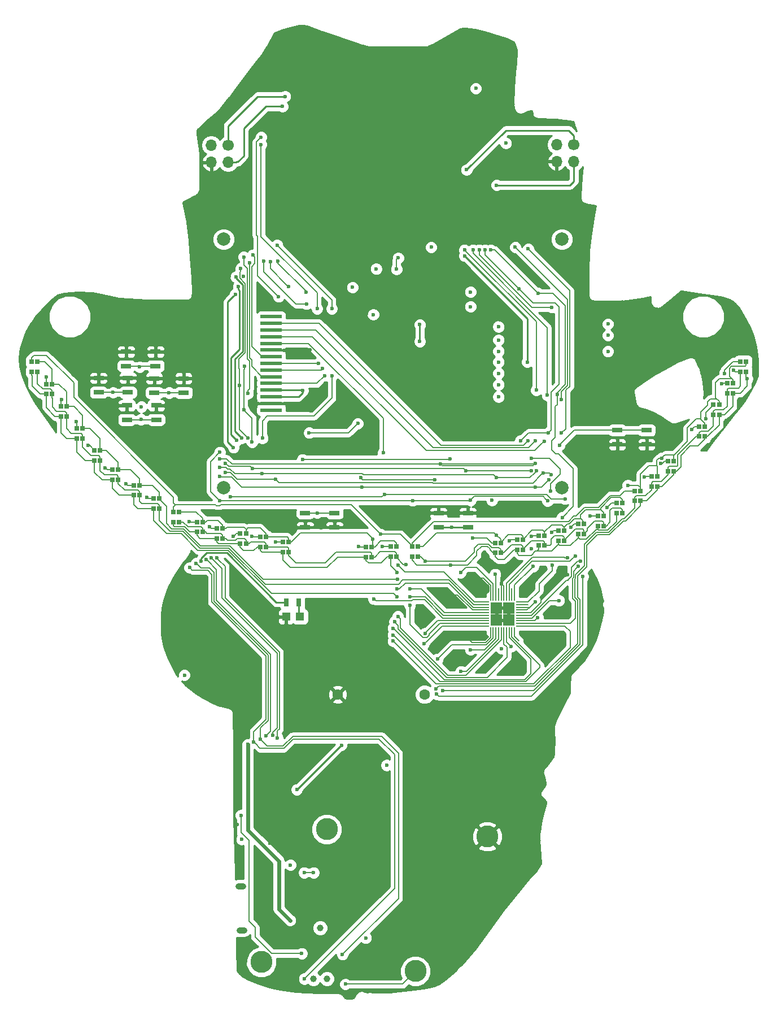
<source format=gtl>
G04 #@! TF.FileFunction,Copper,L1,Top,Signal*
%FSLAX46Y46*%
G04 Gerber Fmt 4.6, Leading zero omitted, Abs format (unit mm)*
G04 Created by KiCad (PCBNEW 4.0.7+dfsg1-1ubuntu2) date Fri May 11 22:40:50 2018*
%MOMM*%
%LPD*%
G01*
G04 APERTURE LIST*
%ADD10C,0.100000*%
%ADD11C,1.700000*%
%ADD12O,1.700000X1.700000*%
%ADD13C,0.899160*%
%ADD14R,1.198880X1.198880*%
%ADD15R,1.500000X0.647700*%
%ADD16O,0.850000X0.200000*%
%ADD17O,0.200000X0.850000*%
%ADD18R,1.800000X1.800000*%
%ADD19C,3.300000*%
%ADD20C,1.600000*%
%ADD21R,0.650000X0.800000*%
%ADD22R,0.700000X1.300000*%
%ADD23R,3.200000X0.500000*%
%ADD24C,2.000000*%
%ADD25C,0.990600*%
%ADD26C,0.600000*%
%ADD27C,0.130000*%
%ADD28C,0.250000*%
%ADD29C,0.600000*%
%ADD30C,0.200000*%
%ADD31C,0.254000*%
G04 APERTURE END LIST*
D10*
D11*
X154070000Y-45230000D03*
D12*
X154070000Y-47770000D03*
X151530000Y-45230000D03*
X151530000Y-47770000D03*
D13*
X104607454Y-162917288D02*
X103909060Y-162929478D01*
X104492287Y-156319373D02*
X103793893Y-156331563D01*
D14*
X113049020Y-115950000D03*
X110950980Y-115950000D03*
D15*
X86972640Y-76251160D03*
X91372640Y-76251160D03*
X86972640Y-78400000D03*
X91372640Y-78400000D03*
X82827360Y-80200000D03*
X87227360Y-80200000D03*
X82827360Y-82348840D03*
X87227360Y-82348840D03*
X87072640Y-84300000D03*
X91472640Y-84300000D03*
X87072640Y-86448840D03*
X91472640Y-86448840D03*
X91172640Y-80251160D03*
X95572640Y-80251160D03*
X91172640Y-82400000D03*
X95572640Y-82400000D03*
X138200000Y-102574420D03*
X133800000Y-102574420D03*
X138200000Y-100425580D03*
X133800000Y-100425580D03*
X160600000Y-88000000D03*
X165000000Y-88000000D03*
X160600000Y-90148840D03*
X165000000Y-90148840D03*
X113800000Y-100425580D03*
X118200000Y-100425580D03*
X113800000Y-102574420D03*
X118200000Y-102574420D03*
D16*
X140950000Y-113750000D03*
X140950000Y-114150000D03*
X140950000Y-114550000D03*
X140950000Y-114950000D03*
X140950000Y-115350000D03*
X140950000Y-115750000D03*
X140950000Y-116150000D03*
X140950000Y-116550000D03*
X140950000Y-116950000D03*
X140950000Y-117350000D03*
D17*
X141600000Y-118000000D03*
X142000000Y-118000000D03*
X142400000Y-118000000D03*
X142800000Y-118000000D03*
X143200000Y-118000000D03*
X143600000Y-118000000D03*
X144000000Y-118000000D03*
X144400000Y-118000000D03*
X144800000Y-118000000D03*
X145200000Y-118000000D03*
D16*
X145850000Y-117350000D03*
X145850000Y-116950000D03*
X145850000Y-116550000D03*
X145850000Y-116150000D03*
X145850000Y-115750000D03*
X145850000Y-115350000D03*
X145850000Y-114950000D03*
X145850000Y-114550000D03*
X145850000Y-114150000D03*
X145850000Y-113750000D03*
D17*
X145200000Y-113100000D03*
X144800000Y-113100000D03*
X144400000Y-113100000D03*
X144000000Y-113100000D03*
X143600000Y-113100000D03*
X143200000Y-113100000D03*
X142800000Y-113100000D03*
X142400000Y-113100000D03*
X142000000Y-113100000D03*
X141600000Y-113100000D03*
D18*
X144300000Y-116450000D03*
X144300000Y-114650000D03*
X142500000Y-116450000D03*
X142500000Y-114650000D03*
D19*
X141100000Y-148900000D03*
X130350000Y-169050000D03*
X107250000Y-167700000D03*
X117050000Y-147800000D03*
D20*
X118700000Y-127600000D03*
X131700000Y-127600000D03*
D21*
X168175000Y-92650000D03*
X169025000Y-94150000D03*
X169025000Y-92650000D03*
X168175000Y-94150000D03*
X72825000Y-77750000D03*
X73675000Y-79250000D03*
X73675000Y-77750000D03*
X72825000Y-79250000D03*
X97575000Y-101750000D03*
X98425000Y-103250000D03*
X98425000Y-101750000D03*
X97575000Y-103250000D03*
X148825000Y-103800000D03*
X149675000Y-105300000D03*
X149675000Y-103800000D03*
X148825000Y-105300000D03*
X179075000Y-77750000D03*
X179925000Y-79250000D03*
X179925000Y-77750000D03*
X179075000Y-79250000D03*
X74975000Y-81100000D03*
X75825000Y-82600000D03*
X75825000Y-81100000D03*
X74975000Y-82600000D03*
X77175000Y-84450000D03*
X78025000Y-85950000D03*
X78025000Y-84450000D03*
X77175000Y-85950000D03*
X79575000Y-87750000D03*
X80425000Y-89250000D03*
X80425000Y-87750000D03*
X79575000Y-89250000D03*
X82225000Y-91050000D03*
X83075000Y-92550000D03*
X83075000Y-91050000D03*
X82225000Y-92550000D03*
X84925000Y-93950000D03*
X85775000Y-95450000D03*
X85775000Y-93950000D03*
X84925000Y-95450000D03*
X88075000Y-96250000D03*
X88925000Y-97750000D03*
X88925000Y-96250000D03*
X88075000Y-97750000D03*
X91075000Y-98250000D03*
X91925000Y-99750000D03*
X91925000Y-98250000D03*
X91075000Y-99750000D03*
X94075000Y-100250000D03*
X94925000Y-101750000D03*
X94925000Y-100250000D03*
X94075000Y-101750000D03*
X129850000Y-105450000D03*
X130700000Y-106950000D03*
X130700000Y-105450000D03*
X129850000Y-106950000D03*
X104075000Y-103500000D03*
X104925000Y-105000000D03*
X104925000Y-103500000D03*
X104075000Y-105000000D03*
X107075000Y-104000000D03*
X107925000Y-105500000D03*
X107925000Y-104000000D03*
X107075000Y-105500000D03*
X110475000Y-104750000D03*
X111325000Y-106250000D03*
X111325000Y-104750000D03*
X110475000Y-106250000D03*
X122950000Y-105500000D03*
X123800000Y-107000000D03*
X123800000Y-105500000D03*
X122950000Y-107000000D03*
X126600000Y-105450000D03*
X127450000Y-106950000D03*
X127450000Y-105450000D03*
X126600000Y-106950000D03*
X142275000Y-104900000D03*
X143125000Y-106400000D03*
X143125000Y-104900000D03*
X142275000Y-106400000D03*
X163225000Y-97100000D03*
X164075000Y-98600000D03*
X164075000Y-97100000D03*
X163225000Y-98600000D03*
X145575000Y-104450000D03*
X146425000Y-105950000D03*
X146425000Y-104450000D03*
X145575000Y-105950000D03*
X175025000Y-84200000D03*
X175875000Y-85700000D03*
X175875000Y-84200000D03*
X175025000Y-85700000D03*
X151775000Y-103050000D03*
X152625000Y-104550000D03*
X152625000Y-103050000D03*
X151775000Y-104550000D03*
X154775000Y-102050000D03*
X155625000Y-103550000D03*
X155625000Y-102050000D03*
X154775000Y-103550000D03*
X157675000Y-100850000D03*
X158525000Y-102350000D03*
X158525000Y-100850000D03*
X157675000Y-102350000D03*
X160475000Y-98950000D03*
X161325000Y-100450000D03*
X161325000Y-98950000D03*
X160475000Y-100450000D03*
X165725000Y-94950000D03*
X166575000Y-96450000D03*
X166575000Y-94950000D03*
X165725000Y-96450000D03*
X172875000Y-87450000D03*
X173725000Y-88950000D03*
X173725000Y-87450000D03*
X172875000Y-88950000D03*
X177075000Y-80950000D03*
X177925000Y-82450000D03*
X177925000Y-80950000D03*
X177075000Y-82450000D03*
X100575000Y-102750000D03*
X101425000Y-104250000D03*
X101425000Y-102750000D03*
X100575000Y-104250000D03*
D22*
X112850000Y-113800000D03*
X110950000Y-113800000D03*
D11*
X102270000Y-45330000D03*
D12*
X102270000Y-47870000D03*
X99730000Y-45330000D03*
X99730000Y-47870000D03*
D23*
X108700000Y-71000000D03*
X108700000Y-73000000D03*
X108700000Y-72000000D03*
X108700000Y-74000000D03*
X108700000Y-75000000D03*
X108700000Y-76000000D03*
X108700000Y-77000000D03*
X108700000Y-78000000D03*
X108700000Y-79000000D03*
X108700000Y-80000000D03*
X108700000Y-81000000D03*
X108700000Y-82000000D03*
X108700000Y-83000000D03*
X108700000Y-84000000D03*
X108700000Y-85000000D03*
D24*
X152300000Y-59400000D03*
X152300000Y-96600000D03*
X101600000Y-59400000D03*
X101600000Y-96600000D03*
D25*
X116035000Y-162590000D03*
X115019000Y-170210000D03*
X117051000Y-170210000D03*
D26*
X114400000Y-88400000D03*
X121700000Y-87000000D03*
X110900000Y-122400000D03*
X104000000Y-127100000D03*
X95200000Y-118500000D03*
X95200000Y-115900000D03*
X98300000Y-79000000D03*
X111001994Y-158402949D03*
X142800000Y-88499996D03*
X128600000Y-68800000D03*
X114500000Y-84500000D03*
X142800000Y-47600000D03*
X138400000Y-60100000D03*
X111400000Y-52100000D03*
X103599990Y-147113138D03*
X109999161Y-162400115D03*
X104300000Y-114100000D03*
X102900000Y-122400000D03*
X147300000Y-40800000D03*
X153100000Y-109700000D03*
X158100000Y-69900000D03*
X149800000Y-71100000D03*
X143600000Y-36800000D03*
X147700000Y-105800000D03*
X130100000Y-60000000D03*
X127600000Y-60000000D03*
X125400000Y-60000000D03*
X121500000Y-60000000D03*
X123300000Y-60000000D03*
X172200000Y-75300000D03*
X170500000Y-73800000D03*
X169600000Y-71300000D03*
X150100000Y-111800000D03*
X124208051Y-75108051D03*
X105900000Y-83900000D03*
X114500000Y-76000000D03*
X104574968Y-64978980D03*
X98700000Y-127600000D03*
X131800000Y-82800000D03*
X122200000Y-69900000D03*
X121400000Y-156000000D03*
X136100000Y-100300000D03*
X114600000Y-158800000D03*
X114200000Y-160700000D03*
X110950000Y-118150000D03*
X126050000Y-63900000D03*
X128150000Y-65600000D03*
X128150000Y-66600000D03*
X116200000Y-102600000D03*
X150000000Y-115300000D03*
X146700000Y-111250000D03*
X134796206Y-112702839D03*
X132400000Y-115700000D03*
X146700000Y-123950000D03*
X139900000Y-124050000D03*
X137550000Y-123050000D03*
X151150000Y-121800000D03*
X144300000Y-114650000D03*
X142500000Y-116450000D03*
X142500000Y-114650000D03*
X144300000Y-116450000D03*
X138000000Y-119000000D03*
X143200000Y-111000000D03*
X139200000Y-110200000D03*
X115050000Y-153099998D03*
X162814105Y-90353453D03*
X143300000Y-60600000D03*
X110917270Y-149672876D03*
X109634145Y-148596207D03*
X108557476Y-149879332D03*
X109840601Y-150956001D03*
X126050000Y-138200000D03*
X104300000Y-149300000D03*
X113450000Y-82050000D03*
X142800000Y-83000000D03*
X142800000Y-81200000D03*
X142800000Y-79500002D03*
X142800000Y-77800000D03*
X142800000Y-76200000D03*
X142800000Y-74500000D03*
X142800000Y-72500000D03*
X138600000Y-69500000D03*
X138600000Y-67300000D03*
X159200000Y-72100000D03*
X159200000Y-73800000D03*
X159200000Y-76200000D03*
X148000000Y-108400000D03*
X148300000Y-113700000D03*
X143900000Y-45000000D03*
X139400000Y-36800000D03*
X124018679Y-70687293D03*
X95700004Y-124700000D03*
X143246763Y-120746086D03*
X144700000Y-120400000D03*
X148690151Y-116075601D03*
X111600000Y-153150000D03*
X124450000Y-63850012D03*
X120900000Y-66600000D03*
X89250000Y-84500000D03*
X111549526Y-161450480D03*
X105200000Y-135099994D03*
X109849523Y-157250477D03*
X131000000Y-72200000D03*
X130999998Y-74700000D03*
X139900000Y-61000000D03*
X150800000Y-69600000D03*
X115065010Y-154300000D03*
X113650000Y-154299996D03*
X104600000Y-84965010D03*
X110400000Y-39500000D03*
X142500000Y-51300002D03*
X104700000Y-78400000D03*
X99728601Y-107124714D03*
X105849994Y-89800000D03*
X122900000Y-164100000D03*
X108916107Y-133747854D03*
X110800000Y-38000000D03*
X138000000Y-49000000D03*
X104150000Y-63800000D03*
X98968510Y-107374277D03*
X103925010Y-81300000D03*
X105200000Y-89150000D03*
X107900000Y-133800000D03*
X119849992Y-171000000D03*
X127750000Y-62200000D03*
X127500000Y-63900000D03*
X104600000Y-62050000D03*
X132700000Y-60600000D03*
X105200000Y-82500000D03*
X141600000Y-61000000D03*
X151606415Y-82656415D03*
X148700000Y-67499992D03*
X153169988Y-107100000D03*
X152358341Y-101084990D03*
X140800000Y-61000000D03*
X150600000Y-97100000D03*
X150299996Y-88400000D03*
X146100000Y-89600000D03*
X147700000Y-92250000D03*
X154300000Y-106850000D03*
X145875732Y-66800000D03*
X107200000Y-44100000D03*
X109800000Y-68000000D03*
X116700000Y-79850000D03*
X115600000Y-69800000D03*
X107200000Y-45200000D03*
X115834990Y-78000000D03*
X103344935Y-67650000D03*
X103050000Y-90600000D03*
X106100000Y-134700006D03*
X96500000Y-108600000D03*
X113700002Y-170200000D03*
X103794946Y-66516316D03*
X97469825Y-107934649D03*
X103523963Y-89507624D03*
X107087612Y-134314782D03*
X119400000Y-166550000D03*
X105450000Y-62900000D03*
X114000000Y-69100000D03*
X107600000Y-62700000D03*
X116434989Y-78750000D03*
X152249999Y-88450001D03*
X155434990Y-109928393D03*
X147250000Y-60850000D03*
X133503209Y-127548240D03*
X104200000Y-145700000D03*
X113299994Y-166400000D03*
X119250000Y-135200000D03*
X112550000Y-141850000D03*
X117799992Y-69800000D03*
X117800000Y-79900000D03*
X107400000Y-89200000D03*
X100528612Y-107124090D03*
X109634990Y-134124544D03*
X109600000Y-60300000D03*
X150830021Y-108234099D03*
X137100000Y-109350000D03*
X141800000Y-98500000D03*
X89000000Y-78550000D03*
X85000000Y-82348840D03*
X89200000Y-86400000D03*
X93400000Y-82400000D03*
X122141111Y-95123353D03*
X151944409Y-90245363D03*
X133250000Y-95400000D03*
X115600000Y-100400000D03*
X125134990Y-103600000D03*
X127700000Y-115900000D03*
X148300000Y-89600000D03*
X180100000Y-80300000D03*
X134400000Y-126984990D03*
X138600000Y-120900000D03*
X167254043Y-92211709D03*
X147200000Y-89600000D03*
X137150000Y-124149989D03*
X162200000Y-96250004D03*
X149650000Y-89650000D03*
X133649996Y-122300000D03*
X133450000Y-126750000D03*
X178000000Y-79000000D03*
X129500000Y-114200000D03*
X131800000Y-107600000D03*
X131600000Y-120000000D03*
X142455000Y-103700000D03*
X131800000Y-118450000D03*
X135600000Y-108200000D03*
X129500000Y-113000000D03*
X128900008Y-108100000D03*
X124100000Y-113300000D03*
X123950000Y-104300000D03*
X129500000Y-111800006D03*
X127600000Y-109300000D03*
X127600000Y-111800000D03*
X127632835Y-110331948D03*
X127599998Y-113000000D03*
X127700000Y-108199996D03*
X150158597Y-98593845D03*
X100989193Y-98565010D03*
X101000000Y-91300000D03*
X127200000Y-116700000D03*
X138950000Y-104150000D03*
X164641647Y-95015064D03*
X75000000Y-80000000D03*
X129900000Y-98565010D03*
X138600000Y-98500000D03*
X96400000Y-101700000D03*
X148295690Y-92969989D03*
X101000000Y-92300000D03*
X167100000Y-93000000D03*
X127000000Y-117700013D03*
X134099998Y-93084990D03*
X77250000Y-83400000D03*
X144400000Y-104600000D03*
X99450000Y-102450000D03*
X105865010Y-93750000D03*
X171732876Y-87932876D03*
X101850000Y-92999996D03*
X79500000Y-86700000D03*
X127000000Y-118699990D03*
X103021675Y-103944076D03*
X137900000Y-94100000D03*
X147700000Y-94100000D03*
X147700000Y-103900000D03*
X148500000Y-94100000D03*
X101000000Y-93600000D03*
X173900000Y-86300000D03*
X126999994Y-119600000D03*
X107350000Y-94500000D03*
X105850012Y-103887340D03*
X142500000Y-95100000D03*
X150800000Y-103300000D03*
X81250000Y-90300000D03*
X176295021Y-81007474D03*
X150700000Y-94700000D03*
X149500000Y-94400000D03*
X101800000Y-94300000D03*
X109350000Y-95384990D03*
X154786898Y-108385639D03*
X153659394Y-102549282D03*
X109350000Y-104750000D03*
X83800000Y-93650000D03*
X150317645Y-95483309D03*
X148279956Y-96514891D03*
X101000000Y-94900000D03*
X156500000Y-100899996D03*
X176700014Y-79500000D03*
X151850000Y-113550000D03*
X121850000Y-105400000D03*
X122300000Y-96515010D03*
X86950000Y-96015010D03*
X125500000Y-91400000D03*
X102600000Y-98000000D03*
X152800000Y-98300000D03*
X90050000Y-98100000D03*
X155057887Y-107632922D03*
X125700000Y-97604989D03*
X159100000Y-99600000D03*
X125400000Y-105400000D03*
X139000000Y-61000000D03*
X150100000Y-82750000D03*
X137700000Y-61000000D03*
X148450000Y-82000000D03*
X147100000Y-77800001D03*
X137700000Y-61900000D03*
X113900000Y-67300000D03*
X109700000Y-62700000D03*
X111300000Y-66500000D03*
X108600000Y-62749998D03*
X105950000Y-61750000D03*
X152200000Y-83400000D03*
X145300000Y-60600000D03*
X135500002Y-92350000D03*
X113400008Y-92400000D03*
X135825580Y-102574420D03*
X103444957Y-65036361D03*
X98219550Y-107655485D03*
X104285328Y-89184861D03*
X142300000Y-109600000D03*
D27*
X121700000Y-87000000D02*
X120300000Y-88400000D01*
X120300000Y-88400000D02*
X114400000Y-88400000D01*
D28*
X142375736Y-88499996D02*
X142800000Y-88499996D01*
X137499996Y-88499996D02*
X142375736Y-88499996D01*
X131800000Y-82800000D02*
X137499996Y-88499996D01*
D27*
X142800000Y-60100000D02*
X138824264Y-60100000D01*
X138824264Y-60100000D02*
X138400000Y-60100000D01*
X143300000Y-60600000D02*
X142800000Y-60100000D01*
D28*
X95572640Y-80251160D02*
X95572640Y-81172640D01*
X95600000Y-80278520D02*
X95600000Y-81200000D01*
X95572640Y-81172640D02*
X95600000Y-81200000D01*
X95572640Y-80251160D02*
X91172640Y-80251160D01*
X95500000Y-80323800D02*
X95572640Y-80251160D01*
X127000000Y-60000000D02*
X127600000Y-60000000D01*
X125400000Y-60000000D02*
X127000000Y-60000000D01*
X123300000Y-60000000D02*
X121500000Y-60000000D01*
D27*
X145850000Y-115350000D02*
X147650000Y-115350000D01*
X147650000Y-115350000D02*
X149200000Y-113800000D01*
X149200000Y-113800000D02*
X149200000Y-113200000D01*
X149200000Y-113200000D02*
X150100000Y-112300000D01*
X150100000Y-112300000D02*
X150100000Y-111800000D01*
X141600000Y-118000000D02*
X141600000Y-119100000D01*
X141600000Y-119100000D02*
X140900000Y-119800000D01*
X140900000Y-119800000D02*
X138800000Y-119800000D01*
X138800000Y-119800000D02*
X138000000Y-119000000D01*
D28*
X123908052Y-74808052D02*
X124208051Y-75108051D01*
X122200000Y-69900000D02*
X122200000Y-73100000D01*
X124208051Y-75208051D02*
X124208051Y-75108051D01*
X122200000Y-73100000D02*
X123908052Y-74808052D01*
X131800000Y-82800000D02*
X124208051Y-75208051D01*
D27*
X108700000Y-76000000D02*
X114500000Y-76000000D01*
D28*
X138200000Y-100425580D02*
X136225580Y-100425580D01*
X136225580Y-100425580D02*
X136100000Y-100300000D01*
D27*
X110950980Y-115950000D02*
X110950980Y-118149020D01*
X110950980Y-118149020D02*
X110950000Y-118150000D01*
X116225580Y-102574420D02*
X116200000Y-102600000D01*
X118200000Y-102574420D02*
X116225580Y-102574420D01*
X113800000Y-102574420D02*
X116174420Y-102574420D01*
X116174420Y-102574420D02*
X116200000Y-102600000D01*
X136652839Y-112702839D02*
X135220470Y-112702839D01*
X140950000Y-114950000D02*
X138900000Y-114950000D01*
X135220470Y-112702839D02*
X134796206Y-112702839D01*
X138900000Y-114950000D02*
X136652839Y-112702839D01*
X144300000Y-116450000D02*
X144300000Y-114650000D01*
X142500000Y-114650000D02*
X142500000Y-116450000D01*
X143600000Y-113100000D02*
X143600000Y-111400000D01*
X143600000Y-111400000D02*
X143200000Y-111000000D01*
X143200000Y-113100000D02*
X143200000Y-111000000D01*
X141600000Y-111300000D02*
X140500000Y-110200000D01*
X140500000Y-110200000D02*
X139200000Y-110200000D01*
X141600000Y-111400000D02*
X141600000Y-111300000D01*
X141600000Y-112775000D02*
X141600000Y-111400000D01*
X141600000Y-113100000D02*
X141600000Y-112775000D01*
D28*
X107700006Y-84000000D02*
X107700000Y-83999994D01*
X108150000Y-84000000D02*
X107700006Y-84000000D01*
X111000000Y-84000000D02*
X108150000Y-84000000D01*
X115500000Y-84000000D02*
X111000000Y-84000000D01*
D27*
X165000000Y-90148840D02*
X163018718Y-90148840D01*
X162609492Y-90148840D02*
X162814105Y-90353453D01*
X163018718Y-90148840D02*
X162814105Y-90353453D01*
X160600000Y-90148840D02*
X162609492Y-90148840D01*
X147700001Y-108699999D02*
X148000000Y-108400000D01*
X145200000Y-113100000D02*
X145200000Y-111200000D01*
X145200000Y-111200000D02*
X147700001Y-108699999D01*
X147450000Y-114550000D02*
X148300000Y-113700000D01*
X145850000Y-114950000D02*
X147050000Y-114950000D01*
X147050000Y-114950000D02*
X147450000Y-114550000D01*
X146850000Y-114550000D02*
X147450000Y-114550000D01*
D28*
X111000000Y-83000000D02*
X108700000Y-83000000D01*
X111000000Y-82000000D02*
X108700000Y-82000000D01*
D27*
X148390152Y-116375600D02*
X148690151Y-116075601D01*
X148215752Y-116550000D02*
X148390152Y-116375600D01*
X145850000Y-116550000D02*
X148215752Y-116550000D01*
D28*
X111000000Y-83000000D02*
X112800000Y-83000000D01*
X112800000Y-83000000D02*
X113400000Y-82400000D01*
X113400000Y-82400000D02*
X113400000Y-82000000D01*
X113400000Y-82000000D02*
X111000000Y-82000000D01*
D27*
X145850000Y-114550000D02*
X146850000Y-114550000D01*
X144000000Y-119700000D02*
X144700000Y-120400000D01*
X144000000Y-118000000D02*
X144000000Y-119700000D01*
D29*
X109849523Y-159750477D02*
X111249527Y-161150481D01*
X109849523Y-157250477D02*
X109849523Y-159750477D01*
X111249527Y-161150481D02*
X111549526Y-161450480D01*
X105200000Y-147900000D02*
X105200000Y-135524258D01*
X109849523Y-152549523D02*
X105200000Y-147900000D01*
X109849523Y-157250477D02*
X109849523Y-152549523D01*
X105200000Y-135524258D02*
X105200000Y-135099994D01*
D28*
X131000000Y-72200000D02*
X131000000Y-74699998D01*
X131000000Y-74699998D02*
X130999998Y-74700000D01*
D27*
X139900000Y-61717125D02*
X139900000Y-61424264D01*
X150800000Y-69600000D02*
X147782875Y-69600000D01*
X147782875Y-69600000D02*
X139900000Y-61717125D01*
X139900000Y-61424264D02*
X139900000Y-61000000D01*
X115065010Y-154300000D02*
X113650004Y-154300000D01*
X113650004Y-154300000D02*
X113650000Y-154299996D01*
X104700000Y-78824264D02*
X104600000Y-78924264D01*
X104600000Y-84540746D02*
X104600000Y-84965010D01*
X104700000Y-78400000D02*
X104700000Y-78824264D01*
X105849994Y-86215004D02*
X104899999Y-85265009D01*
X105849994Y-89800000D02*
X105849994Y-86215004D01*
X104600000Y-78924264D02*
X104600000Y-84540746D01*
X104899999Y-85265009D02*
X104600000Y-84965010D01*
D28*
X154100000Y-50700000D02*
X153499998Y-51300002D01*
X153499998Y-51300002D02*
X142500000Y-51300002D01*
X154100000Y-49002081D02*
X154100000Y-50700000D01*
X154070000Y-47770000D02*
X154070000Y-48972081D01*
X154070000Y-48972081D02*
X154100000Y-49002081D01*
X104600000Y-42800000D02*
X107900000Y-39500000D01*
X107900000Y-39500000D02*
X110400000Y-39500000D01*
X104600000Y-46900000D02*
X104600000Y-42800000D01*
X103700000Y-47800000D02*
X104600000Y-46900000D01*
X103542081Y-47800000D02*
X103700000Y-47800000D01*
X102270000Y-47870000D02*
X103472081Y-47870000D01*
X103472081Y-47870000D02*
X103542081Y-47800000D01*
D27*
X109600000Y-132639697D02*
X109600000Y-121400000D01*
X109600000Y-121400000D02*
X101300000Y-113100000D01*
X100028600Y-107424713D02*
X99728601Y-107124714D01*
X108916107Y-133747854D02*
X108916107Y-133323590D01*
X101300000Y-113100000D02*
X101300000Y-108696113D01*
X108916107Y-133323590D02*
X109600000Y-132639697D01*
X101300000Y-108696113D02*
X100028600Y-107424713D01*
D28*
X153300000Y-43100000D02*
X154070000Y-43870000D01*
X154070000Y-43870000D02*
X154070000Y-45230000D01*
X143900000Y-43100000D02*
X153300000Y-43100000D01*
X138000000Y-49000000D02*
X143900000Y-43100000D01*
X102270000Y-42430000D02*
X106700000Y-38000000D01*
X106700000Y-38000000D02*
X110800000Y-38000000D01*
X102270000Y-45330000D02*
X102270000Y-42430000D01*
D27*
X104150000Y-64224264D02*
X104150000Y-63800000D01*
X104009967Y-64364297D02*
X104150000Y-64224264D01*
X104809967Y-66050181D02*
X104009967Y-65250181D01*
X104809967Y-76390033D02*
X104809967Y-66050181D01*
X103834998Y-77365002D02*
X104809967Y-76390033D01*
X103925010Y-81300000D02*
X103925010Y-78861214D01*
X103925010Y-78861214D02*
X103834998Y-78771202D01*
X103834998Y-78771202D02*
X103834998Y-77365002D01*
X104009967Y-65250181D02*
X104009967Y-64364297D01*
X107900000Y-133800000D02*
X108590032Y-133109968D01*
X100490033Y-108895800D02*
X99268509Y-107674276D01*
X99268509Y-107674276D02*
X98968510Y-107374277D01*
X100490033Y-113489915D02*
X100490033Y-108895800D01*
X108590032Y-121589914D02*
X100490033Y-113489915D01*
X108590032Y-133109968D02*
X108590032Y-121589914D01*
X103925010Y-87875010D02*
X103925010Y-81724264D01*
X103925010Y-81724264D02*
X103925010Y-81300000D01*
X105200000Y-89150000D02*
X103925010Y-87875010D01*
X120274256Y-171000000D02*
X119849992Y-171000000D01*
X128400000Y-171000000D02*
X120274256Y-171000000D01*
X130350000Y-169050000D02*
X128400000Y-171000000D01*
X127500000Y-62450000D02*
X127750000Y-62200000D01*
X127500000Y-63900000D02*
X127500000Y-62450000D01*
X105469989Y-77636695D02*
X105139978Y-77306684D01*
X105469989Y-81805747D02*
X105469989Y-77636695D01*
X105139978Y-77306684D02*
X105139978Y-63803774D01*
X105200000Y-82075736D02*
X105469989Y-81805747D01*
X105139978Y-63803774D02*
X104600000Y-63263796D01*
X105200000Y-82500000D02*
X105200000Y-82075736D01*
X104600000Y-62474264D02*
X104600000Y-62050000D01*
X104600000Y-63263796D02*
X104600000Y-62474264D01*
X142024264Y-61000000D02*
X141600000Y-61000000D01*
X142200008Y-61000000D02*
X142024264Y-61000000D01*
X148700000Y-67499992D02*
X142200008Y-61000000D01*
X152358341Y-101084990D02*
X154000000Y-99443331D01*
X154000000Y-99443331D02*
X154000000Y-93743314D01*
X154000000Y-93743314D02*
X151786696Y-91530010D01*
X151786696Y-91530010D02*
X151363304Y-91530010D01*
X151363304Y-91530010D02*
X150769989Y-90936695D01*
X150769989Y-89580011D02*
X151278910Y-89071090D01*
X150769989Y-90936695D02*
X150769989Y-89580011D01*
X151278910Y-89071090D02*
X151278910Y-84471090D01*
X151278910Y-84471090D02*
X151600000Y-84150000D01*
X151600000Y-84150000D02*
X151606415Y-82656415D01*
X151606415Y-82656415D02*
X151600000Y-82366706D01*
X144000000Y-110916588D02*
X147916588Y-107000000D01*
X144000000Y-113100000D02*
X144000000Y-110916588D01*
X147916588Y-107000000D02*
X152645724Y-107000000D01*
X152645724Y-107000000D02*
X152745724Y-107100000D01*
X152745724Y-107100000D02*
X153169988Y-107100000D01*
X149124264Y-67499992D02*
X148700000Y-67499992D01*
X151600000Y-82366706D02*
X152800000Y-81166706D01*
X152800000Y-81166706D02*
X152800000Y-69400000D01*
X152800000Y-69400000D02*
X150899992Y-67499992D01*
X150899992Y-67499992D02*
X149124264Y-67499992D01*
X140800000Y-61424264D02*
X140800000Y-61000000D01*
X140800000Y-61724268D02*
X140800000Y-61424264D01*
X145875732Y-66800000D02*
X140800000Y-61724268D01*
X150450000Y-92250000D02*
X151999999Y-93799999D01*
X147700000Y-92250000D02*
X150450000Y-92250000D01*
X151999999Y-93799999D02*
X151999999Y-94600001D01*
X151999999Y-94600001D02*
X150600000Y-96000000D01*
X150600000Y-96000000D02*
X150600000Y-96675736D01*
X150600000Y-96675736D02*
X150600000Y-97100000D01*
X150599995Y-88100001D02*
X150299996Y-88400000D01*
X145875732Y-66800000D02*
X147975732Y-68900000D01*
X150700001Y-87999995D02*
X150599995Y-88100001D01*
X150700001Y-82299999D02*
X150700001Y-87999995D01*
X151869989Y-69520107D02*
X151869989Y-81130011D01*
X147975732Y-68900000D02*
X151249882Y-68900000D01*
X149875732Y-88400000D02*
X150299996Y-88400000D01*
X147300000Y-88400000D02*
X149875732Y-88400000D01*
X151869989Y-81130011D02*
X150700001Y-82299999D01*
X146100000Y-89600000D02*
X147300000Y-88400000D01*
X151249882Y-68900000D02*
X151869989Y-69520107D01*
X144400000Y-113100000D02*
X144400000Y-111083294D01*
X144400000Y-111083294D02*
X147818292Y-107665002D01*
X147818292Y-107665002D02*
X153484998Y-107665002D01*
X153484998Y-107665002D02*
X154000001Y-107149999D01*
X154000001Y-107149999D02*
X154300000Y-106850000D01*
X106900001Y-44399999D02*
X107200000Y-44100000D01*
X106500000Y-44800000D02*
X106900001Y-44399999D01*
X106500000Y-58800000D02*
X106500000Y-44800000D01*
X106650000Y-58950000D02*
X106500000Y-58800000D01*
X106650000Y-64850000D02*
X106650000Y-58950000D01*
X109800000Y-68000000D02*
X106650000Y-64850000D01*
X111000000Y-81000000D02*
X111100000Y-81000000D01*
X111100000Y-81000000D02*
X115550000Y-81000000D01*
X108700000Y-81000000D02*
X110430000Y-81000000D01*
X110430000Y-81000000D02*
X111100000Y-81000000D01*
X115550000Y-81000000D02*
X116700000Y-79850000D01*
X115600000Y-69375736D02*
X115600000Y-69800000D01*
X115600000Y-67433412D02*
X115600000Y-69375736D01*
X107200000Y-45200000D02*
X107200000Y-59033412D01*
X107200000Y-59033412D02*
X115600000Y-67433412D01*
X111000000Y-78000000D02*
X111100000Y-78000000D01*
X111100000Y-78000000D02*
X115834990Y-78000000D01*
X108700000Y-78000000D02*
X110050000Y-78000000D01*
X110050000Y-78000000D02*
X111100000Y-78000000D01*
D28*
X103044936Y-67949999D02*
X103344935Y-67650000D01*
X103050000Y-90600000D02*
X102200000Y-89750000D01*
X102200000Y-89750000D02*
X102200000Y-68794935D01*
X102200000Y-68794935D02*
X103044936Y-67949999D01*
D27*
X96500000Y-108600000D02*
X96869989Y-108969989D01*
X96869989Y-108969989D02*
X99169989Y-108969989D01*
X99169989Y-108969989D02*
X99830011Y-109630011D01*
X99830011Y-109630011D02*
X99830011Y-113763305D01*
X99830011Y-113763305D02*
X107930011Y-121863305D01*
X107930011Y-121863305D02*
X107930010Y-131336696D01*
X107930010Y-131336696D02*
X106100000Y-133166706D01*
X106100000Y-133166706D02*
X106100000Y-134275742D01*
X106100000Y-134275742D02*
X106100000Y-134700006D01*
X127230011Y-136630011D02*
X124900000Y-134300000D01*
X106399999Y-135000005D02*
X106100000Y-134700006D01*
X107036436Y-135636442D02*
X106399999Y-135000005D01*
X127230011Y-156669991D02*
X127230011Y-136630011D01*
X110639626Y-135636442D02*
X107036436Y-135636442D01*
X111976068Y-134300000D02*
X110639626Y-135636442D01*
X124900000Y-134300000D02*
X111976068Y-134300000D01*
X113700002Y-170200000D02*
X127230011Y-156669991D01*
D28*
X103794946Y-66940580D02*
X103794946Y-66516316D01*
X102700000Y-77127977D02*
X103969945Y-75858032D01*
X103969945Y-67115579D02*
X103794946Y-66940580D01*
X102700000Y-88683661D02*
X102700000Y-77127977D01*
X103523963Y-89507624D02*
X102700000Y-88683661D01*
X103969945Y-75858032D02*
X103969945Y-67115579D01*
D27*
X107087612Y-132645800D02*
X108260020Y-131473392D01*
X100160022Y-109360022D02*
X99439979Y-108639979D01*
X108260022Y-121726610D02*
X100160022Y-113626610D01*
X98175155Y-108639979D02*
X97769824Y-108234648D01*
X99439979Y-108639979D02*
X98175155Y-108639979D01*
X100160022Y-113626610D02*
X100160022Y-109360022D01*
X97769824Y-108234648D02*
X97469825Y-107934649D01*
X107087612Y-134314782D02*
X107087612Y-132645800D01*
X108260020Y-131473392D02*
X108260022Y-121726610D01*
X127800000Y-158150000D02*
X127800000Y-136400000D01*
X125250000Y-133850000D02*
X111959362Y-133850000D01*
X119400000Y-166550000D02*
X127800000Y-158150000D01*
X127800000Y-136400000D02*
X125250000Y-133850000D01*
X110502931Y-135306431D02*
X108079261Y-135306431D01*
X111959362Y-133850000D02*
X110502931Y-135306431D01*
X108079261Y-135306431D02*
X107387611Y-134614781D01*
X107387611Y-134614781D02*
X107087612Y-134314782D01*
X105469989Y-77169989D02*
X105469989Y-63344253D01*
X105800000Y-77500000D02*
X105469989Y-77169989D01*
X105800000Y-78450000D02*
X105800000Y-77500000D01*
X108700000Y-80000000D02*
X107350000Y-80000000D01*
X105450000Y-63324264D02*
X105450000Y-62900000D01*
X107350000Y-80000000D02*
X105800000Y-78450000D01*
X105469989Y-63344253D02*
X105450000Y-63324264D01*
X113575736Y-69100000D02*
X114000000Y-69100000D01*
X112400000Y-69100000D02*
X113575736Y-69100000D01*
X107600000Y-64300000D02*
X112400000Y-69100000D01*
X107600000Y-62700000D02*
X107600000Y-64300000D01*
X116184989Y-79000000D02*
X116434989Y-78750000D01*
X111100000Y-79000000D02*
X116184989Y-79000000D01*
X111000000Y-79000000D02*
X111100000Y-79000000D01*
X108700000Y-79000000D02*
X111100000Y-79000000D01*
X152899998Y-82000120D02*
X152899997Y-87800003D01*
X152899997Y-87800003D02*
X152249999Y-88450001D01*
X153460021Y-81440097D02*
X152899998Y-82000120D01*
X147250000Y-60850000D02*
X153460021Y-67060021D01*
X153460021Y-67060021D02*
X153460021Y-81440097D01*
X147751761Y-127848239D02*
X155434990Y-120165010D01*
X155434990Y-120165010D02*
X155434990Y-110352657D01*
X133803208Y-127848239D02*
X147751761Y-127848239D01*
X155434990Y-110352657D02*
X155434990Y-109928393D01*
X133503209Y-127548240D02*
X133803208Y-127848239D01*
D30*
X106300000Y-162500000D02*
X106300000Y-163900000D01*
X108800000Y-166400000D02*
X112875730Y-166400000D01*
X104200000Y-146600000D02*
X104200000Y-148311998D01*
X104200000Y-148311998D02*
X105356975Y-149468973D01*
X105356975Y-149468973D02*
X105356975Y-161556975D01*
X105356975Y-161556975D02*
X106300000Y-162500000D01*
X106300000Y-163900000D02*
X108800000Y-166400000D01*
X112875730Y-166400000D02*
X113299994Y-166400000D01*
D27*
X104200000Y-146124264D02*
X104200000Y-145700000D01*
X104200000Y-146600000D02*
X104200000Y-146124264D01*
D28*
X119200000Y-135200000D02*
X119250000Y-135200000D01*
X112550000Y-141850000D02*
X119200000Y-135200000D01*
D27*
X109600000Y-60300000D02*
X117799992Y-68499992D01*
X117799992Y-68499992D02*
X117799992Y-69375736D01*
X117799992Y-69375736D02*
X117799992Y-69800000D01*
X115100000Y-85900000D02*
X117800000Y-83200000D01*
X117800000Y-83200000D02*
X117800000Y-79900000D01*
X114466204Y-85900000D02*
X115100000Y-85900000D01*
X111215001Y-85884999D02*
X114451203Y-85884999D01*
X114451203Y-85884999D02*
X114466204Y-85900000D01*
X107400000Y-86600000D02*
X108115001Y-85884999D01*
X108115001Y-85884999D02*
X111215001Y-85884999D01*
X107400000Y-88113798D02*
X107400000Y-86600000D01*
X107400000Y-89200000D02*
X107400000Y-88113798D01*
X109930010Y-132776393D02*
X109930011Y-121263305D01*
X109930011Y-121263305D02*
X101800000Y-113133294D01*
X101800000Y-113133294D02*
X101800000Y-108395478D01*
X109634990Y-134124544D02*
X109634990Y-133071413D01*
X101800000Y-108395478D02*
X100828611Y-107424089D01*
X109634990Y-133071413D02*
X109930010Y-132776393D01*
X100828611Y-107424089D02*
X100528612Y-107124090D01*
X145850000Y-113750000D02*
X147250000Y-113750000D01*
X150830021Y-109094979D02*
X150830021Y-108658363D01*
X147250000Y-113750000D02*
X148900000Y-112100000D01*
X148900000Y-111025000D02*
X150830021Y-109094979D01*
X148900000Y-112100000D02*
X148900000Y-111025000D01*
X150830021Y-108658363D02*
X150830021Y-108234099D01*
X139500000Y-108550000D02*
X142000000Y-111050000D01*
X142000000Y-111050000D02*
X142000000Y-113100000D01*
X137900000Y-108550000D02*
X139500000Y-108550000D01*
X137100000Y-109350000D02*
X137900000Y-108550000D01*
X88850000Y-78400000D02*
X89000000Y-78550000D01*
X87100000Y-78400000D02*
X88850000Y-78400000D01*
X91245280Y-78400000D02*
X89150000Y-78400000D01*
X89150000Y-78400000D02*
X89000000Y-78550000D01*
X87100000Y-78400000D02*
X87200000Y-78400000D01*
X85000000Y-82348840D02*
X82954720Y-82348840D01*
X87100000Y-82348840D02*
X85000000Y-82348840D01*
X89248840Y-86448840D02*
X89200000Y-86400000D01*
X87200000Y-86448840D02*
X89151160Y-86448840D01*
X91345280Y-86448840D02*
X89248840Y-86448840D01*
X89151160Y-86448840D02*
X89200000Y-86400000D01*
X95445280Y-82400000D02*
X93400000Y-82400000D01*
X91300000Y-82400000D02*
X93400000Y-82400000D01*
X122417758Y-95400000D02*
X122141111Y-95123353D01*
X133250000Y-95400000D02*
X122417758Y-95400000D01*
X152244408Y-89945364D02*
X151944409Y-90245363D01*
X160600000Y-88000000D02*
X154189772Y-88000000D01*
X154189772Y-88000000D02*
X152244408Y-89945364D01*
X165000000Y-88000000D02*
X160600000Y-88000000D01*
X115175736Y-100400000D02*
X115600000Y-100400000D01*
X113952940Y-100400000D02*
X115175736Y-100400000D01*
X113927360Y-100425580D02*
X113952940Y-100400000D01*
X118072640Y-100425580D02*
X118047060Y-100400000D01*
X116024264Y-100400000D02*
X115600000Y-100400000D01*
X118047060Y-100400000D02*
X116024264Y-100400000D01*
X100381233Y-99197998D02*
X100485678Y-99302443D01*
X101132527Y-99197998D02*
X120732988Y-99197998D01*
X94377002Y-99197998D02*
X100381233Y-99197998D01*
X101028082Y-99302443D02*
X101132527Y-99197998D01*
X124834991Y-103300001D02*
X125134990Y-103600000D01*
X120732988Y-99197998D02*
X124834991Y-103300001D01*
X100485678Y-99302443D02*
X101028082Y-99302443D01*
X137885001Y-124714999D02*
X135184613Y-124714999D01*
X128099999Y-117630385D02*
X128099999Y-116299999D01*
X143200000Y-118000000D02*
X143200000Y-119400000D01*
X127999999Y-116199999D02*
X127700000Y-115900000D01*
X143200000Y-119400000D02*
X137885001Y-124714999D01*
X128099999Y-116299999D02*
X127999999Y-116199999D01*
X135184613Y-124714999D02*
X128099999Y-117630385D01*
X79100000Y-83100000D02*
X94050000Y-98050000D01*
X94297998Y-99197998D02*
X94050000Y-98950000D01*
X94050000Y-98950000D02*
X94050000Y-98050000D01*
X94377002Y-99197998D02*
X94297998Y-99197998D01*
X72825000Y-77750000D02*
X72825000Y-77125000D01*
X72825000Y-77125000D02*
X73150000Y-76800000D01*
X73150000Y-76800000D02*
X75000000Y-76800000D01*
X75000000Y-76800000D02*
X79100000Y-80900000D01*
X79100000Y-80900000D02*
X79100000Y-83100000D01*
X94377002Y-99197998D02*
X94075000Y-99500000D01*
X94075000Y-99500000D02*
X94075000Y-100250000D01*
X163225000Y-97100000D02*
X161700000Y-97100000D01*
X161700000Y-97100000D02*
X161030010Y-97769990D01*
X159563305Y-97769991D02*
X157774990Y-99558306D01*
X154400000Y-100885574D02*
X154400000Y-100900000D01*
X161030010Y-97769990D02*
X159563305Y-97769991D01*
X157774990Y-99558306D02*
X157774990Y-99569990D01*
X157774990Y-99569990D02*
X155715583Y-99569991D01*
X154100002Y-100900000D02*
X153300002Y-101700000D01*
X155715583Y-99569991D02*
X154400000Y-100885574D01*
X154400000Y-100900000D02*
X154100002Y-100900000D01*
X153300002Y-101700000D02*
X133070000Y-101700000D01*
X133070000Y-101700000D02*
X129850000Y-104920000D01*
X129850000Y-104920000D02*
X129850000Y-105450000D01*
X125134990Y-103600000D02*
X128075000Y-103600000D01*
X128075000Y-103600000D02*
X129850000Y-105375000D01*
X129850000Y-105375000D02*
X129850000Y-105450000D01*
X180100000Y-81400000D02*
X180100000Y-80724264D01*
X179050000Y-82450000D02*
X180100000Y-81400000D01*
X180100000Y-80724264D02*
X180100000Y-80300000D01*
X177925000Y-82450000D02*
X179050000Y-82450000D01*
X111100000Y-73000000D02*
X115400000Y-73000000D01*
X115400000Y-73000000D02*
X133000000Y-90600000D01*
X133000000Y-90600000D02*
X147300000Y-90600000D01*
X147300000Y-90600000D02*
X148000001Y-89899999D01*
X148000001Y-89899999D02*
X148300000Y-89600000D01*
X156050000Y-105250000D02*
X157624978Y-103675022D01*
X161843711Y-101599997D02*
X164075000Y-99368708D01*
X161500044Y-101600000D02*
X161843711Y-101599997D01*
X154975021Y-113355407D02*
X154655031Y-113035417D01*
X156050000Y-108477181D02*
X156050000Y-105250000D01*
X159425022Y-103675022D02*
X161500044Y-101600000D01*
X157624978Y-103675022D02*
X159425022Y-103675022D01*
X154690033Y-110346287D02*
X154690033Y-109837147D01*
X154655031Y-113035417D02*
X154655031Y-110381289D01*
X154975022Y-120094592D02*
X154975021Y-113355407D01*
X148084624Y-126984990D02*
X154975022Y-120094592D01*
X164075000Y-99368708D02*
X164075000Y-99130000D01*
X134400000Y-126984990D02*
X148084624Y-126984990D01*
X154655031Y-110381289D02*
X154690033Y-110346287D01*
X164075000Y-99130000D02*
X164075000Y-98600000D01*
X154690033Y-109837147D02*
X156050000Y-108477181D01*
X111000000Y-73000000D02*
X111100000Y-73000000D01*
X108700000Y-73000000D02*
X111100000Y-73000000D01*
X175875000Y-85700000D02*
X176700000Y-85700000D01*
X176700000Y-85700000D02*
X177925000Y-84475000D01*
X177925000Y-84475000D02*
X177925000Y-82980000D01*
X177925000Y-82980000D02*
X177925000Y-82450000D01*
X179925000Y-80125000D02*
X180100000Y-80300000D01*
X179925000Y-79250000D02*
X179925000Y-80125000D01*
X139024264Y-120900000D02*
X138600000Y-120900000D01*
X140733412Y-120900000D02*
X139024264Y-120900000D01*
X142400000Y-119233412D02*
X140733412Y-120900000D01*
X142400000Y-118000000D02*
X142400000Y-119233412D01*
X173725000Y-88950000D02*
X173725000Y-89375000D01*
X169480000Y-94150000D02*
X169025000Y-94150000D01*
X173725000Y-89375000D02*
X172700000Y-90400000D01*
X172700000Y-90400000D02*
X171550000Y-90400000D01*
X171550000Y-90400000D02*
X170135850Y-91814150D01*
X170135850Y-91814150D02*
X170135850Y-93494150D01*
X170135850Y-93494150D02*
X169480000Y-94150000D01*
X175875000Y-86230000D02*
X175875000Y-85700000D01*
X175875000Y-87255000D02*
X175875000Y-86230000D01*
X174180000Y-88950000D02*
X175875000Y-87255000D01*
X173725000Y-88950000D02*
X174180000Y-88950000D01*
X166575000Y-96450000D02*
X167255000Y-96450000D01*
X167255000Y-96450000D02*
X169025000Y-94680000D01*
X169025000Y-94680000D02*
X169025000Y-94150000D01*
X164075000Y-98600000D02*
X164955000Y-98600000D01*
X164955000Y-98600000D02*
X166575000Y-96980000D01*
X166575000Y-96980000D02*
X166575000Y-96450000D01*
X108700000Y-72000000D02*
X115900000Y-72000000D01*
X115900000Y-72000000D02*
X134165002Y-90265002D01*
X134165002Y-90265002D02*
X146534998Y-90265002D01*
X146534998Y-90265002D02*
X146900001Y-89899999D01*
X146900001Y-89899999D02*
X147200000Y-89600000D01*
X166534987Y-93309987D02*
X166534987Y-92506501D01*
X169025000Y-91691706D02*
X167774046Y-91691706D01*
X166829779Y-92211709D02*
X167254043Y-92211709D01*
X166575000Y-93350000D02*
X166534987Y-93309987D01*
X167554042Y-91911710D02*
X167254043Y-92211709D01*
X167774046Y-91691706D02*
X167554042Y-91911710D01*
X166534987Y-92506501D02*
X166829779Y-92211709D01*
X173105000Y-86341204D02*
X173725000Y-86961204D01*
X173105000Y-86300000D02*
X173105000Y-86341204D01*
X173725000Y-86961204D02*
X173725000Y-87450000D01*
X137950129Y-124149989D02*
X137574264Y-124149989D01*
X142800000Y-119300118D02*
X137950129Y-124149989D01*
X142800000Y-118000000D02*
X142800000Y-119300118D01*
X137574264Y-124149989D02*
X137150000Y-124149989D01*
X173105000Y-86300000D02*
X173105000Y-85295000D01*
X173105000Y-85295000D02*
X174100000Y-84300000D01*
X174100000Y-84300000D02*
X174100000Y-83750000D01*
X174100000Y-83750000D02*
X174550000Y-83300000D01*
X174550000Y-83300000D02*
X175505000Y-83300000D01*
X175505000Y-83300000D02*
X175875000Y-83670000D01*
X162624264Y-96250004D02*
X162200000Y-96250004D01*
X164075000Y-97100000D02*
X164075000Y-96570000D01*
X163755004Y-96250004D02*
X162624264Y-96250004D01*
X164075000Y-96570000D02*
X163755004Y-96250004D01*
X179925000Y-78280000D02*
X179925000Y-77750000D01*
X177925000Y-80950000D02*
X177925000Y-80420000D01*
X177925000Y-80420000D02*
X177434999Y-79929999D01*
X177434999Y-79929999D02*
X177434999Y-78728799D01*
X179770001Y-78434999D02*
X179925000Y-78280000D01*
X177434999Y-78728799D02*
X177728799Y-78434999D01*
X177728799Y-78434999D02*
X179770001Y-78434999D01*
X177789999Y-80284999D02*
X175915001Y-80284999D01*
X175350000Y-83145000D02*
X175875000Y-83670000D01*
X177925000Y-80420000D02*
X177789999Y-80284999D01*
X175915001Y-80284999D02*
X175350000Y-80850000D01*
X175350000Y-80850000D02*
X175350000Y-83145000D01*
X175875000Y-83670000D02*
X175875000Y-84200000D01*
X164034999Y-94615001D02*
X165300000Y-93350000D01*
X165300000Y-93350000D02*
X166575000Y-93350000D01*
X164075000Y-96570000D02*
X164034999Y-96529999D01*
X164034999Y-96529999D02*
X164034999Y-94615001D01*
X169025000Y-91691706D02*
X169108294Y-91691706D01*
X169108294Y-91691706D02*
X171100000Y-89700000D01*
X171100000Y-89700000D02*
X171100000Y-87663796D01*
X171100000Y-87663796D02*
X172463796Y-86300000D01*
X172463796Y-86300000D02*
X173105000Y-86300000D01*
X166575000Y-94950000D02*
X166575000Y-93350000D01*
X169025000Y-92650000D02*
X169025000Y-91691706D01*
X108700000Y-74000000D02*
X114900000Y-74000000D01*
X149350001Y-89949999D02*
X149650000Y-89650000D01*
X114900000Y-74000000D02*
X131950000Y-91050000D01*
X131950000Y-91050000D02*
X148250000Y-91050000D01*
X148250000Y-91050000D02*
X149350001Y-89949999D01*
X161363349Y-101269989D02*
X161636741Y-101269989D01*
X154360022Y-109700452D02*
X155719989Y-108340486D01*
X163225000Y-99130000D02*
X163225000Y-98600000D01*
X155719990Y-105113304D02*
X157488283Y-103345011D01*
X157488283Y-103345011D02*
X159288326Y-103345012D01*
X155719989Y-108340486D02*
X155719990Y-105113304D01*
X154360022Y-110209592D02*
X154360022Y-109700452D01*
X154245012Y-110324602D02*
X154360022Y-110209592D01*
X133834949Y-126365051D02*
X148237857Y-126365051D01*
X154645011Y-113492103D02*
X154245012Y-113092104D01*
X163225000Y-99681730D02*
X163225000Y-99130000D01*
X154645011Y-119957897D02*
X154645011Y-113492103D01*
X148237857Y-126365051D02*
X154645011Y-119957897D01*
X154245012Y-113092104D02*
X154245012Y-110324602D01*
X133450000Y-126750000D02*
X133834949Y-126365051D01*
X159288326Y-103345012D02*
X161363349Y-101269989D01*
X161636741Y-101269989D02*
X163225000Y-99681730D01*
X175025000Y-85700000D02*
X175025000Y-85170000D01*
X175025000Y-85170000D02*
X175245000Y-84950000D01*
X175245000Y-84950000D02*
X176550000Y-84950000D01*
X176550000Y-84950000D02*
X177075000Y-84425000D01*
X177075000Y-84425000D02*
X177075000Y-83850000D01*
X177075000Y-83850000D02*
X177075000Y-82450000D01*
X177075000Y-82450000D02*
X177075000Y-81920000D01*
X177075000Y-81920000D02*
X177295000Y-81700000D01*
X177295000Y-81700000D02*
X178800000Y-81700000D01*
X178800000Y-81700000D02*
X179075000Y-81425000D01*
X179075000Y-81425000D02*
X179075000Y-79780000D01*
X179075000Y-79780000D02*
X179075000Y-79250000D01*
X135769986Y-120180010D02*
X133949995Y-122000001D01*
X140986696Y-120180010D02*
X135769986Y-120180010D01*
X142000000Y-119166706D02*
X140986696Y-120180010D01*
X142000000Y-118000000D02*
X142000000Y-119166706D01*
X133949995Y-122000001D02*
X133649996Y-122300000D01*
X169550000Y-93400000D02*
X168395000Y-93400000D01*
X169615001Y-93334999D02*
X169550000Y-93400000D01*
X168175000Y-93620000D02*
X168175000Y-94150000D01*
X168395000Y-93400000D02*
X168175000Y-93620000D01*
X169615001Y-91754999D02*
X169615001Y-93334999D01*
X172875000Y-88950000D02*
X172420000Y-88950000D01*
X172420000Y-88950000D02*
X169615001Y-91754999D01*
X179075000Y-79250000D02*
X178250000Y-79250000D01*
X178250000Y-79250000D02*
X178000000Y-79000000D01*
X174250000Y-88200000D02*
X175025000Y-87425000D01*
X175025000Y-87425000D02*
X175025000Y-85700000D01*
X173095000Y-88200000D02*
X174250000Y-88200000D01*
X172875000Y-88950000D02*
X172875000Y-88420000D01*
X172875000Y-88420000D02*
X173095000Y-88200000D01*
X165945000Y-95700000D02*
X167155000Y-95700000D01*
X168175000Y-94680000D02*
X168175000Y-94150000D01*
X167155000Y-95700000D02*
X168175000Y-94680000D01*
X165725000Y-96450000D02*
X165725000Y-95920000D01*
X165725000Y-95920000D02*
X165945000Y-95700000D01*
X163445000Y-97850000D02*
X164855000Y-97850000D01*
X164855000Y-97850000D02*
X165725000Y-96980000D01*
X165725000Y-96980000D02*
X165725000Y-96450000D01*
X163225000Y-98600000D02*
X163225000Y-98070000D01*
X163225000Y-98070000D02*
X163445000Y-97850000D01*
X146425000Y-105950000D02*
X146425000Y-105875000D01*
X147700000Y-104600000D02*
X149505000Y-104600000D01*
X149505000Y-104600000D02*
X149675000Y-104770000D01*
X149675000Y-104770000D02*
X149675000Y-105300000D01*
X146425000Y-105875000D02*
X147700000Y-104600000D01*
X140950000Y-116950000D02*
X134013796Y-116950000D01*
X131500000Y-119100000D02*
X129500000Y-117100000D01*
X134013796Y-116950000D02*
X132434998Y-118528798D01*
X132434998Y-118528798D02*
X132434998Y-118765002D01*
X132434998Y-118765002D02*
X132100000Y-119100000D01*
X132100000Y-119100000D02*
X131500000Y-119100000D01*
X129500000Y-117100000D02*
X129500000Y-114624264D01*
X129500000Y-114624264D02*
X129500000Y-114200000D01*
X141286695Y-105069989D02*
X139800000Y-105069989D01*
X139150000Y-106300000D02*
X139150000Y-105719989D01*
X139150000Y-105719989D02*
X139800000Y-105069989D01*
X137850000Y-107600000D02*
X139150000Y-106300000D01*
X131800000Y-107600000D02*
X137850000Y-107600000D01*
X143125000Y-105870000D02*
X142820001Y-105565001D01*
X141781707Y-105565001D02*
X141286695Y-105069989D01*
X142820001Y-105565001D02*
X141781707Y-105565001D01*
X143125000Y-106400000D02*
X143125000Y-105870000D01*
X154300000Y-102800000D02*
X152625000Y-104475000D01*
X152625000Y-104475000D02*
X152625000Y-104550000D01*
X155625000Y-103550000D02*
X155625000Y-103020000D01*
X155625000Y-103020000D02*
X155405000Y-102800000D01*
X155405000Y-102800000D02*
X154300000Y-102800000D01*
X156080000Y-103020000D02*
X155625000Y-103475000D01*
X158525000Y-101820000D02*
X158305000Y-101600000D01*
X157210022Y-101600000D02*
X156080000Y-102730022D01*
X158305000Y-101600000D02*
X157210022Y-101600000D01*
X156080000Y-102730022D02*
X156080000Y-103020000D01*
X158525000Y-102350000D02*
X158525000Y-101820000D01*
X155625000Y-103475000D02*
X155625000Y-103550000D01*
X159800000Y-99700000D02*
X161105000Y-99700000D01*
X161105000Y-99700000D02*
X161325000Y-99920000D01*
X161325000Y-99920000D02*
X161325000Y-100450000D01*
X159500000Y-100000000D02*
X159800000Y-99700000D01*
X159500000Y-101830000D02*
X159500000Y-100000000D01*
X158525000Y-102350000D02*
X158980000Y-102350000D01*
X158980000Y-102350000D02*
X159500000Y-101830000D01*
X150700000Y-105100000D02*
X150500000Y-105300000D01*
X150500000Y-105300000D02*
X149675000Y-105300000D01*
X150700000Y-104300000D02*
X150700000Y-105100000D01*
X151200000Y-103800000D02*
X150700000Y-104300000D01*
X152405000Y-103800000D02*
X151200000Y-103800000D01*
X152625000Y-104550000D02*
X152625000Y-104020000D01*
X152625000Y-104020000D02*
X152405000Y-103800000D01*
X144800000Y-105200000D02*
X143600000Y-106400000D01*
X143600000Y-106400000D02*
X143125000Y-106400000D01*
X146205000Y-105200000D02*
X144800000Y-105200000D01*
X146425000Y-105950000D02*
X146425000Y-105420000D01*
X146425000Y-105420000D02*
X146205000Y-105200000D01*
X131800000Y-107600000D02*
X131800000Y-107595000D01*
X131800000Y-107595000D02*
X131155000Y-106950000D01*
X131155000Y-106950000D02*
X130700000Y-106950000D01*
X131899999Y-119700001D02*
X131600000Y-120000000D01*
X140950000Y-117350000D02*
X134316706Y-117350000D01*
X134316706Y-117350000D02*
X131966705Y-119700001D01*
X131966705Y-119700001D02*
X131899999Y-119700001D01*
X155625000Y-102050000D02*
X155625000Y-101792218D01*
X155625000Y-101792218D02*
X155134997Y-101302215D01*
X155134997Y-101302215D02*
X155132782Y-101300000D01*
X130700000Y-105450000D02*
X131450000Y-105450000D01*
X131450000Y-105450000D02*
X133500000Y-103400000D01*
X133500000Y-103400000D02*
X142155000Y-103400000D01*
X142155000Y-103400000D02*
X142455000Y-103700000D01*
X155852278Y-99900000D02*
X158105000Y-99900000D01*
X155069988Y-101237206D02*
X155069988Y-100682290D01*
X155132782Y-101300000D02*
X155069988Y-101237206D01*
X155069988Y-100682290D02*
X155852278Y-99900000D01*
X143125000Y-104370000D02*
X143125000Y-104900000D01*
X142455000Y-103700000D02*
X143125000Y-104370000D01*
X146425000Y-103920000D02*
X146425000Y-104450000D01*
X144269989Y-103680011D02*
X146185011Y-103680011D01*
X146185011Y-103680011D02*
X146425000Y-103920000D01*
X143125000Y-104825000D02*
X144269989Y-103680011D01*
X143125000Y-104900000D02*
X143125000Y-104825000D01*
X152625000Y-102520000D02*
X153114989Y-102030011D01*
X153436695Y-102030011D02*
X154166706Y-101300000D01*
X154166706Y-101300000D02*
X155132782Y-101300000D01*
X153114989Y-102030011D02*
X153436695Y-102030011D01*
X152625000Y-103050000D02*
X152625000Y-102520000D01*
X159700000Y-98100000D02*
X161005000Y-98100000D01*
X161005000Y-98100000D02*
X161325000Y-98420000D01*
X161325000Y-98420000D02*
X161325000Y-98950000D01*
X158105000Y-99695000D02*
X159700000Y-98100000D01*
X158105000Y-99900000D02*
X158105000Y-99695000D01*
X158105000Y-99900000D02*
X158525000Y-100320000D01*
X158525000Y-100320000D02*
X158525000Y-100850000D01*
X150745000Y-102200000D02*
X152305000Y-102200000D01*
X152305000Y-102200000D02*
X152625000Y-102520000D01*
X149675000Y-103270000D02*
X150745000Y-102200000D01*
X146425000Y-104375000D02*
X146425000Y-104450000D01*
X149405000Y-103000000D02*
X147800000Y-103000000D01*
X149675000Y-103800000D02*
X149675000Y-103270000D01*
X149675000Y-103270000D02*
X149405000Y-103000000D01*
X147800000Y-103000000D02*
X146425000Y-104375000D01*
X145575000Y-106480000D02*
X145575000Y-105950000D01*
X145864989Y-106769989D02*
X145575000Y-106480000D01*
X147679893Y-106769989D02*
X145864989Y-106769989D01*
X148349882Y-106100000D02*
X147679893Y-106769989D01*
X148555000Y-106100000D02*
X148349882Y-106100000D01*
X154775000Y-103550000D02*
X154775000Y-104080000D01*
X154775000Y-104080000D02*
X155045000Y-104350000D01*
X155045000Y-104350000D02*
X155966588Y-104350000D01*
X155966588Y-104350000D02*
X157436588Y-102880000D01*
X157436588Y-102880000D02*
X157675000Y-102880000D01*
X160475000Y-101691632D02*
X160475000Y-100980000D01*
X157810001Y-103015001D02*
X159151631Y-103015001D01*
X157675000Y-102880000D02*
X157810001Y-103015001D01*
X159151631Y-103015001D02*
X160475000Y-101691632D01*
X160475000Y-100980000D02*
X160475000Y-100450000D01*
X132099999Y-118150001D02*
X131800000Y-118450000D01*
X133700000Y-116550000D02*
X132099999Y-118150001D01*
X140950000Y-116550000D02*
X133700000Y-116550000D01*
X135600000Y-108200000D02*
X138150000Y-108200000D01*
X139550000Y-106800000D02*
X139550000Y-106150000D01*
X138150000Y-108200000D02*
X139550000Y-106800000D01*
X139550000Y-106150000D02*
X140300000Y-105400000D01*
X140300000Y-105400000D02*
X141150000Y-105400000D01*
X141150000Y-105400000D02*
X141500000Y-105750000D01*
X141500000Y-105750000D02*
X141500000Y-105950000D01*
X141500000Y-105950000D02*
X141950000Y-106400000D01*
X141950000Y-106400000D02*
X142275000Y-106400000D01*
X157675000Y-102880000D02*
X157675000Y-102350000D01*
X130570000Y-108200000D02*
X135300000Y-108200000D01*
X135300000Y-108200000D02*
X135600000Y-108200000D01*
X129850000Y-106950000D02*
X129850000Y-107480000D01*
X129850000Y-107480000D02*
X130570000Y-108200000D01*
X153600000Y-105300000D02*
X154775000Y-104125000D01*
X154775000Y-104125000D02*
X154775000Y-103550000D01*
X151995000Y-105300000D02*
X153600000Y-105300000D01*
X151775000Y-105080000D02*
X151995000Y-105300000D01*
X151775000Y-105080000D02*
X150755000Y-106100000D01*
X148825000Y-105830000D02*
X148555000Y-106100000D01*
X151775000Y-104550000D02*
X151775000Y-105080000D01*
X150755000Y-106100000D02*
X148555000Y-106100000D01*
X148825000Y-105300000D02*
X148825000Y-105830000D01*
X143670000Y-107400000D02*
X142745000Y-107400000D01*
X142745000Y-107400000D02*
X142275000Y-106930000D01*
X142275000Y-106930000D02*
X142275000Y-106400000D01*
X145575000Y-105950000D02*
X145120000Y-105950000D01*
X145120000Y-105950000D02*
X143670000Y-107400000D01*
X129924264Y-113000000D02*
X129500000Y-113000000D01*
X131766706Y-113000000D02*
X129924264Y-113000000D01*
X140950000Y-115750000D02*
X134516706Y-115750000D01*
X134516706Y-115750000D02*
X131766706Y-113000000D01*
X128525000Y-108100000D02*
X128900008Y-108100000D01*
X127450000Y-107025000D02*
X128525000Y-108100000D01*
X127450000Y-106950000D02*
X127450000Y-107025000D01*
X101880000Y-104250000D02*
X102139078Y-104509078D01*
X104925000Y-104470000D02*
X104925000Y-105000000D01*
X101425000Y-104250000D02*
X101880000Y-104250000D01*
X104705000Y-104250000D02*
X104925000Y-104470000D01*
X103353666Y-104509078D02*
X103612744Y-104250000D01*
X103612744Y-104250000D02*
X104705000Y-104250000D01*
X102139078Y-104509078D02*
X103353666Y-104509078D01*
X96226791Y-102500000D02*
X95476791Y-101750000D01*
X98205000Y-102500000D02*
X96226791Y-102500000D01*
X98425000Y-102720000D02*
X98205000Y-102500000D01*
X95380000Y-101750000D02*
X94925000Y-101750000D01*
X98425000Y-103250000D02*
X98425000Y-102720000D01*
X95476791Y-101750000D02*
X95380000Y-101750000D01*
X125055000Y-106200000D02*
X127230000Y-106200000D01*
X127450000Y-106420000D02*
X127450000Y-106950000D01*
X127230000Y-106200000D02*
X127450000Y-106420000D01*
X123800000Y-107000000D02*
X124255000Y-107000000D01*
X124255000Y-107000000D02*
X125055000Y-106200000D01*
X118400000Y-106300000D02*
X123630000Y-106300000D01*
X123630000Y-106300000D02*
X123800000Y-106470000D01*
X123800000Y-106470000D02*
X123800000Y-107000000D01*
X116850000Y-107850000D02*
X118400000Y-106300000D01*
X112395000Y-107850000D02*
X116850000Y-107850000D01*
X111325000Y-106250000D02*
X111325000Y-106780000D01*
X111325000Y-106780000D02*
X112395000Y-107850000D01*
X101155000Y-103450000D02*
X99080000Y-103450000D01*
X99080000Y-103450000D02*
X98880000Y-103250000D01*
X98880000Y-103250000D02*
X98425000Y-103250000D01*
X101425000Y-104250000D02*
X101425000Y-103720000D01*
X101425000Y-103720000D02*
X101155000Y-103450000D01*
X107925000Y-105500000D02*
X111105000Y-105500000D01*
X111105000Y-105500000D02*
X111325000Y-105720000D01*
X111325000Y-105720000D02*
X111325000Y-106250000D01*
X105630000Y-104750000D02*
X107705000Y-104750000D01*
X107705000Y-104750000D02*
X107925000Y-104970000D01*
X107925000Y-104970000D02*
X107925000Y-105500000D01*
X104925000Y-105000000D02*
X105380000Y-105000000D01*
X105380000Y-105000000D02*
X105630000Y-104750000D01*
X124399999Y-113599999D02*
X124100000Y-113300000D01*
X129736205Y-113599999D02*
X124399999Y-113599999D01*
X129936204Y-113400000D02*
X129736205Y-113599999D01*
X131700000Y-113400000D02*
X129936204Y-113400000D01*
X134450000Y-116150000D02*
X131700000Y-113400000D01*
X140950000Y-116150000D02*
X134450000Y-116150000D01*
X101425000Y-102750000D02*
X101425000Y-102220000D01*
X101425000Y-102220000D02*
X100705000Y-101500000D01*
X100705000Y-101500000D02*
X99130000Y-101500000D01*
X99130000Y-101500000D02*
X98880000Y-101750000D01*
X98880000Y-101750000D02*
X98425000Y-101750000D01*
X104925000Y-103500000D02*
X104925000Y-102975000D01*
X104925000Y-102975000D02*
X105250000Y-102650000D01*
X105250000Y-102650000D02*
X107105000Y-102650000D01*
X107105000Y-102650000D02*
X107925000Y-103470000D01*
X107925000Y-103470000D02*
X107925000Y-104000000D01*
X111325000Y-104750000D02*
X111780000Y-104750000D01*
X111780000Y-104750000D02*
X113130000Y-103400000D01*
X123100000Y-103400000D02*
X123950000Y-104250000D01*
X113130000Y-103400000D02*
X123100000Y-103400000D01*
X123950000Y-104250000D02*
X123950000Y-104300000D01*
X123950000Y-104300000D02*
X123950000Y-105350000D01*
X123950000Y-105350000D02*
X123800000Y-105500000D01*
X125155000Y-104600000D02*
X127130000Y-104600000D01*
X127130000Y-104600000D02*
X127450000Y-104920000D01*
X127450000Y-104920000D02*
X127450000Y-105450000D01*
X123800000Y-105500000D02*
X124255000Y-105500000D01*
X124255000Y-105500000D02*
X125155000Y-104600000D01*
X94925000Y-100250000D02*
X97455000Y-100250000D01*
X98425000Y-101220000D02*
X98425000Y-101750000D01*
X97455000Y-100250000D02*
X98425000Y-101220000D01*
X107925000Y-104000000D02*
X111105000Y-104000000D01*
X111105000Y-104000000D02*
X111325000Y-104220000D01*
X111325000Y-104220000D02*
X111325000Y-104750000D01*
X104650000Y-102550000D02*
X104925000Y-102825000D01*
X104925000Y-102825000D02*
X104925000Y-103500000D01*
X102080000Y-102550000D02*
X104650000Y-102550000D01*
X101425000Y-102750000D02*
X101880000Y-102750000D01*
X101880000Y-102750000D02*
X102080000Y-102550000D01*
X129924264Y-111800006D02*
X129500000Y-111800006D01*
X131174270Y-111800006D02*
X129924264Y-111800006D01*
X134724264Y-115350000D02*
X131174270Y-111800006D01*
X140950000Y-115350000D02*
X134724264Y-115350000D01*
X126600000Y-108300000D02*
X127300001Y-109000001D01*
X127300001Y-109000001D02*
X127600000Y-109300000D01*
X126600000Y-106950000D02*
X126600000Y-108300000D01*
X122950000Y-107000000D02*
X118700000Y-107000000D01*
X117100000Y-108600000D02*
X111600000Y-108600000D01*
X118700000Y-107000000D02*
X117100000Y-108600000D01*
X111600000Y-108600000D02*
X110475000Y-107475000D01*
X110475000Y-107475000D02*
X110475000Y-106250000D01*
X96510085Y-103250000D02*
X97120000Y-103250000D01*
X94075000Y-101750000D02*
X94075000Y-102280000D01*
X94075000Y-102280000D02*
X94254967Y-102459967D01*
X95720053Y-102459968D02*
X96510085Y-103250000D01*
X94254967Y-102459967D02*
X95720053Y-102459968D01*
X97120000Y-103250000D02*
X97575000Y-103250000D01*
X100795000Y-105000000D02*
X103620000Y-105000000D01*
X100575000Y-104250000D02*
X100575000Y-104780000D01*
X100575000Y-104780000D02*
X100795000Y-105000000D01*
X103620000Y-105000000D02*
X104075000Y-105000000D01*
X123320000Y-107900000D02*
X125195000Y-107900000D01*
X125195000Y-107900000D02*
X126145000Y-106950000D01*
X126145000Y-106950000D02*
X126600000Y-106950000D01*
X122950000Y-107000000D02*
X122950000Y-107530000D01*
X122950000Y-107530000D02*
X123320000Y-107900000D01*
X107075000Y-105500000D02*
X107075000Y-106030000D01*
X107075000Y-106030000D02*
X107295000Y-106250000D01*
X107295000Y-106250000D02*
X110020000Y-106250000D01*
X110020000Y-106250000D02*
X110475000Y-106250000D01*
X104075000Y-105000000D02*
X104075000Y-105530000D01*
X104075000Y-105530000D02*
X104575000Y-106030000D01*
X104575000Y-106030000D02*
X106090000Y-106030000D01*
X106090000Y-106030000D02*
X106620000Y-105500000D01*
X106620000Y-105500000D02*
X107075000Y-105500000D01*
X97575000Y-103250000D02*
X97575000Y-103780000D01*
X97575000Y-103780000D02*
X98045000Y-104250000D01*
X98045000Y-104250000D02*
X100120000Y-104250000D01*
X100120000Y-104250000D02*
X100575000Y-104250000D01*
X140950000Y-114150000D02*
X139083294Y-114150000D01*
X139083294Y-114150000D02*
X135388282Y-110454988D01*
X135388282Y-110454988D02*
X128445013Y-110454988D01*
X128445013Y-110454988D02*
X127800001Y-111100000D01*
X127800001Y-111100000D02*
X107803236Y-111100000D01*
X102363258Y-105660022D02*
X97986695Y-105660022D01*
X107803236Y-111100000D02*
X102363258Y-105660022D01*
X97986695Y-105660022D02*
X95446662Y-103119989D01*
X95446662Y-103119989D02*
X93519989Y-103119989D01*
X93519989Y-103119989D02*
X91925000Y-101525000D01*
X91925000Y-101525000D02*
X91925000Y-100280000D01*
X91925000Y-100280000D02*
X91925000Y-99750000D01*
X73675000Y-79250000D02*
X73675000Y-81075000D01*
X73675000Y-81075000D02*
X74450000Y-81850000D01*
X74450000Y-81850000D02*
X75605000Y-81850000D01*
X75605000Y-81850000D02*
X75825000Y-82070000D01*
X75825000Y-82070000D02*
X75825000Y-82600000D01*
X75825000Y-82600000D02*
X75825000Y-83130000D01*
X75825000Y-83130000D02*
X75900000Y-83205000D01*
X75900000Y-83205000D02*
X75900000Y-84550000D01*
X75900000Y-84550000D02*
X76550000Y-85200000D01*
X76550000Y-85200000D02*
X77805000Y-85200000D01*
X77805000Y-85200000D02*
X78025000Y-85420000D01*
X78025000Y-85420000D02*
X78025000Y-85950000D01*
X80425000Y-89250000D02*
X80425000Y-88720000D01*
X80425000Y-88720000D02*
X80205000Y-88500000D01*
X80205000Y-88500000D02*
X78750000Y-88500000D01*
X78750000Y-88500000D02*
X78025000Y-87775000D01*
X78025000Y-87775000D02*
X78025000Y-85950000D01*
X85775000Y-95450000D02*
X85775000Y-94920000D01*
X85775000Y-94920000D02*
X85555000Y-94700000D01*
X85555000Y-94700000D02*
X83700000Y-94700000D01*
X83075000Y-94075000D02*
X83075000Y-93080000D01*
X83700000Y-94700000D02*
X83075000Y-94075000D01*
X83075000Y-93080000D02*
X83075000Y-92550000D01*
X88925000Y-97750000D02*
X88925000Y-98625000D01*
X91925000Y-99220000D02*
X91925000Y-99750000D01*
X88925000Y-98625000D02*
X89300000Y-99000000D01*
X89300000Y-99000000D02*
X91705000Y-99000000D01*
X91705000Y-99000000D02*
X91925000Y-99220000D01*
X88925000Y-97750000D02*
X88925000Y-97220000D01*
X88925000Y-97220000D02*
X88705000Y-97000000D01*
X88705000Y-97000000D02*
X86750000Y-97000000D01*
X86750000Y-97000000D02*
X85775000Y-96025000D01*
X85775000Y-96025000D02*
X85775000Y-95450000D01*
X81700000Y-91800000D02*
X82855000Y-91800000D01*
X82855000Y-91800000D02*
X83075000Y-92020000D01*
X83075000Y-92020000D02*
X83075000Y-92550000D01*
X80425000Y-90525000D02*
X81700000Y-91800000D01*
X80425000Y-89250000D02*
X80425000Y-90525000D01*
X140950000Y-114550000D02*
X139016588Y-114550000D01*
X139016588Y-114550000D02*
X135366589Y-110900001D01*
X128799999Y-110900001D02*
X127900000Y-111800000D01*
X135366589Y-110900001D02*
X128799999Y-110900001D01*
X127900000Y-111800000D02*
X127800000Y-111800000D01*
X127800000Y-111800000D02*
X127600000Y-111800000D01*
X93789978Y-102789978D02*
X95583357Y-102789978D01*
X127208571Y-110331948D02*
X127632835Y-110331948D01*
X91925000Y-98250000D02*
X91925000Y-98325000D01*
X93000000Y-102000000D02*
X93789978Y-102789978D01*
X107501890Y-110331948D02*
X127208571Y-110331948D01*
X93000000Y-99400000D02*
X93000000Y-102000000D01*
X102499953Y-105330011D02*
X107501890Y-110331948D01*
X91925000Y-98325000D02*
X93000000Y-99400000D01*
X95583357Y-102789978D02*
X98123390Y-105330011D01*
X98123390Y-105330011D02*
X102499953Y-105330011D01*
X80425000Y-87750000D02*
X81550000Y-87750000D01*
X81550000Y-87750000D02*
X83075000Y-89275000D01*
X83075000Y-89275000D02*
X83075000Y-90520000D01*
X83075000Y-90520000D02*
X83075000Y-91050000D01*
X80425000Y-87750000D02*
X80425000Y-85775000D01*
X80425000Y-85775000D02*
X79100000Y-84450000D01*
X79100000Y-84450000D02*
X78025000Y-84450000D01*
X73675000Y-77750000D02*
X74750000Y-77750000D01*
X74750000Y-77750000D02*
X75825000Y-78825000D01*
X75825000Y-78825000D02*
X75825000Y-80570000D01*
X75825000Y-80570000D02*
X75825000Y-81100000D01*
X75825000Y-81100000D02*
X76850000Y-81100000D01*
X76850000Y-81100000D02*
X78025000Y-82275000D01*
X78025000Y-82275000D02*
X78025000Y-83920000D01*
X78025000Y-83920000D02*
X78025000Y-84450000D01*
X85775000Y-93950000D02*
X85775000Y-92825000D01*
X85775000Y-92825000D02*
X84000000Y-91050000D01*
X84000000Y-91050000D02*
X83075000Y-91050000D01*
X85775000Y-93950000D02*
X87600000Y-93950000D01*
X87600000Y-93950000D02*
X88925000Y-95275000D01*
X88925000Y-95275000D02*
X88925000Y-96250000D01*
X88925000Y-96250000D02*
X90900000Y-96250000D01*
X90900000Y-96250000D02*
X91925000Y-97275000D01*
X91925000Y-97275000D02*
X91925000Y-98250000D01*
X127599998Y-113000000D02*
X127099999Y-112500001D01*
X127099999Y-112500001D02*
X108736531Y-112500001D01*
X108736531Y-112500001D02*
X102226563Y-105990033D01*
X102226563Y-105990033D02*
X97690033Y-105990033D01*
X97690033Y-105990033D02*
X95200000Y-103500000D01*
X95200000Y-103500000D02*
X93000000Y-103500000D01*
X93000000Y-103500000D02*
X91075000Y-101575000D01*
X91075000Y-101575000D02*
X91075000Y-99750000D01*
X128719993Y-109219989D02*
X127999999Y-108499995D01*
X134619989Y-109219989D02*
X128719993Y-109219989D01*
X139150000Y-113750000D02*
X134619989Y-109219989D01*
X140950000Y-113750000D02*
X139150000Y-113750000D01*
X127999999Y-108499995D02*
X127700000Y-108199996D01*
X84925000Y-95450000D02*
X84925000Y-96725000D01*
X84925000Y-96725000D02*
X85950000Y-97750000D01*
X85950000Y-97750000D02*
X87620000Y-97750000D01*
X87620000Y-97750000D02*
X88075000Y-97750000D01*
X82225000Y-92550000D02*
X82225000Y-94325000D01*
X82225000Y-94325000D02*
X83350000Y-95450000D01*
X83350000Y-95450000D02*
X84470000Y-95450000D01*
X84470000Y-95450000D02*
X84925000Y-95450000D01*
X82225000Y-92550000D02*
X80850000Y-92550000D01*
X80850000Y-92550000D02*
X79575000Y-91275000D01*
X79575000Y-91275000D02*
X79575000Y-89780000D01*
X79575000Y-89780000D02*
X79575000Y-89250000D01*
X77175000Y-85950000D02*
X77175000Y-88375000D01*
X77175000Y-88375000D02*
X78050000Y-89250000D01*
X78050000Y-89250000D02*
X79575000Y-89250000D01*
X74975000Y-82600000D02*
X74975000Y-84625000D01*
X74975000Y-84625000D02*
X76300000Y-85950000D01*
X76300000Y-85950000D02*
X77175000Y-85950000D01*
X88075000Y-97750000D02*
X88075000Y-99125000D01*
X88075000Y-99125000D02*
X88700000Y-99750000D01*
X88700000Y-99750000D02*
X90620000Y-99750000D01*
X90620000Y-99750000D02*
X91075000Y-99750000D01*
X72850000Y-81400000D02*
X74050000Y-82600000D01*
X74050000Y-82600000D02*
X74975000Y-82600000D01*
X72850000Y-79805000D02*
X72850000Y-81400000D01*
X72825000Y-79250000D02*
X72825000Y-79780000D01*
X72825000Y-79780000D02*
X72850000Y-79805000D01*
X149499747Y-97934995D02*
X149858598Y-98293846D01*
X139165005Y-97934995D02*
X149499747Y-97934995D01*
X138600000Y-98500000D02*
X139165005Y-97934995D01*
X149858598Y-98293846D02*
X150158597Y-98593845D01*
X99606351Y-97182168D02*
X100689194Y-98265011D01*
X99606351Y-92693649D02*
X99606351Y-97182168D01*
X101000000Y-91300000D02*
X99606351Y-92693649D01*
X129900000Y-98565010D02*
X100989193Y-98565010D01*
X100689194Y-98265011D02*
X100989193Y-98565010D01*
X135047918Y-125045010D02*
X127769988Y-117767080D01*
X141086570Y-125045010D02*
X135047918Y-125045010D01*
X143600000Y-120063798D02*
X144065001Y-120528799D01*
X144065001Y-122066579D02*
X141086570Y-125045010D01*
X143600000Y-118000000D02*
X143600000Y-120063798D01*
X127769988Y-117269988D02*
X127499999Y-116999999D01*
X144065001Y-120528799D02*
X144065001Y-122066579D01*
X127499999Y-116999999D02*
X127200000Y-116700000D01*
X127769988Y-117767080D02*
X127769988Y-117269988D01*
X139374264Y-104150000D02*
X138950000Y-104150000D01*
X142275000Y-104900000D02*
X141820000Y-104900000D01*
X141820000Y-104900000D02*
X141070000Y-104150000D01*
X141070000Y-104150000D02*
X139374264Y-104150000D01*
X165725000Y-94950000D02*
X164706711Y-94950000D01*
X164706711Y-94950000D02*
X164641647Y-95015064D01*
X74975000Y-81100000D02*
X74975000Y-80025000D01*
X74975000Y-80025000D02*
X75000000Y-80000000D01*
X138600000Y-98500000D02*
X138500000Y-98600000D01*
X138500000Y-98600000D02*
X129934990Y-98600000D01*
X129934990Y-98600000D02*
X129900000Y-98565010D01*
X97575000Y-101750000D02*
X96450000Y-101750000D01*
X96450000Y-101750000D02*
X96400000Y-101700000D01*
X148180689Y-93084990D02*
X148295690Y-92969989D01*
X134099998Y-93084990D02*
X148180689Y-93084990D01*
X147995691Y-93269988D02*
X148295690Y-92969989D01*
X147965679Y-93300000D02*
X147995691Y-93269988D01*
X134315008Y-93300000D02*
X147965679Y-93300000D01*
X101424264Y-92300000D02*
X101000000Y-92300000D01*
X102821192Y-93084990D02*
X102036202Y-92300000D01*
X134099998Y-93084990D02*
X102821192Y-93084990D01*
X102036202Y-92300000D02*
X101424264Y-92300000D01*
X168175000Y-92650000D02*
X167720000Y-92650000D01*
X167720000Y-92650000D02*
X167370000Y-93000000D01*
X167370000Y-93000000D02*
X167100000Y-93000000D01*
X134675008Y-125375021D02*
X127299999Y-118000012D01*
X127299999Y-118000012D02*
X127000000Y-117700013D01*
X147600000Y-122300000D02*
X147600000Y-124500000D01*
X147600000Y-124500000D02*
X146724979Y-125375021D01*
X144400000Y-119100000D02*
X147600000Y-122300000D01*
X146724979Y-125375021D02*
X134675008Y-125375021D01*
X144400000Y-118000000D02*
X144400000Y-119100000D01*
X77175000Y-83475000D02*
X77250000Y-83400000D01*
X77175000Y-84450000D02*
X77175000Y-83475000D01*
X144550000Y-104450000D02*
X144400000Y-104600000D01*
X145575000Y-104450000D02*
X144550000Y-104450000D01*
X100575000Y-102750000D02*
X99750000Y-102750000D01*
X99750000Y-102750000D02*
X99450000Y-102450000D01*
X77075000Y-84400000D02*
X77075000Y-84325000D01*
X77075000Y-84400000D02*
X77075000Y-84075000D01*
X105565011Y-93450001D02*
X105865010Y-93750000D01*
X106289274Y-93750000D02*
X105865010Y-93750000D01*
X137900000Y-94100000D02*
X137550000Y-93750000D01*
X102300005Y-93450001D02*
X105565011Y-93450001D01*
X101850000Y-92999996D02*
X102300005Y-93450001D01*
X137550000Y-93750000D02*
X106289274Y-93750000D01*
X144800000Y-118000000D02*
X144800000Y-119000000D01*
X146861675Y-125705031D02*
X134005041Y-125705031D01*
X144800000Y-119000000D02*
X149000000Y-123200000D01*
X134005041Y-125705031D02*
X127299999Y-118999989D01*
X149000000Y-123200000D02*
X149000000Y-123566706D01*
X149000000Y-123566706D02*
X146861675Y-125705031D01*
X127299999Y-118999989D02*
X127000000Y-118699990D01*
X172215752Y-87450000D02*
X172032875Y-87632877D01*
X172032875Y-87632877D02*
X171732876Y-87932876D01*
X172875000Y-87450000D02*
X172215752Y-87450000D01*
X79575000Y-87750000D02*
X79575000Y-86775000D01*
X79575000Y-86775000D02*
X79500000Y-86700000D01*
X103465751Y-103500000D02*
X103321674Y-103644077D01*
X103321674Y-103644077D02*
X103021675Y-103944076D01*
X104075000Y-103500000D02*
X103465751Y-103500000D01*
X137900000Y-94100000D02*
X146184990Y-94100000D01*
X147700000Y-94100000D02*
X146184990Y-94100000D01*
X147800000Y-103800000D02*
X147700000Y-103900000D01*
X148825000Y-103800000D02*
X147800000Y-103800000D01*
X142500000Y-95100000D02*
X147500000Y-95100000D01*
X148200001Y-94399999D02*
X148500000Y-94100000D01*
X147500000Y-95100000D02*
X148200001Y-94399999D01*
X101424264Y-93600000D02*
X101000000Y-93600000D01*
X101936204Y-93600000D02*
X101424264Y-93600000D01*
X102136204Y-93800000D02*
X101936204Y-93600000D01*
X103233412Y-94500000D02*
X102533412Y-93800000D01*
X102533412Y-93800000D02*
X102136204Y-93800000D01*
X107350000Y-94500000D02*
X103233412Y-94500000D01*
X175025000Y-84275000D02*
X173900000Y-85400000D01*
X175025000Y-84200000D02*
X175025000Y-84275000D01*
X173900000Y-85400000D02*
X173900000Y-85875736D01*
X173900000Y-85875736D02*
X173900000Y-86300000D01*
X145850000Y-117350000D02*
X152750000Y-117350000D01*
X153550000Y-118150000D02*
X153550000Y-120586202D01*
X148101160Y-126035042D02*
X133435036Y-126035042D01*
X153550000Y-120586202D02*
X148101160Y-126035042D01*
X127299993Y-119899999D02*
X126999994Y-119600000D01*
X152750000Y-117350000D02*
X153550000Y-118150000D01*
X133435036Y-126035042D02*
X127299993Y-119899999D01*
X107774264Y-94500000D02*
X107350000Y-94500000D01*
X142500000Y-95100000D02*
X142090741Y-94690741D01*
X122544701Y-94690741D02*
X122353960Y-94500000D01*
X122353960Y-94500000D02*
X107774264Y-94500000D01*
X142090741Y-94690741D02*
X122544701Y-94690741D01*
X107075000Y-104000000D02*
X105962672Y-104000000D01*
X105962672Y-104000000D02*
X105850012Y-103887340D01*
X151775000Y-103050000D02*
X151050000Y-103050000D01*
X151050000Y-103050000D02*
X150800000Y-103300000D01*
X81250000Y-90300000D02*
X81475000Y-90300000D01*
X81475000Y-90300000D02*
X82225000Y-91050000D01*
X153915001Y-110187907D02*
X154030011Y-110072897D01*
X154315001Y-116184999D02*
X154315001Y-113628799D01*
X153550000Y-116950000D02*
X154315001Y-116184999D01*
X153915001Y-113228799D02*
X153915001Y-110187907D01*
X154030011Y-110072897D02*
X154030011Y-109142526D01*
X154030011Y-109142526D02*
X154486899Y-108685638D01*
X154315001Y-113628799D02*
X153915001Y-113228799D01*
X145850000Y-116950000D02*
X153550000Y-116950000D01*
X154486899Y-108685638D02*
X154786898Y-108385639D01*
X176352495Y-80950000D02*
X176295021Y-81007474D01*
X177075000Y-80950000D02*
X176352495Y-80950000D01*
X149500000Y-94400000D02*
X150400001Y-94400001D01*
X150400001Y-94400001D02*
X150700000Y-94700000D01*
X149200001Y-94699999D02*
X149500000Y-94400000D01*
X132898788Y-95884990D02*
X132978799Y-95965001D01*
X109850000Y-95884990D02*
X132898788Y-95884990D01*
X147934999Y-95965001D02*
X149200001Y-94699999D01*
X132978799Y-95965001D02*
X147934999Y-95965001D01*
X109350000Y-95384990D02*
X109850000Y-95884990D01*
X102224264Y-94300000D02*
X101800000Y-94300000D01*
X103651696Y-95384990D02*
X102566706Y-94300000D01*
X109350000Y-95384990D02*
X103651696Y-95384990D01*
X102566706Y-94300000D02*
X102224264Y-94300000D01*
X153959393Y-102249283D02*
X153659394Y-102549282D01*
X154158676Y-102050000D02*
X153959393Y-102249283D01*
X154775000Y-102050000D02*
X154158676Y-102050000D01*
X110475000Y-104750000D02*
X109350000Y-104750000D01*
X84925000Y-93950000D02*
X84100000Y-93950000D01*
X84100000Y-93950000D02*
X83800000Y-93650000D01*
X148279956Y-96514891D02*
X149286063Y-96514891D01*
X149286063Y-96514891D02*
X150017646Y-95783308D01*
X150017646Y-95783308D02*
X150317645Y-95483309D01*
X122300000Y-96515010D02*
X148279837Y-96515010D01*
X148279837Y-96515010D02*
X148279956Y-96514891D01*
X122300000Y-96515010D02*
X104315010Y-96515010D01*
X104315010Y-96515010D02*
X102800000Y-95000000D01*
X102800000Y-95000000D02*
X101100000Y-95000000D01*
X101100000Y-95000000D02*
X101000000Y-94900000D01*
X157675000Y-100850000D02*
X156549996Y-100850000D01*
X156549996Y-100850000D02*
X156500000Y-100899996D01*
X176700014Y-78975722D02*
X176700014Y-79075736D01*
X179075000Y-77750000D02*
X177925736Y-77750000D01*
X176700014Y-79075736D02*
X176700014Y-79500000D01*
X177925736Y-77750000D02*
X176700014Y-78975722D01*
X150416706Y-113550000D02*
X151425736Y-113550000D01*
X145850000Y-116150000D02*
X147816706Y-116150000D01*
X147816706Y-116150000D02*
X150416706Y-113550000D01*
X151425736Y-113550000D02*
X151850000Y-113550000D01*
X121950000Y-105500000D02*
X121850000Y-105400000D01*
X122950000Y-105500000D02*
X121950000Y-105500000D01*
X87184990Y-96250000D02*
X86950000Y-96015010D01*
X88075000Y-96250000D02*
X87184990Y-96250000D01*
X125500000Y-90975736D02*
X125500000Y-91400000D01*
X125500000Y-86200000D02*
X125500000Y-90975736D01*
X114300000Y-75000000D02*
X125500000Y-86200000D01*
X111200000Y-75000000D02*
X114300000Y-75000000D01*
X145850000Y-115750000D02*
X147750000Y-115750000D01*
X147750000Y-115750000D02*
X153000000Y-110500000D01*
X153000000Y-110500000D02*
X153200000Y-110500000D01*
X153200000Y-110500000D02*
X153200000Y-110436202D01*
X153200000Y-110436202D02*
X153700000Y-109936202D01*
X153700000Y-109936202D02*
X153700000Y-108566545D01*
X153700000Y-108566545D02*
X154633623Y-107632922D01*
X154633623Y-107632922D02*
X155057887Y-107632922D01*
X125700000Y-97604989D02*
X149968787Y-97604989D01*
X149968787Y-97604989D02*
X150663798Y-98300000D01*
X150663798Y-98300000D02*
X152500000Y-98300000D01*
X152500000Y-98300000D02*
X152800000Y-98300000D01*
X103024264Y-98000000D02*
X102600000Y-98000000D01*
X125304989Y-98000000D02*
X103024264Y-98000000D01*
X125700000Y-97604989D02*
X125304989Y-98000000D01*
X111000000Y-75000000D02*
X111200000Y-75000000D01*
X108700000Y-75000000D02*
X111200000Y-75000000D01*
X90200000Y-98250000D02*
X90050000Y-98100000D01*
X91075000Y-98250000D02*
X90200000Y-98250000D01*
X160475000Y-98950000D02*
X159750000Y-98950000D01*
X159750000Y-98950000D02*
X159100000Y-99600000D01*
X126600000Y-105450000D02*
X125450000Y-105450000D01*
X125450000Y-105450000D02*
X125400000Y-105400000D01*
X145200000Y-118900000D02*
X145900000Y-119600000D01*
X145200000Y-118000000D02*
X145200000Y-118900000D01*
X145850000Y-114150000D02*
X147250000Y-114150000D01*
X144800000Y-113100000D02*
X144800000Y-111700000D01*
X139000000Y-61527810D02*
X139000000Y-61424264D01*
X150100000Y-82750000D02*
X150100000Y-72627810D01*
X150100000Y-72627810D02*
X139000000Y-61527810D01*
X139000000Y-61424264D02*
X139000000Y-61000000D01*
X137999999Y-61299999D02*
X137700000Y-61000000D01*
X148450000Y-71750000D02*
X137999999Y-61299999D01*
X148450000Y-82000000D02*
X148450000Y-71750000D01*
D28*
X147100000Y-77375737D02*
X147100000Y-77800001D01*
X147100000Y-71300000D02*
X147100000Y-77375737D01*
X137700000Y-61900000D02*
X147100000Y-71300000D01*
D27*
X109700000Y-62700000D02*
X109700000Y-63000000D01*
X113900000Y-67200000D02*
X113900000Y-67300000D01*
X109700000Y-63000000D02*
X113900000Y-67200000D01*
X108600000Y-63800000D02*
X111000001Y-66200001D01*
X108600000Y-62749998D02*
X108600000Y-63800000D01*
X111000001Y-66200001D02*
X111300000Y-66500000D01*
X106249999Y-62049999D02*
X105950000Y-61750000D01*
X106249999Y-63054616D02*
X106249999Y-62049999D01*
X105800000Y-75450000D02*
X105800000Y-63504615D01*
X108700000Y-77000000D02*
X107350000Y-77000000D01*
X107350000Y-77000000D02*
X105800000Y-75450000D01*
X105800000Y-63504615D02*
X106249999Y-63054616D01*
X152200000Y-82975736D02*
X152200000Y-83400000D01*
X152200000Y-82233412D02*
X152200000Y-82975736D01*
X153130011Y-81303401D02*
X152200000Y-82233412D01*
X153130011Y-68430011D02*
X153130011Y-81303401D01*
X145300000Y-60600000D02*
X153130011Y-68430011D01*
X135450002Y-92400000D02*
X135500002Y-92350000D01*
X113400008Y-92400000D02*
X135450002Y-92400000D01*
D28*
X138072640Y-102574420D02*
X135825580Y-102574420D01*
X135774420Y-102574420D02*
X135800000Y-102600000D01*
X133927360Y-102574420D02*
X135774420Y-102574420D01*
X135825580Y-102574420D02*
X135800000Y-102600000D01*
X112850000Y-113800000D02*
X112850000Y-115750980D01*
X112850000Y-115750980D02*
X113049020Y-115950000D01*
X104285328Y-89184861D02*
X103300000Y-88199533D01*
X103300000Y-88199533D02*
X103300000Y-77300000D01*
X103300000Y-77300000D02*
X104419956Y-76180044D01*
X104419956Y-76180044D02*
X104419956Y-66211728D01*
X104419956Y-66211728D02*
X103444957Y-65236729D01*
X103444957Y-65236729D02*
X103444957Y-65036361D01*
X102065014Y-106380044D02*
X99070727Y-106380044D01*
X110950000Y-113800000D02*
X109484970Y-113800000D01*
X109484970Y-113800000D02*
X102065014Y-106380044D01*
X99070727Y-106380044D02*
X98219550Y-107231221D01*
X98219550Y-107231221D02*
X98219550Y-107655485D01*
D27*
X142400000Y-109700000D02*
X142300000Y-109600000D01*
X142400000Y-113100000D02*
X142400000Y-109700000D01*
X142800000Y-113100000D02*
X142800000Y-111700000D01*
D31*
G36*
X108917868Y-114367097D02*
X108917870Y-114367100D01*
X109178058Y-114540951D01*
X109484970Y-114602000D01*
X109938338Y-114602000D01*
X109956944Y-114700881D01*
X110020862Y-114800213D01*
X109991842Y-114812233D01*
X109813213Y-114990861D01*
X109716540Y-115224250D01*
X109716540Y-115664250D01*
X109875290Y-115823000D01*
X110823980Y-115823000D01*
X110823980Y-115803000D01*
X111077980Y-115803000D01*
X111077980Y-115823000D01*
X111097980Y-115823000D01*
X111097980Y-116077000D01*
X111077980Y-116077000D01*
X111077980Y-117025690D01*
X111236730Y-117184440D01*
X111676729Y-117184440D01*
X111910118Y-117087767D01*
X111962132Y-117035754D01*
X112181029Y-117185320D01*
X112449580Y-117239703D01*
X113648460Y-117239703D01*
X113899341Y-117192496D01*
X114129760Y-117044226D01*
X114284340Y-116817991D01*
X114338723Y-116549440D01*
X114338723Y-115350560D01*
X114291516Y-115099679D01*
X114143246Y-114869260D01*
X113917011Y-114714680D01*
X113839829Y-114699050D01*
X113890263Y-114450000D01*
X113890263Y-113242001D01*
X123123050Y-113242001D01*
X123122830Y-113493485D01*
X123271256Y-113852703D01*
X123545851Y-114127778D01*
X123904810Y-114276830D01*
X124103305Y-114277004D01*
X124116048Y-114285518D01*
X124399999Y-114341999D01*
X128522875Y-114341999D01*
X128522830Y-114393485D01*
X128671256Y-114752703D01*
X128758000Y-114839599D01*
X128758000Y-115974864D01*
X128677041Y-115853701D01*
X128677170Y-115706515D01*
X128528744Y-115347297D01*
X128254149Y-115072222D01*
X127895190Y-114923170D01*
X127506515Y-114922830D01*
X127147297Y-115071256D01*
X126872222Y-115345851D01*
X126723170Y-115704810D01*
X126723052Y-115839955D01*
X126647297Y-115871256D01*
X126372222Y-116145851D01*
X126223170Y-116504810D01*
X126222830Y-116893485D01*
X126281880Y-117036397D01*
X126172222Y-117145864D01*
X126023170Y-117504823D01*
X126022830Y-117893498D01*
X126149603Y-118200313D01*
X126023170Y-118504800D01*
X126022830Y-118893475D01*
X126128897Y-119150176D01*
X126023164Y-119404810D01*
X126022824Y-119793485D01*
X126171250Y-120152703D01*
X126445845Y-120427778D01*
X126804804Y-120576830D01*
X126927585Y-120576937D01*
X132600005Y-126249357D01*
X132552614Y-126363485D01*
X132537746Y-126348591D01*
X131995082Y-126123257D01*
X131407495Y-126122744D01*
X130864440Y-126347130D01*
X130448591Y-126762254D01*
X130223257Y-127304918D01*
X130222744Y-127892505D01*
X130447130Y-128435560D01*
X130862254Y-128851409D01*
X131404918Y-129076743D01*
X131992505Y-129077256D01*
X132535560Y-128852870D01*
X132951409Y-128437746D01*
X132972926Y-128385928D01*
X133308019Y-128525070D01*
X133506514Y-128525244D01*
X133519257Y-128533758D01*
X133803208Y-128590239D01*
X147751761Y-128590239D01*
X148035712Y-128533758D01*
X148276434Y-128372912D01*
X155959663Y-120689683D01*
X156120509Y-120448961D01*
X156176990Y-120165010D01*
X156176990Y-110568170D01*
X156262768Y-110482542D01*
X156411820Y-110123583D01*
X156412160Y-109734908D01*
X156263734Y-109375690D01*
X156232313Y-109344214D01*
X156574673Y-109001854D01*
X156680772Y-108843067D01*
X156827391Y-109136305D01*
X156830843Y-109140752D01*
X156832409Y-109146159D01*
X157512342Y-110457459D01*
X158029924Y-111821994D01*
X158317995Y-113022288D01*
X158448000Y-113585643D01*
X158448000Y-113641708D01*
X158405165Y-113713099D01*
X158395307Y-113740612D01*
X158377391Y-113763696D01*
X158346124Y-113877870D01*
X158306190Y-113989318D01*
X158307611Y-114018506D01*
X158299892Y-114046691D01*
X158314698Y-114164145D01*
X158320453Y-114282387D01*
X158332935Y-114308809D01*
X158336590Y-114337803D01*
X158448000Y-114672034D01*
X158448000Y-115242495D01*
X158262816Y-116446183D01*
X157831151Y-118076921D01*
X157353873Y-119413299D01*
X156639614Y-120937053D01*
X155650627Y-122491175D01*
X154663424Y-123572397D01*
X153783659Y-124403286D01*
X153700517Y-124520337D01*
X153616370Y-124636705D01*
X153615621Y-124639857D01*
X153613745Y-124642498D01*
X153581730Y-124782436D01*
X153548515Y-124922167D01*
X153498515Y-126272167D01*
X153498595Y-126272667D01*
X153498479Y-126273160D01*
X153456896Y-127437471D01*
X153448400Y-127448800D01*
X153422396Y-127503026D01*
X153384541Y-127549759D01*
X152384541Y-129449759D01*
X152382276Y-129457400D01*
X152377391Y-129463695D01*
X151777391Y-130663695D01*
X151774987Y-130672475D01*
X151769576Y-130679800D01*
X151369576Y-131529801D01*
X151358776Y-131573277D01*
X151336590Y-131612196D01*
X151186590Y-132062197D01*
X151171515Y-132181785D01*
X151148000Y-132300000D01*
X151148000Y-133100000D01*
X151150484Y-133112487D01*
X151148417Y-133125053D01*
X151197568Y-134599579D01*
X151149078Y-136005794D01*
X151105663Y-136526774D01*
X151000482Y-136947498D01*
X150638477Y-137510617D01*
X150065383Y-138226984D01*
X149617984Y-138773805D01*
X149584912Y-138835901D01*
X149539823Y-138889903D01*
X149516617Y-138964134D01*
X149480056Y-139032781D01*
X149473265Y-139102806D01*
X149452273Y-139169953D01*
X149459240Y-139247414D01*
X149451732Y-139324827D01*
X149472255Y-139392119D01*
X149478557Y-139462189D01*
X149720603Y-140285144D01*
X149857854Y-140925652D01*
X149872252Y-141040836D01*
X149674649Y-141379585D01*
X149203947Y-141991498D01*
X149192515Y-142014610D01*
X149174298Y-142032865D01*
X149127827Y-142145390D01*
X149073858Y-142254499D01*
X149072141Y-142280229D01*
X149062297Y-142304064D01*
X149062424Y-142425798D01*
X149054317Y-142547263D01*
X149062577Y-142571692D01*
X149062604Y-142597479D01*
X149109305Y-142709894D01*
X149148299Y-142825220D01*
X149165279Y-142844629D01*
X149175172Y-142868442D01*
X149261345Y-142954435D01*
X149341498Y-143046053D01*
X149364610Y-143057485D01*
X149382865Y-143075702D01*
X149455838Y-143124350D01*
X149848115Y-143555855D01*
X149948000Y-143715671D01*
X149948000Y-143943048D01*
X149527820Y-145390335D01*
X149526584Y-145404634D01*
X149520453Y-145417613D01*
X149170453Y-146817613D01*
X149168747Y-146852672D01*
X149156745Y-146885653D01*
X148956744Y-148185653D01*
X148959267Y-148243356D01*
X148948000Y-148300000D01*
X148948000Y-149450000D01*
X148951383Y-149467006D01*
X148948776Y-149484147D01*
X149048776Y-151684147D01*
X149050922Y-151692848D01*
X149049782Y-151701739D01*
X149132901Y-152906958D01*
X148443646Y-154001656D01*
X147230428Y-155408989D01*
X147225410Y-155417854D01*
X147217552Y-155424334D01*
X144767552Y-158424334D01*
X144764983Y-158429168D01*
X144760810Y-158432711D01*
X143610810Y-159882711D01*
X143604222Y-159895547D01*
X143593583Y-159905295D01*
X141393583Y-162905295D01*
X141392096Y-162908484D01*
X141389523Y-162910885D01*
X139358574Y-165734400D01*
X137328443Y-168095017D01*
X137063695Y-168227391D01*
X137042350Y-168243957D01*
X137016861Y-168252923D01*
X136927114Y-168333392D01*
X136831899Y-168407289D01*
X136818519Y-168430761D01*
X136798400Y-168448800D01*
X136399704Y-168980394D01*
X134879366Y-170263180D01*
X133934074Y-170983403D01*
X133143035Y-171274838D01*
X131529510Y-171607034D01*
X129461104Y-171853273D01*
X129446064Y-171858171D01*
X129430257Y-171857595D01*
X127902632Y-172103986D01*
X126462493Y-172248000D01*
X124820870Y-172248000D01*
X123967577Y-172200595D01*
X123593274Y-172153807D01*
X123473828Y-172162422D01*
X123354064Y-172162296D01*
X123328355Y-172172914D01*
X123300618Y-172174914D01*
X123193563Y-172228581D01*
X123108744Y-172263611D01*
X122936305Y-172177391D01*
X122856862Y-172155636D01*
X122782387Y-172120453D01*
X122382387Y-172020453D01*
X122290363Y-172015974D01*
X122200000Y-171998000D01*
X122145163Y-172008908D01*
X122089318Y-172006190D01*
X122002584Y-172037269D01*
X121912223Y-172055243D01*
X121865734Y-172086306D01*
X121813099Y-172105166D01*
X121744863Y-172167068D01*
X121668256Y-172218255D01*
X121618256Y-172268256D01*
X121567072Y-172344859D01*
X121505165Y-172413099D01*
X121252794Y-172833717D01*
X121016989Y-173069523D01*
X120810805Y-173161160D01*
X120400000Y-173195394D01*
X120023731Y-173164038D01*
X119807270Y-173043782D01*
X119611197Y-172847709D01*
X119437213Y-172630229D01*
X119405079Y-172603179D01*
X119381744Y-172568256D01*
X119293728Y-172509445D01*
X119212741Y-172441272D01*
X119172702Y-172428578D01*
X119137778Y-172405243D01*
X119033951Y-172384590D01*
X118933044Y-172352600D01*
X118891197Y-172356195D01*
X118850000Y-172348000D01*
X117760142Y-172348000D01*
X115920317Y-172298275D01*
X115920050Y-172298321D01*
X115919783Y-172298260D01*
X114032649Y-172248599D01*
X112419450Y-172150829D01*
X111258494Y-172005709D01*
X110082854Y-171809770D01*
X108816883Y-171566314D01*
X107914816Y-171328928D01*
X106623384Y-170898450D01*
X105245497Y-170280777D01*
X104467540Y-169823155D01*
X103974217Y-169453163D01*
X103680389Y-169094038D01*
X103648909Y-168983862D01*
X103551805Y-165682321D01*
X103522082Y-163988086D01*
X103899814Y-164056391D01*
X104656024Y-164043191D01*
X105085585Y-163949924D01*
X105446756Y-163699371D01*
X105523000Y-163580837D01*
X105523000Y-163900000D01*
X105582146Y-164197345D01*
X105750578Y-164449422D01*
X106707496Y-165406340D01*
X105933582Y-165726115D01*
X105278415Y-166380139D01*
X104923404Y-167235100D01*
X104922597Y-168160838D01*
X105276115Y-169016418D01*
X105930139Y-169671585D01*
X106785100Y-170026596D01*
X107710838Y-170027403D01*
X108566418Y-169673885D01*
X109221585Y-169019861D01*
X109576596Y-168164900D01*
X109577403Y-167239162D01*
X109551718Y-167177000D01*
X112695156Y-167177000D01*
X112745845Y-167227778D01*
X113104804Y-167376830D01*
X113493479Y-167377170D01*
X113852697Y-167228744D01*
X114127772Y-166954149D01*
X114276824Y-166595190D01*
X114277164Y-166206515D01*
X114128738Y-165847297D01*
X113854143Y-165572222D01*
X113495184Y-165423170D01*
X113106509Y-165422830D01*
X112747291Y-165571256D01*
X112695457Y-165623000D01*
X109121844Y-165623000D01*
X107077000Y-163578156D01*
X107077000Y-162822162D01*
X114862497Y-162822162D01*
X115040593Y-163253187D01*
X115370078Y-163583248D01*
X115800792Y-163762096D01*
X116267162Y-163762503D01*
X116698187Y-163584407D01*
X117028248Y-163254922D01*
X117207096Y-162824208D01*
X117207503Y-162357838D01*
X117029407Y-161926813D01*
X116699922Y-161596752D01*
X116269208Y-161417904D01*
X115802838Y-161417497D01*
X115371813Y-161595593D01*
X115041752Y-161925078D01*
X114862904Y-162355792D01*
X114862497Y-162822162D01*
X107077000Y-162822162D01*
X107077000Y-162500000D01*
X107017854Y-162202655D01*
X106849422Y-161950578D01*
X106133975Y-161235131D01*
X106133975Y-150215661D01*
X108872523Y-152954210D01*
X108872523Y-157249625D01*
X108872353Y-157443962D01*
X108872523Y-157444373D01*
X108872523Y-159750477D01*
X108946893Y-160124359D01*
X109029408Y-160247851D01*
X109158680Y-160441320D01*
X110558684Y-161841325D01*
X110558687Y-161841327D01*
X110858078Y-162140719D01*
X110995377Y-162278258D01*
X111354336Y-162427310D01*
X111743011Y-162427650D01*
X112102229Y-162279224D01*
X112377304Y-162004629D01*
X112526356Y-161645670D01*
X112526696Y-161256995D01*
X112378270Y-160897777D01*
X112103675Y-160622702D01*
X112103264Y-160622531D01*
X111940373Y-160459641D01*
X111940371Y-160459638D01*
X110826523Y-159345791D01*
X110826523Y-157251330D01*
X110826693Y-157056992D01*
X110826523Y-157056581D01*
X110826523Y-154493481D01*
X112672830Y-154493481D01*
X112821256Y-154852699D01*
X113095851Y-155127774D01*
X113454810Y-155276826D01*
X113843485Y-155277166D01*
X114202703Y-155128740D01*
X114289595Y-155042000D01*
X114425233Y-155042000D01*
X114510861Y-155127778D01*
X114869820Y-155276830D01*
X115258495Y-155277170D01*
X115617713Y-155128744D01*
X115892788Y-154854149D01*
X116041840Y-154495190D01*
X116042180Y-154106515D01*
X115893754Y-153747297D01*
X115619159Y-153472222D01*
X115260200Y-153323170D01*
X114871525Y-153322830D01*
X114512307Y-153471256D01*
X114425411Y-153558000D01*
X114289781Y-153558000D01*
X114204149Y-153472218D01*
X113845190Y-153323166D01*
X113456515Y-153322826D01*
X113097297Y-153471252D01*
X112822222Y-153745847D01*
X112673170Y-154104806D01*
X112672830Y-154493481D01*
X110826523Y-154493481D01*
X110826523Y-153758067D01*
X111045851Y-153977778D01*
X111404810Y-154126830D01*
X111793485Y-154127170D01*
X112152703Y-153978744D01*
X112427778Y-153704149D01*
X112576830Y-153345190D01*
X112577170Y-152956515D01*
X112428744Y-152597297D01*
X112154149Y-152322222D01*
X111795190Y-152173170D01*
X111406515Y-152172830D01*
X111047297Y-152321256D01*
X110825216Y-152542950D01*
X110752153Y-152175641D01*
X110614099Y-151969029D01*
X110540366Y-151858679D01*
X106942525Y-148260838D01*
X114722597Y-148260838D01*
X115076115Y-149116418D01*
X115730139Y-149771585D01*
X116585100Y-150126596D01*
X117510838Y-150127403D01*
X118366418Y-149773885D01*
X119021585Y-149119861D01*
X119376596Y-148264900D01*
X119377403Y-147339162D01*
X119023885Y-146483582D01*
X118369861Y-145828415D01*
X117514900Y-145473404D01*
X116589162Y-145472597D01*
X115733582Y-145826115D01*
X115078415Y-146480139D01*
X114723404Y-147335100D01*
X114722597Y-148260838D01*
X106942525Y-148260838D01*
X106177000Y-147495314D01*
X106177000Y-135826352D01*
X106511763Y-136161115D01*
X106752485Y-136321961D01*
X107036436Y-136378442D01*
X110639626Y-136378442D01*
X110923577Y-136321961D01*
X111164299Y-136161115D01*
X112283415Y-135042000D01*
X118223800Y-135042000D01*
X112392938Y-140872862D01*
X112356515Y-140872830D01*
X111997297Y-141021256D01*
X111722222Y-141295851D01*
X111573170Y-141654810D01*
X111572830Y-142043485D01*
X111721256Y-142402703D01*
X111995851Y-142677778D01*
X112354810Y-142826830D01*
X112743485Y-142827170D01*
X113102703Y-142678744D01*
X113377778Y-142404149D01*
X113526830Y-142045190D01*
X113526863Y-142007337D01*
X119357106Y-136177094D01*
X119443485Y-136177170D01*
X119802703Y-136028744D01*
X120077778Y-135754149D01*
X120226830Y-135395190D01*
X120227139Y-135042000D01*
X124592654Y-135042000D01*
X126488011Y-136937357D01*
X126488011Y-137323998D01*
X126245190Y-137223170D01*
X125856515Y-137222830D01*
X125497297Y-137371256D01*
X125222222Y-137645851D01*
X125073170Y-138004810D01*
X125072830Y-138393485D01*
X125221256Y-138752703D01*
X125495851Y-139027778D01*
X125854810Y-139176830D01*
X126243485Y-139177170D01*
X126488011Y-139076134D01*
X126488011Y-156362645D01*
X113627720Y-169222936D01*
X113506517Y-169222830D01*
X113147299Y-169371256D01*
X112872224Y-169645851D01*
X112723172Y-170004810D01*
X112722832Y-170393485D01*
X112871258Y-170752703D01*
X113145853Y-171027778D01*
X113504812Y-171176830D01*
X113893487Y-171177170D01*
X114201145Y-171050048D01*
X114354078Y-171203248D01*
X114784792Y-171382096D01*
X115251162Y-171382503D01*
X115682187Y-171204407D01*
X116012248Y-170874922D01*
X116034835Y-170820528D01*
X116056593Y-170873187D01*
X116386078Y-171203248D01*
X116816792Y-171382096D01*
X117283162Y-171382503D01*
X117714187Y-171204407D01*
X117725128Y-171193485D01*
X118872822Y-171193485D01*
X119021248Y-171552703D01*
X119295843Y-171827778D01*
X119654802Y-171976830D01*
X120043477Y-171977170D01*
X120402695Y-171828744D01*
X120489591Y-171742000D01*
X128400000Y-171742000D01*
X128683951Y-171685519D01*
X128924673Y-171524673D01*
X129311097Y-171138249D01*
X129885100Y-171376596D01*
X130810838Y-171377403D01*
X131666418Y-171023885D01*
X132321585Y-170369861D01*
X132676596Y-169514900D01*
X132677403Y-168589162D01*
X132323885Y-167733582D01*
X131669861Y-167078415D01*
X130814900Y-166723404D01*
X129889162Y-166722597D01*
X129033582Y-167076115D01*
X128378415Y-167730139D01*
X128023404Y-168585100D01*
X128022597Y-169510838D01*
X128261537Y-170089117D01*
X128092654Y-170258000D01*
X120489769Y-170258000D01*
X120404141Y-170172222D01*
X120045182Y-170023170D01*
X119656507Y-170022830D01*
X119297289Y-170171256D01*
X119022214Y-170445851D01*
X118873162Y-170804810D01*
X118872822Y-171193485D01*
X117725128Y-171193485D01*
X118044248Y-170874922D01*
X118223096Y-170444208D01*
X118223503Y-169977838D01*
X118045407Y-169546813D01*
X117715922Y-169216752D01*
X117285208Y-169037904D01*
X116818838Y-169037497D01*
X116387813Y-169215593D01*
X116057752Y-169545078D01*
X116035165Y-169599472D01*
X116013407Y-169546813D01*
X115708238Y-169241110D01*
X118423020Y-166526328D01*
X118422830Y-166743485D01*
X118571256Y-167102703D01*
X118845851Y-167377778D01*
X119204810Y-167526830D01*
X119593485Y-167527170D01*
X119952703Y-167378744D01*
X120227778Y-167104149D01*
X120376830Y-166745190D01*
X120376937Y-166622409D01*
X122208829Y-164790517D01*
X122345851Y-164927778D01*
X122704810Y-165076830D01*
X123093485Y-165077170D01*
X123452703Y-164928744D01*
X123727778Y-164654149D01*
X123876830Y-164295190D01*
X123877170Y-163906515D01*
X123728744Y-163547297D01*
X123590517Y-163408829D01*
X128324673Y-158674673D01*
X128485519Y-158433951D01*
X128542000Y-158150000D01*
X128542000Y-150522314D01*
X139657291Y-150522314D01*
X139835379Y-150856666D01*
X140680426Y-151191673D01*
X141589350Y-151177794D01*
X142364621Y-150856666D01*
X142542709Y-150522314D01*
X141100000Y-149079605D01*
X139657291Y-150522314D01*
X128542000Y-150522314D01*
X128542000Y-148480426D01*
X138808327Y-148480426D01*
X138822206Y-149389350D01*
X139143334Y-150164621D01*
X139477686Y-150342709D01*
X140920395Y-148900000D01*
X141279605Y-148900000D01*
X142722314Y-150342709D01*
X143056666Y-150164621D01*
X143391673Y-149319574D01*
X143377794Y-148410650D01*
X143056666Y-147635379D01*
X142722314Y-147457291D01*
X141279605Y-148900000D01*
X140920395Y-148900000D01*
X139477686Y-147457291D01*
X139143334Y-147635379D01*
X138808327Y-148480426D01*
X128542000Y-148480426D01*
X128542000Y-147277686D01*
X139657291Y-147277686D01*
X141100000Y-148720395D01*
X142542709Y-147277686D01*
X142364621Y-146943334D01*
X141519574Y-146608327D01*
X140610650Y-146622206D01*
X139835379Y-146943334D01*
X139657291Y-147277686D01*
X128542000Y-147277686D01*
X128542000Y-136400000D01*
X128485519Y-136116049D01*
X128438569Y-136045783D01*
X128324674Y-135875327D01*
X125774673Y-133325327D01*
X125533951Y-133164481D01*
X125250000Y-133108000D01*
X111959362Y-133108000D01*
X111675411Y-133164481D01*
X111595534Y-133217853D01*
X111434688Y-133325327D01*
X110611970Y-134148045D01*
X110612160Y-133931059D01*
X110463734Y-133571841D01*
X110376990Y-133484945D01*
X110376990Y-133378759D01*
X110454683Y-133301066D01*
X110615529Y-133060345D01*
X110633057Y-132972222D01*
X110672010Y-132776393D01*
X110672010Y-128607745D01*
X117871861Y-128607745D01*
X117945995Y-128853864D01*
X118483223Y-129046965D01*
X119053454Y-129019778D01*
X119454005Y-128853864D01*
X119528139Y-128607745D01*
X118700000Y-127779605D01*
X117871861Y-128607745D01*
X110672010Y-128607745D01*
X110672010Y-127383223D01*
X117253035Y-127383223D01*
X117280222Y-127953454D01*
X117446136Y-128354005D01*
X117692255Y-128428139D01*
X118520395Y-127600000D01*
X118879605Y-127600000D01*
X119707745Y-128428139D01*
X119953864Y-128354005D01*
X120146965Y-127816777D01*
X120119778Y-127246546D01*
X119953864Y-126845995D01*
X119707745Y-126771861D01*
X118879605Y-127600000D01*
X118520395Y-127600000D01*
X117692255Y-126771861D01*
X117446136Y-126845995D01*
X117253035Y-127383223D01*
X110672010Y-127383223D01*
X110672010Y-126592255D01*
X117871861Y-126592255D01*
X118700000Y-127420395D01*
X119528139Y-126592255D01*
X119454005Y-126346136D01*
X118916777Y-126153035D01*
X118346546Y-126180222D01*
X117945995Y-126346136D01*
X117871861Y-126592255D01*
X110672010Y-126592255D01*
X110672011Y-121263305D01*
X110615530Y-120979354D01*
X110454684Y-120738632D01*
X105951802Y-116235750D01*
X109716540Y-116235750D01*
X109716540Y-116675750D01*
X109813213Y-116909139D01*
X109991842Y-117087767D01*
X110225231Y-117184440D01*
X110665230Y-117184440D01*
X110823980Y-117025690D01*
X110823980Y-116077000D01*
X109875290Y-116077000D01*
X109716540Y-116235750D01*
X105951802Y-116235750D01*
X102542000Y-112825948D01*
X102542000Y-108395478D01*
X102485519Y-108111527D01*
X102420674Y-108014480D01*
X102324673Y-107870804D01*
X101635912Y-107182044D01*
X101732814Y-107182044D01*
X108917868Y-114367097D01*
X108917868Y-114367097D01*
G37*
X108917868Y-114367097D02*
X108917870Y-114367100D01*
X109178058Y-114540951D01*
X109484970Y-114602000D01*
X109938338Y-114602000D01*
X109956944Y-114700881D01*
X110020862Y-114800213D01*
X109991842Y-114812233D01*
X109813213Y-114990861D01*
X109716540Y-115224250D01*
X109716540Y-115664250D01*
X109875290Y-115823000D01*
X110823980Y-115823000D01*
X110823980Y-115803000D01*
X111077980Y-115803000D01*
X111077980Y-115823000D01*
X111097980Y-115823000D01*
X111097980Y-116077000D01*
X111077980Y-116077000D01*
X111077980Y-117025690D01*
X111236730Y-117184440D01*
X111676729Y-117184440D01*
X111910118Y-117087767D01*
X111962132Y-117035754D01*
X112181029Y-117185320D01*
X112449580Y-117239703D01*
X113648460Y-117239703D01*
X113899341Y-117192496D01*
X114129760Y-117044226D01*
X114284340Y-116817991D01*
X114338723Y-116549440D01*
X114338723Y-115350560D01*
X114291516Y-115099679D01*
X114143246Y-114869260D01*
X113917011Y-114714680D01*
X113839829Y-114699050D01*
X113890263Y-114450000D01*
X113890263Y-113242001D01*
X123123050Y-113242001D01*
X123122830Y-113493485D01*
X123271256Y-113852703D01*
X123545851Y-114127778D01*
X123904810Y-114276830D01*
X124103305Y-114277004D01*
X124116048Y-114285518D01*
X124399999Y-114341999D01*
X128522875Y-114341999D01*
X128522830Y-114393485D01*
X128671256Y-114752703D01*
X128758000Y-114839599D01*
X128758000Y-115974864D01*
X128677041Y-115853701D01*
X128677170Y-115706515D01*
X128528744Y-115347297D01*
X128254149Y-115072222D01*
X127895190Y-114923170D01*
X127506515Y-114922830D01*
X127147297Y-115071256D01*
X126872222Y-115345851D01*
X126723170Y-115704810D01*
X126723052Y-115839955D01*
X126647297Y-115871256D01*
X126372222Y-116145851D01*
X126223170Y-116504810D01*
X126222830Y-116893485D01*
X126281880Y-117036397D01*
X126172222Y-117145864D01*
X126023170Y-117504823D01*
X126022830Y-117893498D01*
X126149603Y-118200313D01*
X126023170Y-118504800D01*
X126022830Y-118893475D01*
X126128897Y-119150176D01*
X126023164Y-119404810D01*
X126022824Y-119793485D01*
X126171250Y-120152703D01*
X126445845Y-120427778D01*
X126804804Y-120576830D01*
X126927585Y-120576937D01*
X132600005Y-126249357D01*
X132552614Y-126363485D01*
X132537746Y-126348591D01*
X131995082Y-126123257D01*
X131407495Y-126122744D01*
X130864440Y-126347130D01*
X130448591Y-126762254D01*
X130223257Y-127304918D01*
X130222744Y-127892505D01*
X130447130Y-128435560D01*
X130862254Y-128851409D01*
X131404918Y-129076743D01*
X131992505Y-129077256D01*
X132535560Y-128852870D01*
X132951409Y-128437746D01*
X132972926Y-128385928D01*
X133308019Y-128525070D01*
X133506514Y-128525244D01*
X133519257Y-128533758D01*
X133803208Y-128590239D01*
X147751761Y-128590239D01*
X148035712Y-128533758D01*
X148276434Y-128372912D01*
X155959663Y-120689683D01*
X156120509Y-120448961D01*
X156176990Y-120165010D01*
X156176990Y-110568170D01*
X156262768Y-110482542D01*
X156411820Y-110123583D01*
X156412160Y-109734908D01*
X156263734Y-109375690D01*
X156232313Y-109344214D01*
X156574673Y-109001854D01*
X156680772Y-108843067D01*
X156827391Y-109136305D01*
X156830843Y-109140752D01*
X156832409Y-109146159D01*
X157512342Y-110457459D01*
X158029924Y-111821994D01*
X158317995Y-113022288D01*
X158448000Y-113585643D01*
X158448000Y-113641708D01*
X158405165Y-113713099D01*
X158395307Y-113740612D01*
X158377391Y-113763696D01*
X158346124Y-113877870D01*
X158306190Y-113989318D01*
X158307611Y-114018506D01*
X158299892Y-114046691D01*
X158314698Y-114164145D01*
X158320453Y-114282387D01*
X158332935Y-114308809D01*
X158336590Y-114337803D01*
X158448000Y-114672034D01*
X158448000Y-115242495D01*
X158262816Y-116446183D01*
X157831151Y-118076921D01*
X157353873Y-119413299D01*
X156639614Y-120937053D01*
X155650627Y-122491175D01*
X154663424Y-123572397D01*
X153783659Y-124403286D01*
X153700517Y-124520337D01*
X153616370Y-124636705D01*
X153615621Y-124639857D01*
X153613745Y-124642498D01*
X153581730Y-124782436D01*
X153548515Y-124922167D01*
X153498515Y-126272167D01*
X153498595Y-126272667D01*
X153498479Y-126273160D01*
X153456896Y-127437471D01*
X153448400Y-127448800D01*
X153422396Y-127503026D01*
X153384541Y-127549759D01*
X152384541Y-129449759D01*
X152382276Y-129457400D01*
X152377391Y-129463695D01*
X151777391Y-130663695D01*
X151774987Y-130672475D01*
X151769576Y-130679800D01*
X151369576Y-131529801D01*
X151358776Y-131573277D01*
X151336590Y-131612196D01*
X151186590Y-132062197D01*
X151171515Y-132181785D01*
X151148000Y-132300000D01*
X151148000Y-133100000D01*
X151150484Y-133112487D01*
X151148417Y-133125053D01*
X151197568Y-134599579D01*
X151149078Y-136005794D01*
X151105663Y-136526774D01*
X151000482Y-136947498D01*
X150638477Y-137510617D01*
X150065383Y-138226984D01*
X149617984Y-138773805D01*
X149584912Y-138835901D01*
X149539823Y-138889903D01*
X149516617Y-138964134D01*
X149480056Y-139032781D01*
X149473265Y-139102806D01*
X149452273Y-139169953D01*
X149459240Y-139247414D01*
X149451732Y-139324827D01*
X149472255Y-139392119D01*
X149478557Y-139462189D01*
X149720603Y-140285144D01*
X149857854Y-140925652D01*
X149872252Y-141040836D01*
X149674649Y-141379585D01*
X149203947Y-141991498D01*
X149192515Y-142014610D01*
X149174298Y-142032865D01*
X149127827Y-142145390D01*
X149073858Y-142254499D01*
X149072141Y-142280229D01*
X149062297Y-142304064D01*
X149062424Y-142425798D01*
X149054317Y-142547263D01*
X149062577Y-142571692D01*
X149062604Y-142597479D01*
X149109305Y-142709894D01*
X149148299Y-142825220D01*
X149165279Y-142844629D01*
X149175172Y-142868442D01*
X149261345Y-142954435D01*
X149341498Y-143046053D01*
X149364610Y-143057485D01*
X149382865Y-143075702D01*
X149455838Y-143124350D01*
X149848115Y-143555855D01*
X149948000Y-143715671D01*
X149948000Y-143943048D01*
X149527820Y-145390335D01*
X149526584Y-145404634D01*
X149520453Y-145417613D01*
X149170453Y-146817613D01*
X149168747Y-146852672D01*
X149156745Y-146885653D01*
X148956744Y-148185653D01*
X148959267Y-148243356D01*
X148948000Y-148300000D01*
X148948000Y-149450000D01*
X148951383Y-149467006D01*
X148948776Y-149484147D01*
X149048776Y-151684147D01*
X149050922Y-151692848D01*
X149049782Y-151701739D01*
X149132901Y-152906958D01*
X148443646Y-154001656D01*
X147230428Y-155408989D01*
X147225410Y-155417854D01*
X147217552Y-155424334D01*
X144767552Y-158424334D01*
X144764983Y-158429168D01*
X144760810Y-158432711D01*
X143610810Y-159882711D01*
X143604222Y-159895547D01*
X143593583Y-159905295D01*
X141393583Y-162905295D01*
X141392096Y-162908484D01*
X141389523Y-162910885D01*
X139358574Y-165734400D01*
X137328443Y-168095017D01*
X137063695Y-168227391D01*
X137042350Y-168243957D01*
X137016861Y-168252923D01*
X136927114Y-168333392D01*
X136831899Y-168407289D01*
X136818519Y-168430761D01*
X136798400Y-168448800D01*
X136399704Y-168980394D01*
X134879366Y-170263180D01*
X133934074Y-170983403D01*
X133143035Y-171274838D01*
X131529510Y-171607034D01*
X129461104Y-171853273D01*
X129446064Y-171858171D01*
X129430257Y-171857595D01*
X127902632Y-172103986D01*
X126462493Y-172248000D01*
X124820870Y-172248000D01*
X123967577Y-172200595D01*
X123593274Y-172153807D01*
X123473828Y-172162422D01*
X123354064Y-172162296D01*
X123328355Y-172172914D01*
X123300618Y-172174914D01*
X123193563Y-172228581D01*
X123108744Y-172263611D01*
X122936305Y-172177391D01*
X122856862Y-172155636D01*
X122782387Y-172120453D01*
X122382387Y-172020453D01*
X122290363Y-172015974D01*
X122200000Y-171998000D01*
X122145163Y-172008908D01*
X122089318Y-172006190D01*
X122002584Y-172037269D01*
X121912223Y-172055243D01*
X121865734Y-172086306D01*
X121813099Y-172105166D01*
X121744863Y-172167068D01*
X121668256Y-172218255D01*
X121618256Y-172268256D01*
X121567072Y-172344859D01*
X121505165Y-172413099D01*
X121252794Y-172833717D01*
X121016989Y-173069523D01*
X120810805Y-173161160D01*
X120400000Y-173195394D01*
X120023731Y-173164038D01*
X119807270Y-173043782D01*
X119611197Y-172847709D01*
X119437213Y-172630229D01*
X119405079Y-172603179D01*
X119381744Y-172568256D01*
X119293728Y-172509445D01*
X119212741Y-172441272D01*
X119172702Y-172428578D01*
X119137778Y-172405243D01*
X119033951Y-172384590D01*
X118933044Y-172352600D01*
X118891197Y-172356195D01*
X118850000Y-172348000D01*
X117760142Y-172348000D01*
X115920317Y-172298275D01*
X115920050Y-172298321D01*
X115919783Y-172298260D01*
X114032649Y-172248599D01*
X112419450Y-172150829D01*
X111258494Y-172005709D01*
X110082854Y-171809770D01*
X108816883Y-171566314D01*
X107914816Y-171328928D01*
X106623384Y-170898450D01*
X105245497Y-170280777D01*
X104467540Y-169823155D01*
X103974217Y-169453163D01*
X103680389Y-169094038D01*
X103648909Y-168983862D01*
X103551805Y-165682321D01*
X103522082Y-163988086D01*
X103899814Y-164056391D01*
X104656024Y-164043191D01*
X105085585Y-163949924D01*
X105446756Y-163699371D01*
X105523000Y-163580837D01*
X105523000Y-163900000D01*
X105582146Y-164197345D01*
X105750578Y-164449422D01*
X106707496Y-165406340D01*
X105933582Y-165726115D01*
X105278415Y-166380139D01*
X104923404Y-167235100D01*
X104922597Y-168160838D01*
X105276115Y-169016418D01*
X105930139Y-169671585D01*
X106785100Y-170026596D01*
X107710838Y-170027403D01*
X108566418Y-169673885D01*
X109221585Y-169019861D01*
X109576596Y-168164900D01*
X109577403Y-167239162D01*
X109551718Y-167177000D01*
X112695156Y-167177000D01*
X112745845Y-167227778D01*
X113104804Y-167376830D01*
X113493479Y-167377170D01*
X113852697Y-167228744D01*
X114127772Y-166954149D01*
X114276824Y-166595190D01*
X114277164Y-166206515D01*
X114128738Y-165847297D01*
X113854143Y-165572222D01*
X113495184Y-165423170D01*
X113106509Y-165422830D01*
X112747291Y-165571256D01*
X112695457Y-165623000D01*
X109121844Y-165623000D01*
X107077000Y-163578156D01*
X107077000Y-162822162D01*
X114862497Y-162822162D01*
X115040593Y-163253187D01*
X115370078Y-163583248D01*
X115800792Y-163762096D01*
X116267162Y-163762503D01*
X116698187Y-163584407D01*
X117028248Y-163254922D01*
X117207096Y-162824208D01*
X117207503Y-162357838D01*
X117029407Y-161926813D01*
X116699922Y-161596752D01*
X116269208Y-161417904D01*
X115802838Y-161417497D01*
X115371813Y-161595593D01*
X115041752Y-161925078D01*
X114862904Y-162355792D01*
X114862497Y-162822162D01*
X107077000Y-162822162D01*
X107077000Y-162500000D01*
X107017854Y-162202655D01*
X106849422Y-161950578D01*
X106133975Y-161235131D01*
X106133975Y-150215661D01*
X108872523Y-152954210D01*
X108872523Y-157249625D01*
X108872353Y-157443962D01*
X108872523Y-157444373D01*
X108872523Y-159750477D01*
X108946893Y-160124359D01*
X109029408Y-160247851D01*
X109158680Y-160441320D01*
X110558684Y-161841325D01*
X110558687Y-161841327D01*
X110858078Y-162140719D01*
X110995377Y-162278258D01*
X111354336Y-162427310D01*
X111743011Y-162427650D01*
X112102229Y-162279224D01*
X112377304Y-162004629D01*
X112526356Y-161645670D01*
X112526696Y-161256995D01*
X112378270Y-160897777D01*
X112103675Y-160622702D01*
X112103264Y-160622531D01*
X111940373Y-160459641D01*
X111940371Y-160459638D01*
X110826523Y-159345791D01*
X110826523Y-157251330D01*
X110826693Y-157056992D01*
X110826523Y-157056581D01*
X110826523Y-154493481D01*
X112672830Y-154493481D01*
X112821256Y-154852699D01*
X113095851Y-155127774D01*
X113454810Y-155276826D01*
X113843485Y-155277166D01*
X114202703Y-155128740D01*
X114289595Y-155042000D01*
X114425233Y-155042000D01*
X114510861Y-155127778D01*
X114869820Y-155276830D01*
X115258495Y-155277170D01*
X115617713Y-155128744D01*
X115892788Y-154854149D01*
X116041840Y-154495190D01*
X116042180Y-154106515D01*
X115893754Y-153747297D01*
X115619159Y-153472222D01*
X115260200Y-153323170D01*
X114871525Y-153322830D01*
X114512307Y-153471256D01*
X114425411Y-153558000D01*
X114289781Y-153558000D01*
X114204149Y-153472218D01*
X113845190Y-153323166D01*
X113456515Y-153322826D01*
X113097297Y-153471252D01*
X112822222Y-153745847D01*
X112673170Y-154104806D01*
X112672830Y-154493481D01*
X110826523Y-154493481D01*
X110826523Y-153758067D01*
X111045851Y-153977778D01*
X111404810Y-154126830D01*
X111793485Y-154127170D01*
X112152703Y-153978744D01*
X112427778Y-153704149D01*
X112576830Y-153345190D01*
X112577170Y-152956515D01*
X112428744Y-152597297D01*
X112154149Y-152322222D01*
X111795190Y-152173170D01*
X111406515Y-152172830D01*
X111047297Y-152321256D01*
X110825216Y-152542950D01*
X110752153Y-152175641D01*
X110614099Y-151969029D01*
X110540366Y-151858679D01*
X106942525Y-148260838D01*
X114722597Y-148260838D01*
X115076115Y-149116418D01*
X115730139Y-149771585D01*
X116585100Y-150126596D01*
X117510838Y-150127403D01*
X118366418Y-149773885D01*
X119021585Y-149119861D01*
X119376596Y-148264900D01*
X119377403Y-147339162D01*
X119023885Y-146483582D01*
X118369861Y-145828415D01*
X117514900Y-145473404D01*
X116589162Y-145472597D01*
X115733582Y-145826115D01*
X115078415Y-146480139D01*
X114723404Y-147335100D01*
X114722597Y-148260838D01*
X106942525Y-148260838D01*
X106177000Y-147495314D01*
X106177000Y-135826352D01*
X106511763Y-136161115D01*
X106752485Y-136321961D01*
X107036436Y-136378442D01*
X110639626Y-136378442D01*
X110923577Y-136321961D01*
X111164299Y-136161115D01*
X112283415Y-135042000D01*
X118223800Y-135042000D01*
X112392938Y-140872862D01*
X112356515Y-140872830D01*
X111997297Y-141021256D01*
X111722222Y-141295851D01*
X111573170Y-141654810D01*
X111572830Y-142043485D01*
X111721256Y-142402703D01*
X111995851Y-142677778D01*
X112354810Y-142826830D01*
X112743485Y-142827170D01*
X113102703Y-142678744D01*
X113377778Y-142404149D01*
X113526830Y-142045190D01*
X113526863Y-142007337D01*
X119357106Y-136177094D01*
X119443485Y-136177170D01*
X119802703Y-136028744D01*
X120077778Y-135754149D01*
X120226830Y-135395190D01*
X120227139Y-135042000D01*
X124592654Y-135042000D01*
X126488011Y-136937357D01*
X126488011Y-137323998D01*
X126245190Y-137223170D01*
X125856515Y-137222830D01*
X125497297Y-137371256D01*
X125222222Y-137645851D01*
X125073170Y-138004810D01*
X125072830Y-138393485D01*
X125221256Y-138752703D01*
X125495851Y-139027778D01*
X125854810Y-139176830D01*
X126243485Y-139177170D01*
X126488011Y-139076134D01*
X126488011Y-156362645D01*
X113627720Y-169222936D01*
X113506517Y-169222830D01*
X113147299Y-169371256D01*
X112872224Y-169645851D01*
X112723172Y-170004810D01*
X112722832Y-170393485D01*
X112871258Y-170752703D01*
X113145853Y-171027778D01*
X113504812Y-171176830D01*
X113893487Y-171177170D01*
X114201145Y-171050048D01*
X114354078Y-171203248D01*
X114784792Y-171382096D01*
X115251162Y-171382503D01*
X115682187Y-171204407D01*
X116012248Y-170874922D01*
X116034835Y-170820528D01*
X116056593Y-170873187D01*
X116386078Y-171203248D01*
X116816792Y-171382096D01*
X117283162Y-171382503D01*
X117714187Y-171204407D01*
X117725128Y-171193485D01*
X118872822Y-171193485D01*
X119021248Y-171552703D01*
X119295843Y-171827778D01*
X119654802Y-171976830D01*
X120043477Y-171977170D01*
X120402695Y-171828744D01*
X120489591Y-171742000D01*
X128400000Y-171742000D01*
X128683951Y-171685519D01*
X128924673Y-171524673D01*
X129311097Y-171138249D01*
X129885100Y-171376596D01*
X130810838Y-171377403D01*
X131666418Y-171023885D01*
X132321585Y-170369861D01*
X132676596Y-169514900D01*
X132677403Y-168589162D01*
X132323885Y-167733582D01*
X131669861Y-167078415D01*
X130814900Y-166723404D01*
X129889162Y-166722597D01*
X129033582Y-167076115D01*
X128378415Y-167730139D01*
X128023404Y-168585100D01*
X128022597Y-169510838D01*
X128261537Y-170089117D01*
X128092654Y-170258000D01*
X120489769Y-170258000D01*
X120404141Y-170172222D01*
X120045182Y-170023170D01*
X119656507Y-170022830D01*
X119297289Y-170171256D01*
X119022214Y-170445851D01*
X118873162Y-170804810D01*
X118872822Y-171193485D01*
X117725128Y-171193485D01*
X118044248Y-170874922D01*
X118223096Y-170444208D01*
X118223503Y-169977838D01*
X118045407Y-169546813D01*
X117715922Y-169216752D01*
X117285208Y-169037904D01*
X116818838Y-169037497D01*
X116387813Y-169215593D01*
X116057752Y-169545078D01*
X116035165Y-169599472D01*
X116013407Y-169546813D01*
X115708238Y-169241110D01*
X118423020Y-166526328D01*
X118422830Y-166743485D01*
X118571256Y-167102703D01*
X118845851Y-167377778D01*
X119204810Y-167526830D01*
X119593485Y-167527170D01*
X119952703Y-167378744D01*
X120227778Y-167104149D01*
X120376830Y-166745190D01*
X120376937Y-166622409D01*
X122208829Y-164790517D01*
X122345851Y-164927778D01*
X122704810Y-165076830D01*
X123093485Y-165077170D01*
X123452703Y-164928744D01*
X123727778Y-164654149D01*
X123876830Y-164295190D01*
X123877170Y-163906515D01*
X123728744Y-163547297D01*
X123590517Y-163408829D01*
X128324673Y-158674673D01*
X128485519Y-158433951D01*
X128542000Y-158150000D01*
X128542000Y-150522314D01*
X139657291Y-150522314D01*
X139835379Y-150856666D01*
X140680426Y-151191673D01*
X141589350Y-151177794D01*
X142364621Y-150856666D01*
X142542709Y-150522314D01*
X141100000Y-149079605D01*
X139657291Y-150522314D01*
X128542000Y-150522314D01*
X128542000Y-148480426D01*
X138808327Y-148480426D01*
X138822206Y-149389350D01*
X139143334Y-150164621D01*
X139477686Y-150342709D01*
X140920395Y-148900000D01*
X141279605Y-148900000D01*
X142722314Y-150342709D01*
X143056666Y-150164621D01*
X143391673Y-149319574D01*
X143377794Y-148410650D01*
X143056666Y-147635379D01*
X142722314Y-147457291D01*
X141279605Y-148900000D01*
X140920395Y-148900000D01*
X139477686Y-147457291D01*
X139143334Y-147635379D01*
X138808327Y-148480426D01*
X128542000Y-148480426D01*
X128542000Y-147277686D01*
X139657291Y-147277686D01*
X141100000Y-148720395D01*
X142542709Y-147277686D01*
X142364621Y-146943334D01*
X141519574Y-146608327D01*
X140610650Y-146622206D01*
X139835379Y-146943334D01*
X139657291Y-147277686D01*
X128542000Y-147277686D01*
X128542000Y-136400000D01*
X128485519Y-136116049D01*
X128438569Y-136045783D01*
X128324674Y-135875327D01*
X125774673Y-133325327D01*
X125533951Y-133164481D01*
X125250000Y-133108000D01*
X111959362Y-133108000D01*
X111675411Y-133164481D01*
X111595534Y-133217853D01*
X111434688Y-133325327D01*
X110611970Y-134148045D01*
X110612160Y-133931059D01*
X110463734Y-133571841D01*
X110376990Y-133484945D01*
X110376990Y-133378759D01*
X110454683Y-133301066D01*
X110615529Y-133060345D01*
X110633057Y-132972222D01*
X110672010Y-132776393D01*
X110672010Y-128607745D01*
X117871861Y-128607745D01*
X117945995Y-128853864D01*
X118483223Y-129046965D01*
X119053454Y-129019778D01*
X119454005Y-128853864D01*
X119528139Y-128607745D01*
X118700000Y-127779605D01*
X117871861Y-128607745D01*
X110672010Y-128607745D01*
X110672010Y-127383223D01*
X117253035Y-127383223D01*
X117280222Y-127953454D01*
X117446136Y-128354005D01*
X117692255Y-128428139D01*
X118520395Y-127600000D01*
X118879605Y-127600000D01*
X119707745Y-128428139D01*
X119953864Y-128354005D01*
X120146965Y-127816777D01*
X120119778Y-127246546D01*
X119953864Y-126845995D01*
X119707745Y-126771861D01*
X118879605Y-127600000D01*
X118520395Y-127600000D01*
X117692255Y-126771861D01*
X117446136Y-126845995D01*
X117253035Y-127383223D01*
X110672010Y-127383223D01*
X110672010Y-126592255D01*
X117871861Y-126592255D01*
X118700000Y-127420395D01*
X119528139Y-126592255D01*
X119454005Y-126346136D01*
X118916777Y-126153035D01*
X118346546Y-126180222D01*
X117945995Y-126346136D01*
X117871861Y-126592255D01*
X110672010Y-126592255D01*
X110672011Y-121263305D01*
X110615530Y-120979354D01*
X110454684Y-120738632D01*
X105951802Y-116235750D01*
X109716540Y-116235750D01*
X109716540Y-116675750D01*
X109813213Y-116909139D01*
X109991842Y-117087767D01*
X110225231Y-117184440D01*
X110665230Y-117184440D01*
X110823980Y-117025690D01*
X110823980Y-116077000D01*
X109875290Y-116077000D01*
X109716540Y-116235750D01*
X105951802Y-116235750D01*
X102542000Y-112825948D01*
X102542000Y-108395478D01*
X102485519Y-108111527D01*
X102420674Y-108014480D01*
X102324673Y-107870804D01*
X101635912Y-107182044D01*
X101732814Y-107182044D01*
X108917868Y-114367097D01*
G36*
X97165359Y-106514706D02*
X97406081Y-106675552D01*
X97438946Y-106682089D01*
X97616805Y-106717467D01*
X97478599Y-106924309D01*
X97471967Y-106957650D01*
X97276340Y-106957479D01*
X96917122Y-107105905D01*
X96642047Y-107380500D01*
X96541338Y-107623035D01*
X96306515Y-107622830D01*
X95947297Y-107771256D01*
X95672222Y-108045851D01*
X95523170Y-108404810D01*
X95522830Y-108793485D01*
X95671256Y-109152703D01*
X95945851Y-109427778D01*
X96304810Y-109576830D01*
X96468503Y-109576973D01*
X96468797Y-109577170D01*
X96586038Y-109655508D01*
X96869989Y-109711989D01*
X98862643Y-109711989D01*
X99088011Y-109937357D01*
X99088011Y-113763305D01*
X99144492Y-114047256D01*
X99305338Y-114287978D01*
X107188011Y-122170651D01*
X107188010Y-131029350D01*
X105575327Y-132642033D01*
X105414481Y-132882755D01*
X105358000Y-133166706D01*
X105358000Y-134060229D01*
X105295042Y-134123076D01*
X105006515Y-134122824D01*
X104647297Y-134271250D01*
X104372222Y-134545845D01*
X104223170Y-134904804D01*
X104222830Y-135293479D01*
X104223000Y-135293890D01*
X104223000Y-144723019D01*
X104006515Y-144722830D01*
X103647297Y-144871256D01*
X103372222Y-145145851D01*
X103223170Y-145504810D01*
X103222830Y-145893485D01*
X103371256Y-146252703D01*
X103458000Y-146339599D01*
X103458000Y-146424044D01*
X103423000Y-146600000D01*
X103423000Y-148311998D01*
X103482146Y-148609343D01*
X103532891Y-148685288D01*
X103472222Y-148745851D01*
X103323170Y-149104810D01*
X103322830Y-149493485D01*
X103471256Y-149852703D01*
X103745851Y-150127778D01*
X104104810Y-150276830D01*
X104493485Y-150277170D01*
X104579975Y-150241433D01*
X104579975Y-155206644D01*
X104501533Y-155192460D01*
X103745323Y-155205660D01*
X103369436Y-155287273D01*
X103351884Y-154286809D01*
X103350409Y-154280020D01*
X103351521Y-154273160D01*
X103251557Y-151474182D01*
X103151662Y-148477321D01*
X103102000Y-146639858D01*
X103102000Y-135200000D01*
X103101222Y-135196087D01*
X103101959Y-135192167D01*
X103051959Y-130392167D01*
X103043284Y-130350809D01*
X103046433Y-130308668D01*
X103013403Y-130208359D01*
X102991722Y-130105001D01*
X102967880Y-130070111D01*
X102954663Y-130029973D01*
X102885758Y-129949937D01*
X102826176Y-129862746D01*
X102790799Y-129839637D01*
X102763227Y-129807611D01*
X102668939Y-129760036D01*
X102580526Y-129702283D01*
X102538998Y-129694471D01*
X102501268Y-129675434D01*
X100749869Y-129188935D01*
X99780566Y-128773520D01*
X98382766Y-128002320D01*
X97467887Y-127424502D01*
X96654450Y-126850311D01*
X95912222Y-126247250D01*
X95285583Y-125585798D01*
X95504814Y-125676830D01*
X95893489Y-125677170D01*
X96252707Y-125528744D01*
X96527782Y-125254149D01*
X96676834Y-124895190D01*
X96677174Y-124506515D01*
X96528748Y-124147297D01*
X96254153Y-123872222D01*
X95895194Y-123723170D01*
X95506519Y-123722830D01*
X95147301Y-123871256D01*
X94872226Y-124145851D01*
X94723174Y-124504810D01*
X94722851Y-124874169D01*
X94480282Y-124538305D01*
X94013347Y-123744514D01*
X93196472Y-122062711D01*
X92628859Y-120407174D01*
X92300044Y-118669151D01*
X92252401Y-116954010D01*
X92301310Y-115682396D01*
X92348283Y-114695953D01*
X92529955Y-113833011D01*
X92867923Y-112674264D01*
X93100241Y-111977310D01*
X93373086Y-111386146D01*
X93712114Y-110756523D01*
X94057618Y-110114873D01*
X94440065Y-109445590D01*
X95498379Y-107858120D01*
X96165938Y-107095195D01*
X96205755Y-107026051D01*
X96257366Y-106965203D01*
X96507367Y-106515203D01*
X96522042Y-106469509D01*
X96548214Y-106429286D01*
X96648214Y-106179286D01*
X96673431Y-106043909D01*
X96677121Y-106026468D01*
X97165359Y-106514706D01*
X97165359Y-106514706D01*
G37*
X97165359Y-106514706D02*
X97406081Y-106675552D01*
X97438946Y-106682089D01*
X97616805Y-106717467D01*
X97478599Y-106924309D01*
X97471967Y-106957650D01*
X97276340Y-106957479D01*
X96917122Y-107105905D01*
X96642047Y-107380500D01*
X96541338Y-107623035D01*
X96306515Y-107622830D01*
X95947297Y-107771256D01*
X95672222Y-108045851D01*
X95523170Y-108404810D01*
X95522830Y-108793485D01*
X95671256Y-109152703D01*
X95945851Y-109427778D01*
X96304810Y-109576830D01*
X96468503Y-109576973D01*
X96468797Y-109577170D01*
X96586038Y-109655508D01*
X96869989Y-109711989D01*
X98862643Y-109711989D01*
X99088011Y-109937357D01*
X99088011Y-113763305D01*
X99144492Y-114047256D01*
X99305338Y-114287978D01*
X107188011Y-122170651D01*
X107188010Y-131029350D01*
X105575327Y-132642033D01*
X105414481Y-132882755D01*
X105358000Y-133166706D01*
X105358000Y-134060229D01*
X105295042Y-134123076D01*
X105006515Y-134122824D01*
X104647297Y-134271250D01*
X104372222Y-134545845D01*
X104223170Y-134904804D01*
X104222830Y-135293479D01*
X104223000Y-135293890D01*
X104223000Y-144723019D01*
X104006515Y-144722830D01*
X103647297Y-144871256D01*
X103372222Y-145145851D01*
X103223170Y-145504810D01*
X103222830Y-145893485D01*
X103371256Y-146252703D01*
X103458000Y-146339599D01*
X103458000Y-146424044D01*
X103423000Y-146600000D01*
X103423000Y-148311998D01*
X103482146Y-148609343D01*
X103532891Y-148685288D01*
X103472222Y-148745851D01*
X103323170Y-149104810D01*
X103322830Y-149493485D01*
X103471256Y-149852703D01*
X103745851Y-150127778D01*
X104104810Y-150276830D01*
X104493485Y-150277170D01*
X104579975Y-150241433D01*
X104579975Y-155206644D01*
X104501533Y-155192460D01*
X103745323Y-155205660D01*
X103369436Y-155287273D01*
X103351884Y-154286809D01*
X103350409Y-154280020D01*
X103351521Y-154273160D01*
X103251557Y-151474182D01*
X103151662Y-148477321D01*
X103102000Y-146639858D01*
X103102000Y-135200000D01*
X103101222Y-135196087D01*
X103101959Y-135192167D01*
X103051959Y-130392167D01*
X103043284Y-130350809D01*
X103046433Y-130308668D01*
X103013403Y-130208359D01*
X102991722Y-130105001D01*
X102967880Y-130070111D01*
X102954663Y-130029973D01*
X102885758Y-129949937D01*
X102826176Y-129862746D01*
X102790799Y-129839637D01*
X102763227Y-129807611D01*
X102668939Y-129760036D01*
X102580526Y-129702283D01*
X102538998Y-129694471D01*
X102501268Y-129675434D01*
X100749869Y-129188935D01*
X99780566Y-128773520D01*
X98382766Y-128002320D01*
X97467887Y-127424502D01*
X96654450Y-126850311D01*
X95912222Y-126247250D01*
X95285583Y-125585798D01*
X95504814Y-125676830D01*
X95893489Y-125677170D01*
X96252707Y-125528744D01*
X96527782Y-125254149D01*
X96676834Y-124895190D01*
X96677174Y-124506515D01*
X96528748Y-124147297D01*
X96254153Y-123872222D01*
X95895194Y-123723170D01*
X95506519Y-123722830D01*
X95147301Y-123871256D01*
X94872226Y-124145851D01*
X94723174Y-124504810D01*
X94722851Y-124874169D01*
X94480282Y-124538305D01*
X94013347Y-123744514D01*
X93196472Y-122062711D01*
X92628859Y-120407174D01*
X92300044Y-118669151D01*
X92252401Y-116954010D01*
X92301310Y-115682396D01*
X92348283Y-114695953D01*
X92529955Y-113833011D01*
X92867923Y-112674264D01*
X93100241Y-111977310D01*
X93373086Y-111386146D01*
X93712114Y-110756523D01*
X94057618Y-110114873D01*
X94440065Y-109445590D01*
X95498379Y-107858120D01*
X96165938Y-107095195D01*
X96205755Y-107026051D01*
X96257366Y-106965203D01*
X96507367Y-106515203D01*
X96522042Y-106469509D01*
X96548214Y-106429286D01*
X96648214Y-106179286D01*
X96673431Y-106043909D01*
X96677121Y-106026468D01*
X97165359Y-106514706D01*
G36*
X146858000Y-122607347D02*
X146858000Y-124192653D01*
X146417633Y-124633021D01*
X142547905Y-124633021D01*
X144589675Y-122591252D01*
X144750520Y-122350530D01*
X144807001Y-122066579D01*
X144807001Y-121377094D01*
X144893485Y-121377170D01*
X145252703Y-121228744D01*
X145366149Y-121115496D01*
X146858000Y-122607347D01*
X146858000Y-122607347D01*
G37*
X146858000Y-122607347D02*
X146858000Y-124192653D01*
X146417633Y-124633021D01*
X142547905Y-124633021D01*
X144589675Y-122591252D01*
X144750520Y-122350530D01*
X144807001Y-122066579D01*
X144807001Y-121377094D01*
X144893485Y-121377170D01*
X145252703Y-121228744D01*
X145366149Y-121115496D01*
X146858000Y-122607347D01*
G36*
X142418019Y-121298789D02*
X142692614Y-121573864D01*
X143051573Y-121722916D01*
X143323001Y-121723153D01*
X143323001Y-121759232D01*
X140779224Y-124303010D01*
X139346336Y-124303010D01*
X142398294Y-121251052D01*
X142418019Y-121298789D01*
X142418019Y-121298789D01*
G37*
X142418019Y-121298789D02*
X142692614Y-121573864D01*
X143051573Y-121722916D01*
X143323001Y-121723153D01*
X143323001Y-121759232D01*
X140779224Y-124303010D01*
X139346336Y-124303010D01*
X142398294Y-121251052D01*
X142418019Y-121298789D01*
G36*
X137622830Y-121093485D02*
X137771256Y-121452703D01*
X138045851Y-121727778D01*
X138404810Y-121876830D01*
X138793485Y-121877170D01*
X139152703Y-121728744D01*
X139239599Y-121642000D01*
X139408772Y-121642000D01*
X137716344Y-123334428D01*
X137704149Y-123322211D01*
X137345190Y-123173159D01*
X136956515Y-123172819D01*
X136597297Y-123321245D01*
X136322222Y-123595840D01*
X136173170Y-123954799D01*
X136173154Y-123972999D01*
X135491959Y-123972999D01*
X134425396Y-122906436D01*
X134477774Y-122854149D01*
X134626826Y-122495190D01*
X134626933Y-122372409D01*
X136077332Y-120922010D01*
X137622980Y-120922010D01*
X137622830Y-121093485D01*
X137622830Y-121093485D01*
G37*
X137622830Y-121093485D02*
X137771256Y-121452703D01*
X138045851Y-121727778D01*
X138404810Y-121876830D01*
X138793485Y-121877170D01*
X139152703Y-121728744D01*
X139239599Y-121642000D01*
X139408772Y-121642000D01*
X137716344Y-123334428D01*
X137704149Y-123322211D01*
X137345190Y-123173159D01*
X136956515Y-123172819D01*
X136597297Y-123321245D01*
X136322222Y-123595840D01*
X136173170Y-123954799D01*
X136173154Y-123972999D01*
X135491959Y-123972999D01*
X134425396Y-122906436D01*
X134477774Y-122854149D01*
X134626826Y-122495190D01*
X134626933Y-122372409D01*
X136077332Y-120922010D01*
X137622980Y-120922010D01*
X137622830Y-121093485D01*
G36*
X152808000Y-118457346D02*
X152808000Y-120278855D01*
X149742000Y-123344856D01*
X149742000Y-123200000D01*
X149685519Y-122916049D01*
X149524673Y-122675327D01*
X146610036Y-119760690D01*
X146641999Y-119600000D01*
X146585518Y-119316048D01*
X146424673Y-119075326D01*
X145942000Y-118592654D01*
X145942000Y-118522545D01*
X145977000Y-118346589D01*
X145977000Y-118127000D01*
X146196589Y-118127000D01*
X146372545Y-118092000D01*
X152442654Y-118092000D01*
X152808000Y-118457346D01*
X152808000Y-118457346D01*
G37*
X152808000Y-118457346D02*
X152808000Y-120278855D01*
X149742000Y-123344856D01*
X149742000Y-123200000D01*
X149685519Y-122916049D01*
X149524673Y-122675327D01*
X146610036Y-119760690D01*
X146641999Y-119600000D01*
X146585518Y-119316048D01*
X146424673Y-119075326D01*
X145942000Y-118592654D01*
X145942000Y-118522545D01*
X145977000Y-118346589D01*
X145977000Y-118127000D01*
X146196589Y-118127000D01*
X146372545Y-118092000D01*
X152442654Y-118092000D01*
X152808000Y-118457346D01*
G36*
X140603411Y-118127000D02*
X140865000Y-118127000D01*
X140865000Y-118452000D01*
X140969549Y-118723605D01*
X141170079Y-118934526D01*
X141179175Y-118938185D01*
X140679350Y-119438010D01*
X135769986Y-119438010D01*
X135486035Y-119494491D01*
X135245313Y-119655337D01*
X133577714Y-121322936D01*
X133456511Y-121322830D01*
X133097293Y-121471256D01*
X133043708Y-121524748D01*
X132250289Y-120731329D01*
X132427778Y-120554149D01*
X132576830Y-120195190D01*
X132576879Y-120139173D01*
X134624052Y-118092000D01*
X140427455Y-118092000D01*
X140603411Y-118127000D01*
X140603411Y-118127000D01*
G37*
X140603411Y-118127000D02*
X140865000Y-118127000D01*
X140865000Y-118452000D01*
X140969549Y-118723605D01*
X141170079Y-118934526D01*
X141179175Y-118938185D01*
X140679350Y-119438010D01*
X135769986Y-119438010D01*
X135486035Y-119494491D01*
X135245313Y-119655337D01*
X133577714Y-121322936D01*
X133456511Y-121322830D01*
X133097293Y-121471256D01*
X133043708Y-121524748D01*
X132250289Y-120731329D01*
X132427778Y-120554149D01*
X132576830Y-120195190D01*
X132576879Y-120139173D01*
X134624052Y-118092000D01*
X140427455Y-118092000D01*
X140603411Y-118127000D01*
G36*
X133235664Y-115985010D02*
X133175327Y-116025327D01*
X131727718Y-117472936D01*
X131606515Y-117472830D01*
X131247297Y-117621256D01*
X131158872Y-117709526D01*
X130242000Y-116792654D01*
X130242000Y-114839777D01*
X130327778Y-114754149D01*
X130476830Y-114395190D01*
X130477051Y-114142000D01*
X131392654Y-114142000D01*
X133235664Y-115985010D01*
X133235664Y-115985010D01*
G37*
X133235664Y-115985010D02*
X133175327Y-116025327D01*
X131727718Y-117472936D01*
X131606515Y-117472830D01*
X131247297Y-117621256D01*
X131158872Y-117709526D01*
X130242000Y-116792654D01*
X130242000Y-114839777D01*
X130327778Y-114754149D01*
X130476830Y-114395190D01*
X130477051Y-114142000D01*
X131392654Y-114142000D01*
X133235664Y-115985010D01*
G36*
X142627000Y-114523000D02*
X144173000Y-114523000D01*
X144173000Y-114503000D01*
X144427000Y-114503000D01*
X144427000Y-114523000D01*
X144447000Y-114523000D01*
X144447000Y-114777000D01*
X144427000Y-114777000D01*
X144427000Y-116323000D01*
X144447000Y-116323000D01*
X144447000Y-116577000D01*
X144427000Y-116577000D01*
X144427000Y-116597000D01*
X144173000Y-116597000D01*
X144173000Y-116577000D01*
X142627000Y-116577000D01*
X142627000Y-116597000D01*
X142373000Y-116597000D01*
X142373000Y-116577000D01*
X142353000Y-116577000D01*
X142353000Y-116323000D01*
X142373000Y-116323000D01*
X142373000Y-114777000D01*
X142627000Y-114777000D01*
X142627000Y-116323000D01*
X144173000Y-116323000D01*
X144173000Y-114777000D01*
X142627000Y-114777000D01*
X142373000Y-114777000D01*
X142353000Y-114777000D01*
X142353000Y-114523000D01*
X142373000Y-114523000D01*
X142373000Y-114503000D01*
X142627000Y-114503000D01*
X142627000Y-114523000D01*
X142627000Y-114523000D01*
G37*
X142627000Y-114523000D02*
X144173000Y-114523000D01*
X144173000Y-114503000D01*
X144427000Y-114503000D01*
X144427000Y-114523000D01*
X144447000Y-114523000D01*
X144447000Y-114777000D01*
X144427000Y-114777000D01*
X144427000Y-116323000D01*
X144447000Y-116323000D01*
X144447000Y-116577000D01*
X144427000Y-116577000D01*
X144427000Y-116597000D01*
X144173000Y-116597000D01*
X144173000Y-116577000D01*
X142627000Y-116577000D01*
X142627000Y-116597000D01*
X142373000Y-116597000D01*
X142373000Y-116577000D01*
X142353000Y-116577000D01*
X142353000Y-116323000D01*
X142373000Y-116323000D01*
X142373000Y-114777000D01*
X142627000Y-114777000D01*
X142627000Y-116323000D01*
X144173000Y-116323000D01*
X144173000Y-114777000D01*
X142627000Y-114777000D01*
X142373000Y-114777000D01*
X142353000Y-114777000D01*
X142353000Y-114523000D01*
X142373000Y-114523000D01*
X142373000Y-114503000D01*
X142627000Y-114503000D01*
X142627000Y-114523000D01*
G36*
X153173001Y-113228799D02*
X153229482Y-113512750D01*
X153390328Y-113753472D01*
X153573001Y-113936145D01*
X153573001Y-115877653D01*
X153242654Y-116208000D01*
X149667036Y-116208000D01*
X149667321Y-115882116D01*
X149518895Y-115522898D01*
X149506036Y-115510016D01*
X150724052Y-114292000D01*
X151210223Y-114292000D01*
X151295851Y-114377778D01*
X151654810Y-114526830D01*
X152043485Y-114527170D01*
X152402703Y-114378744D01*
X152677778Y-114104149D01*
X152826830Y-113745190D01*
X152827170Y-113356515D01*
X152678744Y-112997297D01*
X152404149Y-112722222D01*
X152045190Y-112573170D01*
X151976236Y-112573110D01*
X153173001Y-111376345D01*
X153173001Y-113228799D01*
X153173001Y-113228799D01*
G37*
X153173001Y-113228799D02*
X153229482Y-113512750D01*
X153390328Y-113753472D01*
X153573001Y-113936145D01*
X153573001Y-115877653D01*
X153242654Y-116208000D01*
X149667036Y-116208000D01*
X149667321Y-115882116D01*
X149518895Y-115522898D01*
X149506036Y-115510016D01*
X150724052Y-114292000D01*
X151210223Y-114292000D01*
X151295851Y-114377778D01*
X151654810Y-114526830D01*
X152043485Y-114527170D01*
X152402703Y-114378744D01*
X152677778Y-114104149D01*
X152826830Y-113745190D01*
X152827170Y-113356515D01*
X152678744Y-112997297D01*
X152404149Y-112722222D01*
X152045190Y-112573170D01*
X151976236Y-112573110D01*
X153173001Y-111376345D01*
X153173001Y-113228799D01*
G36*
X138025242Y-114608000D02*
X135031610Y-114608000D01*
X132065611Y-111642001D01*
X135059243Y-111642001D01*
X138025242Y-114608000D01*
X138025242Y-114608000D01*
G37*
X138025242Y-114608000D02*
X135031610Y-114608000D01*
X132065611Y-111642001D01*
X135059243Y-111642001D01*
X138025242Y-114608000D01*
G36*
X152958000Y-108566545D02*
X152958000Y-109628856D01*
X152786361Y-109800495D01*
X152716048Y-109814481D01*
X152475327Y-109975327D01*
X149179798Y-113270856D01*
X149128744Y-113147297D01*
X149015495Y-113033851D01*
X149424673Y-112624673D01*
X149585519Y-112383952D01*
X149599337Y-112314481D01*
X149642000Y-112100000D01*
X149642000Y-111332346D01*
X151354694Y-109619652D01*
X151515540Y-109378930D01*
X151572021Y-109094979D01*
X151572021Y-108873876D01*
X151657799Y-108788248D01*
X151806851Y-108429289D01*
X151806870Y-108407002D01*
X152989735Y-108407002D01*
X152958000Y-108566545D01*
X152958000Y-108566545D01*
G37*
X152958000Y-108566545D02*
X152958000Y-109628856D01*
X152786361Y-109800495D01*
X152716048Y-109814481D01*
X152475327Y-109975327D01*
X149179798Y-113270856D01*
X149128744Y-113147297D01*
X149015495Y-113033851D01*
X149424673Y-112624673D01*
X149585519Y-112383952D01*
X149599337Y-112314481D01*
X149642000Y-112100000D01*
X149642000Y-111332346D01*
X151354694Y-109619652D01*
X151515540Y-109378930D01*
X151572021Y-109094979D01*
X151572021Y-108873876D01*
X151657799Y-108788248D01*
X151806851Y-108429289D01*
X151806870Y-108407002D01*
X152989735Y-108407002D01*
X152958000Y-108566545D01*
G36*
X141258000Y-111357346D02*
X141258000Y-112130110D01*
X141170079Y-112165474D01*
X140969549Y-112376395D01*
X140865000Y-112648000D01*
X140865000Y-112973000D01*
X140603411Y-112973000D01*
X140427455Y-113008000D01*
X139457346Y-113008000D01*
X136684835Y-110235489D01*
X136904810Y-110326830D01*
X137293485Y-110327170D01*
X137652703Y-110178744D01*
X137927778Y-109904149D01*
X138076830Y-109545190D01*
X138076937Y-109422409D01*
X138207346Y-109292000D01*
X139192654Y-109292000D01*
X141258000Y-111357346D01*
X141258000Y-111357346D01*
G37*
X141258000Y-111357346D02*
X141258000Y-112130110D01*
X141170079Y-112165474D01*
X140969549Y-112376395D01*
X140865000Y-112648000D01*
X140865000Y-112973000D01*
X140603411Y-112973000D01*
X140427455Y-113008000D01*
X139457346Y-113008000D01*
X136684835Y-110235489D01*
X136904810Y-110326830D01*
X137293485Y-110327170D01*
X137652703Y-110178744D01*
X137927778Y-109904149D01*
X138076830Y-109545190D01*
X138076937Y-109422409D01*
X138207346Y-109292000D01*
X139192654Y-109292000D01*
X141258000Y-111357346D01*
G36*
X149852851Y-108427584D02*
X150001277Y-108786802D01*
X150045026Y-108830628D01*
X148375327Y-110500327D01*
X148214481Y-110741049D01*
X148158000Y-111025000D01*
X148158000Y-111792654D01*
X146942654Y-113008000D01*
X146372545Y-113008000D01*
X146196589Y-112973000D01*
X145977000Y-112973000D01*
X145977000Y-112753411D01*
X145942000Y-112577455D01*
X145942000Y-111507346D01*
X148072282Y-109377064D01*
X148193485Y-109377170D01*
X148552703Y-109228744D01*
X148827778Y-108954149D01*
X148976830Y-108595190D01*
X148976995Y-108407002D01*
X149852869Y-108407002D01*
X149852851Y-108427584D01*
X149852851Y-108427584D01*
G37*
X149852851Y-108427584D02*
X150001277Y-108786802D01*
X150045026Y-108830628D01*
X148375327Y-110500327D01*
X148214481Y-110741049D01*
X148158000Y-111025000D01*
X148158000Y-111792654D01*
X146942654Y-113008000D01*
X146372545Y-113008000D01*
X146196589Y-112973000D01*
X145977000Y-112973000D01*
X145977000Y-112753411D01*
X145942000Y-112577455D01*
X145942000Y-111507346D01*
X148072282Y-109377064D01*
X148193485Y-109377170D01*
X148552703Y-109228744D01*
X148827778Y-108954149D01*
X148976830Y-108595190D01*
X148976995Y-108407002D01*
X149852869Y-108407002D01*
X149852851Y-108427584D01*
G36*
X140814481Y-106233951D02*
X140975327Y-106474673D01*
X141259737Y-106759083D01*
X141259737Y-106800000D01*
X141306944Y-107050881D01*
X141455214Y-107281300D01*
X141681449Y-107435880D01*
X141746583Y-107449070D01*
X141750327Y-107454673D01*
X142220327Y-107924673D01*
X142461048Y-108085519D01*
X142508158Y-108094890D01*
X142745000Y-108142000D01*
X143670000Y-108142000D01*
X143953951Y-108085519D01*
X144194673Y-107924673D01*
X145082500Y-107036846D01*
X145340316Y-107294662D01*
X145581037Y-107455508D01*
X145628147Y-107464879D01*
X145864989Y-107511989D01*
X146355253Y-107511989D01*
X143475327Y-110391915D01*
X143314481Y-110632637D01*
X143258000Y-110916588D01*
X143258000Y-111130777D01*
X143142000Y-111053268D01*
X143142000Y-110119898D01*
X143276830Y-109795190D01*
X143277170Y-109406515D01*
X143128744Y-109047297D01*
X142854149Y-108772222D01*
X142495190Y-108623170D01*
X142106515Y-108622830D01*
X141747297Y-108771256D01*
X141472222Y-109045851D01*
X141346932Y-109347586D01*
X140024673Y-108025327D01*
X139783951Y-107864481D01*
X139576191Y-107823155D01*
X140074673Y-107324673D01*
X140235519Y-107083951D01*
X140292000Y-106800000D01*
X140292000Y-106457346D01*
X140607346Y-106142000D01*
X140796191Y-106142000D01*
X140814481Y-106233951D01*
X140814481Y-106233951D01*
G37*
X140814481Y-106233951D02*
X140975327Y-106474673D01*
X141259737Y-106759083D01*
X141259737Y-106800000D01*
X141306944Y-107050881D01*
X141455214Y-107281300D01*
X141681449Y-107435880D01*
X141746583Y-107449070D01*
X141750327Y-107454673D01*
X142220327Y-107924673D01*
X142461048Y-108085519D01*
X142508158Y-108094890D01*
X142745000Y-108142000D01*
X143670000Y-108142000D01*
X143953951Y-108085519D01*
X144194673Y-107924673D01*
X145082500Y-107036846D01*
X145340316Y-107294662D01*
X145581037Y-107455508D01*
X145628147Y-107464879D01*
X145864989Y-107511989D01*
X146355253Y-107511989D01*
X143475327Y-110391915D01*
X143314481Y-110632637D01*
X143258000Y-110916588D01*
X143258000Y-111130777D01*
X143142000Y-111053268D01*
X143142000Y-110119898D01*
X143276830Y-109795190D01*
X143277170Y-109406515D01*
X143128744Y-109047297D01*
X142854149Y-108772222D01*
X142495190Y-108623170D01*
X142106515Y-108622830D01*
X141747297Y-108771256D01*
X141472222Y-109045851D01*
X141346932Y-109347586D01*
X140024673Y-108025327D01*
X139783951Y-107864481D01*
X139576191Y-107823155D01*
X140074673Y-107324673D01*
X140235519Y-107083951D01*
X140292000Y-106800000D01*
X140292000Y-106457346D01*
X140607346Y-106142000D01*
X140796191Y-106142000D01*
X140814481Y-106233951D01*
G36*
X140822830Y-98693485D02*
X140971256Y-99052703D01*
X141245851Y-99327778D01*
X141604810Y-99476830D01*
X141993485Y-99477170D01*
X142352703Y-99328744D01*
X142627778Y-99054149D01*
X142776830Y-98695190D01*
X142776846Y-98676995D01*
X149181524Y-98676995D01*
X149181427Y-98787330D01*
X149329853Y-99146548D01*
X149604448Y-99421623D01*
X149963407Y-99570675D01*
X150352082Y-99571015D01*
X150711300Y-99422589D01*
X150986375Y-99147994D01*
X151030387Y-99042000D01*
X152160223Y-99042000D01*
X152245851Y-99127778D01*
X152604810Y-99276830D01*
X152993485Y-99277170D01*
X153203655Y-99190330D01*
X152286059Y-100107926D01*
X152164856Y-100107820D01*
X151805638Y-100256246D01*
X151530563Y-100530841D01*
X151381511Y-100889800D01*
X151381451Y-100958000D01*
X139550926Y-100958000D01*
X139585000Y-100875739D01*
X139585000Y-100711330D01*
X139426250Y-100552580D01*
X138327000Y-100552580D01*
X138327000Y-100572580D01*
X138073000Y-100572580D01*
X138073000Y-100552580D01*
X136973750Y-100552580D01*
X136815000Y-100711330D01*
X136815000Y-100875739D01*
X136849074Y-100958000D01*
X135150926Y-100958000D01*
X135185000Y-100875739D01*
X135185000Y-100711330D01*
X135026250Y-100552580D01*
X133927000Y-100552580D01*
X133927000Y-100572580D01*
X133673000Y-100572580D01*
X133673000Y-100552580D01*
X132573750Y-100552580D01*
X132415000Y-100711330D01*
X132415000Y-100875739D01*
X132511673Y-101109128D01*
X132564836Y-101162291D01*
X132545327Y-101175327D01*
X129622500Y-104098154D01*
X128599673Y-103075327D01*
X128358951Y-102914481D01*
X128075000Y-102858000D01*
X125774767Y-102858000D01*
X125689139Y-102772222D01*
X125330180Y-102623170D01*
X125207399Y-102623063D01*
X122559757Y-99975421D01*
X132415000Y-99975421D01*
X132415000Y-100139830D01*
X132573750Y-100298580D01*
X133673000Y-100298580D01*
X133673000Y-99625480D01*
X133927000Y-99625480D01*
X133927000Y-100298580D01*
X135026250Y-100298580D01*
X135185000Y-100139830D01*
X135185000Y-99975421D01*
X136815000Y-99975421D01*
X136815000Y-100139830D01*
X136973750Y-100298580D01*
X138073000Y-100298580D01*
X138073000Y-99625480D01*
X137914250Y-99466730D01*
X137323690Y-99466730D01*
X137090301Y-99563403D01*
X136911673Y-99742032D01*
X136815000Y-99975421D01*
X135185000Y-99975421D01*
X135088327Y-99742032D01*
X134909699Y-99563403D01*
X134676310Y-99466730D01*
X134085750Y-99466730D01*
X133927000Y-99625480D01*
X133673000Y-99625480D01*
X133514250Y-99466730D01*
X132923690Y-99466730D01*
X132690301Y-99563403D01*
X132511673Y-99742032D01*
X132415000Y-99975421D01*
X122559757Y-99975421D01*
X121891346Y-99307010D01*
X129260223Y-99307010D01*
X129345851Y-99392788D01*
X129704810Y-99541840D01*
X130093485Y-99542180D01*
X130452703Y-99393754D01*
X130504547Y-99342000D01*
X138080102Y-99342000D01*
X138404810Y-99476830D01*
X138475588Y-99476892D01*
X138327000Y-99625480D01*
X138327000Y-100298580D01*
X139426250Y-100298580D01*
X139585000Y-100139830D01*
X139585000Y-99975421D01*
X139488327Y-99742032D01*
X139309699Y-99563403D01*
X139076310Y-99466730D01*
X138818752Y-99466730D01*
X139152703Y-99328744D01*
X139427778Y-99054149D01*
X139576830Y-98695190D01*
X139576846Y-98676995D01*
X140822844Y-98676995D01*
X140822830Y-98693485D01*
X140822830Y-98693485D01*
G37*
X140822830Y-98693485D02*
X140971256Y-99052703D01*
X141245851Y-99327778D01*
X141604810Y-99476830D01*
X141993485Y-99477170D01*
X142352703Y-99328744D01*
X142627778Y-99054149D01*
X142776830Y-98695190D01*
X142776846Y-98676995D01*
X149181524Y-98676995D01*
X149181427Y-98787330D01*
X149329853Y-99146548D01*
X149604448Y-99421623D01*
X149963407Y-99570675D01*
X150352082Y-99571015D01*
X150711300Y-99422589D01*
X150986375Y-99147994D01*
X151030387Y-99042000D01*
X152160223Y-99042000D01*
X152245851Y-99127778D01*
X152604810Y-99276830D01*
X152993485Y-99277170D01*
X153203655Y-99190330D01*
X152286059Y-100107926D01*
X152164856Y-100107820D01*
X151805638Y-100256246D01*
X151530563Y-100530841D01*
X151381511Y-100889800D01*
X151381451Y-100958000D01*
X139550926Y-100958000D01*
X139585000Y-100875739D01*
X139585000Y-100711330D01*
X139426250Y-100552580D01*
X138327000Y-100552580D01*
X138327000Y-100572580D01*
X138073000Y-100572580D01*
X138073000Y-100552580D01*
X136973750Y-100552580D01*
X136815000Y-100711330D01*
X136815000Y-100875739D01*
X136849074Y-100958000D01*
X135150926Y-100958000D01*
X135185000Y-100875739D01*
X135185000Y-100711330D01*
X135026250Y-100552580D01*
X133927000Y-100552580D01*
X133927000Y-100572580D01*
X133673000Y-100572580D01*
X133673000Y-100552580D01*
X132573750Y-100552580D01*
X132415000Y-100711330D01*
X132415000Y-100875739D01*
X132511673Y-101109128D01*
X132564836Y-101162291D01*
X132545327Y-101175327D01*
X129622500Y-104098154D01*
X128599673Y-103075327D01*
X128358951Y-102914481D01*
X128075000Y-102858000D01*
X125774767Y-102858000D01*
X125689139Y-102772222D01*
X125330180Y-102623170D01*
X125207399Y-102623063D01*
X122559757Y-99975421D01*
X132415000Y-99975421D01*
X132415000Y-100139830D01*
X132573750Y-100298580D01*
X133673000Y-100298580D01*
X133673000Y-99625480D01*
X133927000Y-99625480D01*
X133927000Y-100298580D01*
X135026250Y-100298580D01*
X135185000Y-100139830D01*
X135185000Y-99975421D01*
X136815000Y-99975421D01*
X136815000Y-100139830D01*
X136973750Y-100298580D01*
X138073000Y-100298580D01*
X138073000Y-99625480D01*
X137914250Y-99466730D01*
X137323690Y-99466730D01*
X137090301Y-99563403D01*
X136911673Y-99742032D01*
X136815000Y-99975421D01*
X135185000Y-99975421D01*
X135088327Y-99742032D01*
X134909699Y-99563403D01*
X134676310Y-99466730D01*
X134085750Y-99466730D01*
X133927000Y-99625480D01*
X133673000Y-99625480D01*
X133514250Y-99466730D01*
X132923690Y-99466730D01*
X132690301Y-99563403D01*
X132511673Y-99742032D01*
X132415000Y-99975421D01*
X122559757Y-99975421D01*
X121891346Y-99307010D01*
X129260223Y-99307010D01*
X129345851Y-99392788D01*
X129704810Y-99541840D01*
X130093485Y-99542180D01*
X130452703Y-99393754D01*
X130504547Y-99342000D01*
X138080102Y-99342000D01*
X138404810Y-99476830D01*
X138475588Y-99476892D01*
X138327000Y-99625480D01*
X138327000Y-100298580D01*
X139426250Y-100298580D01*
X139585000Y-100139830D01*
X139585000Y-99975421D01*
X139488327Y-99742032D01*
X139309699Y-99563403D01*
X139076310Y-99466730D01*
X138818752Y-99466730D01*
X139152703Y-99328744D01*
X139427778Y-99054149D01*
X139576830Y-98695190D01*
X139576846Y-98676995D01*
X140822844Y-98676995D01*
X140822830Y-98693485D01*
G36*
X100182958Y-99975421D02*
X100201727Y-99987962D01*
X100485678Y-100044443D01*
X101028082Y-100044443D01*
X101312033Y-99987962D01*
X101383816Y-99939998D01*
X112392489Y-99939998D01*
X112359737Y-100101730D01*
X112359737Y-100749430D01*
X112406944Y-101000311D01*
X112555214Y-101230730D01*
X112781449Y-101385310D01*
X113050000Y-101439693D01*
X114550000Y-101439693D01*
X114800881Y-101392486D01*
X115031300Y-101244216D01*
X115043880Y-101225804D01*
X115045851Y-101227778D01*
X115404810Y-101376830D01*
X115793485Y-101377170D01*
X116152703Y-101228744D01*
X116239599Y-101142000D01*
X116898118Y-101142000D01*
X116955214Y-101230730D01*
X117181449Y-101385310D01*
X117450000Y-101439693D01*
X118950000Y-101439693D01*
X119200881Y-101392486D01*
X119431300Y-101244216D01*
X119585880Y-101017981D01*
X119640263Y-100749430D01*
X119640263Y-100101730D01*
X119609831Y-99939998D01*
X120425642Y-99939998D01*
X123154481Y-102668837D01*
X123100000Y-102658000D01*
X113130000Y-102658000D01*
X112911712Y-102701420D01*
X112573750Y-102701420D01*
X112415000Y-102860170D01*
X112415000Y-103024579D01*
X112427031Y-103053623D01*
X111817500Y-103663154D01*
X111629673Y-103475327D01*
X111388951Y-103314481D01*
X111105000Y-103258000D01*
X108834423Y-103258000D01*
X108744786Y-103118700D01*
X108518551Y-102964120D01*
X108453417Y-102950930D01*
X108449673Y-102945327D01*
X107629673Y-102125327D01*
X107628078Y-102124261D01*
X112415000Y-102124261D01*
X112415000Y-102288670D01*
X112573750Y-102447420D01*
X113673000Y-102447420D01*
X113673000Y-101774320D01*
X113927000Y-101774320D01*
X113927000Y-102447420D01*
X115026250Y-102447420D01*
X115185000Y-102288670D01*
X115185000Y-102124261D01*
X116815000Y-102124261D01*
X116815000Y-102288670D01*
X116973750Y-102447420D01*
X118073000Y-102447420D01*
X118073000Y-101774320D01*
X118327000Y-101774320D01*
X118327000Y-102447420D01*
X119426250Y-102447420D01*
X119585000Y-102288670D01*
X119585000Y-102124261D01*
X119488327Y-101890872D01*
X119309699Y-101712243D01*
X119076310Y-101615570D01*
X118485750Y-101615570D01*
X118327000Y-101774320D01*
X118073000Y-101774320D01*
X117914250Y-101615570D01*
X117323690Y-101615570D01*
X117090301Y-101712243D01*
X116911673Y-101890872D01*
X116815000Y-102124261D01*
X115185000Y-102124261D01*
X115088327Y-101890872D01*
X114909699Y-101712243D01*
X114676310Y-101615570D01*
X114085750Y-101615570D01*
X113927000Y-101774320D01*
X113673000Y-101774320D01*
X113514250Y-101615570D01*
X112923690Y-101615570D01*
X112690301Y-101712243D01*
X112511673Y-101890872D01*
X112415000Y-102124261D01*
X107628078Y-102124261D01*
X107388951Y-101964481D01*
X107105000Y-101908000D01*
X105250000Y-101908000D01*
X105056642Y-101946461D01*
X104933951Y-101864481D01*
X104650000Y-101808000D01*
X102155949Y-101808000D01*
X102018551Y-101714120D01*
X101953417Y-101700930D01*
X101949673Y-101695327D01*
X101229673Y-100975327D01*
X100988951Y-100814481D01*
X100705000Y-100758000D01*
X99130000Y-100758000D01*
X99093420Y-100765276D01*
X99018551Y-100714120D01*
X98953417Y-100700930D01*
X98949673Y-100695327D01*
X98194344Y-99939998D01*
X100129944Y-99939998D01*
X100182958Y-99975421D01*
X100182958Y-99975421D01*
G37*
X100182958Y-99975421D02*
X100201727Y-99987962D01*
X100485678Y-100044443D01*
X101028082Y-100044443D01*
X101312033Y-99987962D01*
X101383816Y-99939998D01*
X112392489Y-99939998D01*
X112359737Y-100101730D01*
X112359737Y-100749430D01*
X112406944Y-101000311D01*
X112555214Y-101230730D01*
X112781449Y-101385310D01*
X113050000Y-101439693D01*
X114550000Y-101439693D01*
X114800881Y-101392486D01*
X115031300Y-101244216D01*
X115043880Y-101225804D01*
X115045851Y-101227778D01*
X115404810Y-101376830D01*
X115793485Y-101377170D01*
X116152703Y-101228744D01*
X116239599Y-101142000D01*
X116898118Y-101142000D01*
X116955214Y-101230730D01*
X117181449Y-101385310D01*
X117450000Y-101439693D01*
X118950000Y-101439693D01*
X119200881Y-101392486D01*
X119431300Y-101244216D01*
X119585880Y-101017981D01*
X119640263Y-100749430D01*
X119640263Y-100101730D01*
X119609831Y-99939998D01*
X120425642Y-99939998D01*
X123154481Y-102668837D01*
X123100000Y-102658000D01*
X113130000Y-102658000D01*
X112911712Y-102701420D01*
X112573750Y-102701420D01*
X112415000Y-102860170D01*
X112415000Y-103024579D01*
X112427031Y-103053623D01*
X111817500Y-103663154D01*
X111629673Y-103475327D01*
X111388951Y-103314481D01*
X111105000Y-103258000D01*
X108834423Y-103258000D01*
X108744786Y-103118700D01*
X108518551Y-102964120D01*
X108453417Y-102950930D01*
X108449673Y-102945327D01*
X107629673Y-102125327D01*
X107628078Y-102124261D01*
X112415000Y-102124261D01*
X112415000Y-102288670D01*
X112573750Y-102447420D01*
X113673000Y-102447420D01*
X113673000Y-101774320D01*
X113927000Y-101774320D01*
X113927000Y-102447420D01*
X115026250Y-102447420D01*
X115185000Y-102288670D01*
X115185000Y-102124261D01*
X116815000Y-102124261D01*
X116815000Y-102288670D01*
X116973750Y-102447420D01*
X118073000Y-102447420D01*
X118073000Y-101774320D01*
X118327000Y-101774320D01*
X118327000Y-102447420D01*
X119426250Y-102447420D01*
X119585000Y-102288670D01*
X119585000Y-102124261D01*
X119488327Y-101890872D01*
X119309699Y-101712243D01*
X119076310Y-101615570D01*
X118485750Y-101615570D01*
X118327000Y-101774320D01*
X118073000Y-101774320D01*
X117914250Y-101615570D01*
X117323690Y-101615570D01*
X117090301Y-101712243D01*
X116911673Y-101890872D01*
X116815000Y-102124261D01*
X115185000Y-102124261D01*
X115088327Y-101890872D01*
X114909699Y-101712243D01*
X114676310Y-101615570D01*
X114085750Y-101615570D01*
X113927000Y-101774320D01*
X113673000Y-101774320D01*
X113514250Y-101615570D01*
X112923690Y-101615570D01*
X112690301Y-101712243D01*
X112511673Y-101890872D01*
X112415000Y-102124261D01*
X107628078Y-102124261D01*
X107388951Y-101964481D01*
X107105000Y-101908000D01*
X105250000Y-101908000D01*
X105056642Y-101946461D01*
X104933951Y-101864481D01*
X104650000Y-101808000D01*
X102155949Y-101808000D01*
X102018551Y-101714120D01*
X101953417Y-101700930D01*
X101949673Y-101695327D01*
X101229673Y-100975327D01*
X100988951Y-100814481D01*
X100705000Y-100758000D01*
X99130000Y-100758000D01*
X99093420Y-100765276D01*
X99018551Y-100714120D01*
X98953417Y-100700930D01*
X98949673Y-100695327D01*
X98194344Y-99939998D01*
X100129944Y-99939998D01*
X100182958Y-99975421D01*
G36*
X114089802Y-27474029D02*
X116339319Y-28305372D01*
X116351491Y-28307307D01*
X116362197Y-28313410D01*
X120112197Y-29563410D01*
X122362196Y-30313410D01*
X122381429Y-30315835D01*
X122398732Y-30324565D01*
X123298732Y-30574565D01*
X123400200Y-30582148D01*
X123500000Y-30602000D01*
X131950000Y-30602000D01*
X131962716Y-30599471D01*
X131975509Y-30601567D01*
X132106169Y-30570936D01*
X132237778Y-30544757D01*
X132248556Y-30537556D01*
X132261180Y-30534596D01*
X132811180Y-30284596D01*
X132836051Y-30266728D01*
X132865203Y-30257366D01*
X134665203Y-29257366D01*
X134668720Y-29254383D01*
X134673096Y-29252919D01*
X136423096Y-28252919D01*
X137033029Y-27904387D01*
X137442575Y-27802000D01*
X137800090Y-27802000D01*
X139216233Y-27990819D01*
X140916157Y-28379373D01*
X142327857Y-28768808D01*
X144029563Y-29352250D01*
X144656861Y-29621092D01*
X144986785Y-29819047D01*
X145141999Y-30025999D01*
X145345279Y-30513871D01*
X145498000Y-30972034D01*
X145498000Y-31474967D01*
X145400671Y-32934907D01*
X145252280Y-34319887D01*
X145253749Y-34336234D01*
X145249527Y-34352098D01*
X145099527Y-36702097D01*
X145101671Y-36718170D01*
X145098170Y-36734003D01*
X145048170Y-39084004D01*
X145055570Y-39125837D01*
X145051088Y-39168083D01*
X145101088Y-39718083D01*
X145131874Y-39822384D01*
X145151786Y-39929286D01*
X145251785Y-40179286D01*
X145313881Y-40274717D01*
X145367236Y-40375278D01*
X145393344Y-40396839D01*
X145411812Y-40425221D01*
X145505692Y-40489618D01*
X145593477Y-40562114D01*
X145625852Y-40572043D01*
X145653773Y-40591196D01*
X145765149Y-40614766D01*
X145873996Y-40648149D01*
X145907703Y-40644933D01*
X145940831Y-40651944D01*
X146052754Y-40631096D01*
X146166086Y-40620285D01*
X146666085Y-40470285D01*
X146685388Y-40460043D01*
X146706991Y-40456725D01*
X147203399Y-40276213D01*
X147647479Y-40187397D01*
X147691022Y-40169307D01*
X147737803Y-40163410D01*
X147807638Y-40140132D01*
X147851088Y-40618083D01*
X147877735Y-40708363D01*
X147891305Y-40801506D01*
X147918893Y-40847805D01*
X147934150Y-40899496D01*
X147993316Y-40972705D01*
X148041499Y-41053567D01*
X148084705Y-41085785D01*
X148118582Y-41127702D01*
X148201259Y-41172696D01*
X148276718Y-41228964D01*
X148328964Y-41242195D01*
X148376304Y-41267958D01*
X148469908Y-41277888D01*
X148561155Y-41300996D01*
X151435710Y-41449680D01*
X152660403Y-41596643D01*
X152661289Y-41596575D01*
X152662135Y-41596849D01*
X153502870Y-41695759D01*
X153835006Y-41743207D01*
X153985532Y-41768295D01*
X153997212Y-41775303D01*
X154035535Y-41823206D01*
X154191017Y-42250782D01*
X154508465Y-43174265D01*
X153867100Y-42532900D01*
X153606912Y-42359049D01*
X153300000Y-42297999D01*
X153299995Y-42298000D01*
X143900000Y-42298000D01*
X143593088Y-42359049D01*
X143332900Y-42532900D01*
X137842938Y-48022862D01*
X137806515Y-48022830D01*
X137447297Y-48171256D01*
X137172222Y-48445851D01*
X137023170Y-48804810D01*
X137022830Y-49193485D01*
X137171256Y-49552703D01*
X137445851Y-49827778D01*
X137804810Y-49976830D01*
X138193485Y-49977170D01*
X138552703Y-49828744D01*
X138827778Y-49554149D01*
X138976830Y-49195190D01*
X138976863Y-49157337D01*
X140007310Y-48126890D01*
X150088524Y-48126890D01*
X150258355Y-48536924D01*
X150648642Y-48965183D01*
X151173108Y-49211486D01*
X151403000Y-49090819D01*
X151403000Y-47897000D01*
X150209845Y-47897000D01*
X150088524Y-48126890D01*
X140007310Y-48126890D01*
X142928059Y-45206141D01*
X143071256Y-45552703D01*
X143345851Y-45827778D01*
X143704810Y-45976830D01*
X144093485Y-45977170D01*
X144452703Y-45828744D01*
X144727778Y-45554149D01*
X144876830Y-45195190D01*
X144877170Y-44806515D01*
X144728744Y-44447297D01*
X144454149Y-44172222D01*
X144106382Y-44027818D01*
X144232200Y-43902000D01*
X150791861Y-43902000D01*
X150420332Y-44150248D01*
X150089320Y-44645642D01*
X149973084Y-45230000D01*
X150089320Y-45814358D01*
X150420332Y-46309752D01*
X150747528Y-46528378D01*
X150648642Y-46574817D01*
X150258355Y-47003076D01*
X150088524Y-47413110D01*
X150209845Y-47643000D01*
X151403000Y-47643000D01*
X151403000Y-47623000D01*
X151657000Y-47623000D01*
X151657000Y-47643000D01*
X151677000Y-47643000D01*
X151677000Y-47897000D01*
X151657000Y-47897000D01*
X151657000Y-49090819D01*
X151886892Y-49211486D01*
X152411358Y-48965183D01*
X152772601Y-48568793D01*
X152960332Y-48849752D01*
X153287097Y-49068089D01*
X153298000Y-49122903D01*
X153298000Y-50367800D01*
X153167798Y-50498002D01*
X143079882Y-50498002D01*
X143054149Y-50472224D01*
X142695190Y-50323172D01*
X142306515Y-50322832D01*
X141947297Y-50471258D01*
X141672222Y-50745853D01*
X141523170Y-51104812D01*
X141522830Y-51493487D01*
X141671256Y-51852705D01*
X141945851Y-52127780D01*
X142304810Y-52276832D01*
X142693485Y-52277172D01*
X143052703Y-52128746D01*
X143079494Y-52102002D01*
X153499993Y-52102002D01*
X153499998Y-52102003D01*
X153806910Y-52040953D01*
X154067098Y-51867102D01*
X154667100Y-51267100D01*
X154840951Y-51006912D01*
X154902001Y-50700000D01*
X154902000Y-50699995D01*
X154902000Y-49035284D01*
X155179668Y-48849752D01*
X155400566Y-48519155D01*
X155299736Y-50098815D01*
X155099981Y-52845453D01*
X155103393Y-52872886D01*
X155098000Y-52900000D01*
X155098000Y-53300000D01*
X155103271Y-53326501D01*
X155099892Y-53353309D01*
X155131728Y-53469562D01*
X155155243Y-53587778D01*
X155170254Y-53610244D01*
X155177391Y-53636304D01*
X155251292Y-53731525D01*
X155318256Y-53831744D01*
X155340721Y-53846755D01*
X155357288Y-53868101D01*
X155462006Y-53927795D01*
X155562222Y-53994757D01*
X155588722Y-54000028D01*
X155612197Y-54013410D01*
X155762197Y-54063410D01*
X155817431Y-54070373D01*
X155869313Y-54090557D01*
X157336659Y-54349500D01*
X157009257Y-56220370D01*
X157009534Y-56232349D01*
X157005558Y-56243651D01*
X156605558Y-59043651D01*
X156605986Y-59051499D01*
X156603530Y-59058967D01*
X156353530Y-61108967D01*
X156356069Y-61142755D01*
X156348391Y-61175755D01*
X156248391Y-64275755D01*
X156251268Y-64293128D01*
X156248073Y-64310443D01*
X156298073Y-67910443D01*
X156327614Y-68048879D01*
X156355243Y-68187778D01*
X156358198Y-68192200D01*
X156359307Y-68197399D01*
X156439585Y-68314005D01*
X156518256Y-68431744D01*
X156522677Y-68434698D01*
X156525692Y-68439077D01*
X156644477Y-68516083D01*
X156762222Y-68594757D01*
X156767438Y-68595794D01*
X156771898Y-68598686D01*
X156911102Y-68624371D01*
X157050000Y-68652000D01*
X161250000Y-68652000D01*
X161292751Y-68643496D01*
X161336197Y-68647044D01*
X162636197Y-68497044D01*
X162647527Y-68493399D01*
X162659411Y-68493998D01*
X164359411Y-68243998D01*
X164386687Y-68234277D01*
X164415636Y-68233532D01*
X165548000Y-67977837D01*
X165548000Y-68600000D01*
X165562525Y-68673023D01*
X165562603Y-68747479D01*
X165612603Y-68997479D01*
X165640870Y-69065519D01*
X165655243Y-69137778D01*
X165696608Y-69199685D01*
X165725173Y-69268443D01*
X165777324Y-69320484D01*
X165818256Y-69381744D01*
X165918255Y-69481744D01*
X165940722Y-69496756D01*
X165957288Y-69518101D01*
X166062003Y-69577793D01*
X166162222Y-69644757D01*
X166188722Y-69650028D01*
X166212197Y-69663410D01*
X166362197Y-69713410D01*
X166481785Y-69728485D01*
X166600000Y-69752000D01*
X166800000Y-69752000D01*
X166913802Y-69729363D01*
X167029087Y-69716256D01*
X167056755Y-69700928D01*
X167087778Y-69694757D01*
X167184252Y-69630295D01*
X167285749Y-69574066D01*
X168576828Y-68481615D01*
X170188792Y-67201526D01*
X170246143Y-67176947D01*
X171281191Y-67342555D01*
X171291166Y-67342179D01*
X171300613Y-67345403D01*
X173540092Y-67644000D01*
X175372536Y-67941153D01*
X176417988Y-68131236D01*
X177416128Y-68448825D01*
X177872624Y-68677073D01*
X178253344Y-69019723D01*
X178841218Y-69743258D01*
X179456376Y-70689656D01*
X179885589Y-71452700D01*
X180467509Y-72616541D01*
X180896481Y-73617474D01*
X181178674Y-74464054D01*
X181459448Y-75540356D01*
X181600638Y-76716938D01*
X181648788Y-77535484D01*
X181697106Y-78888384D01*
X181649666Y-79599978D01*
X181652948Y-79625125D01*
X181648000Y-79650000D01*
X181648000Y-79902131D01*
X181264719Y-80839038D01*
X180592845Y-82182788D01*
X179726398Y-83578729D01*
X179204604Y-84290266D01*
X178571077Y-85069990D01*
X178025934Y-85714251D01*
X178017577Y-85729336D01*
X178004580Y-85740675D01*
X176655174Y-87489906D01*
X175105608Y-89489346D01*
X175100787Y-89499004D01*
X175092842Y-89506308D01*
X174142842Y-90806308D01*
X174142474Y-90807100D01*
X174141831Y-90807694D01*
X173975834Y-91035940D01*
X173099152Y-91008544D01*
X173224673Y-90924673D01*
X174122777Y-90026569D01*
X174300881Y-89993056D01*
X174531300Y-89844786D01*
X174685880Y-89618551D01*
X174717642Y-89461704D01*
X176399673Y-87779673D01*
X176560519Y-87538951D01*
X176617000Y-87255000D01*
X176617000Y-86636162D01*
X176681300Y-86594786D01*
X176799173Y-86422273D01*
X176983951Y-86385519D01*
X177224673Y-86224673D01*
X178449674Y-84999673D01*
X178610519Y-84758951D01*
X178667000Y-84475000D01*
X178667000Y-83386162D01*
X178731300Y-83344786D01*
X178835694Y-83192000D01*
X179050000Y-83192000D01*
X179333951Y-83135519D01*
X179574673Y-82974673D01*
X180624673Y-81924673D01*
X180785519Y-81683952D01*
X180842000Y-81400000D01*
X180842000Y-80939777D01*
X180927778Y-80854149D01*
X181076830Y-80495190D01*
X181077170Y-80106515D01*
X180928744Y-79747297D01*
X180921940Y-79740481D01*
X180940263Y-79650000D01*
X180940263Y-78850000D01*
X180893056Y-78599119D01*
X180829737Y-78500719D01*
X180885880Y-78418551D01*
X180940263Y-78150000D01*
X180940263Y-77350000D01*
X180893056Y-77099119D01*
X180744786Y-76868700D01*
X180518551Y-76714120D01*
X180250000Y-76659737D01*
X179600000Y-76659737D01*
X179496329Y-76679244D01*
X179400000Y-76659737D01*
X178750000Y-76659737D01*
X178499119Y-76706944D01*
X178268700Y-76855214D01*
X178164306Y-77008000D01*
X177925736Y-77008000D01*
X177641785Y-77064481D01*
X177401063Y-77225327D01*
X176175341Y-78451049D01*
X176014495Y-78691771D01*
X175986680Y-78831607D01*
X175872236Y-78945851D01*
X175723184Y-79304810D01*
X175722942Y-79581201D01*
X175631049Y-79599480D01*
X175390328Y-79760326D01*
X174825327Y-80325327D01*
X174664481Y-80566049D01*
X174608000Y-80850000D01*
X174608000Y-82558000D01*
X174550000Y-82558000D01*
X174266048Y-82614481D01*
X174025327Y-82775327D01*
X173575327Y-83225327D01*
X173547437Y-83267068D01*
X173600218Y-82501739D01*
X173593694Y-82450850D01*
X173600334Y-82399978D01*
X173500334Y-80899978D01*
X173483737Y-80838313D01*
X173481235Y-80774504D01*
X173181235Y-79524504D01*
X173163249Y-79485483D01*
X173156725Y-79443009D01*
X173126745Y-79360563D01*
X173024276Y-78873837D01*
X173013592Y-78843204D01*
X172722626Y-78261272D01*
X172388950Y-77498584D01*
X172317915Y-77396680D01*
X172253222Y-77290639D01*
X172234450Y-77276943D01*
X172221160Y-77257878D01*
X172116534Y-77190914D01*
X172016187Y-77117703D01*
X171993601Y-77112233D01*
X171974028Y-77099706D01*
X171851744Y-77077878D01*
X171731015Y-77048640D01*
X171708056Y-77052230D01*
X171685178Y-77048146D01*
X171563846Y-77074777D01*
X171441121Y-77093965D01*
X169941121Y-77643965D01*
X169895950Y-77671523D01*
X169845317Y-77686898D01*
X167695318Y-78836898D01*
X167687910Y-78842981D01*
X167678809Y-78845996D01*
X165828809Y-79895996D01*
X165808128Y-79913865D01*
X165782865Y-79924298D01*
X163382865Y-81524298D01*
X163279726Y-81627222D01*
X163176538Y-81729526D01*
X163176056Y-81730676D01*
X163175172Y-81731558D01*
X163119332Y-81865972D01*
X163063088Y-82000121D01*
X163063083Y-82001369D01*
X163062604Y-82002521D01*
X163062452Y-82147898D01*
X163061825Y-82293534D01*
X163411825Y-84093534D01*
X163458222Y-84206924D01*
X163497082Y-84323096D01*
X163513478Y-84341961D01*
X163522944Y-84365095D01*
X163609198Y-84452095D01*
X163689560Y-84544557D01*
X163711928Y-84555712D01*
X163729526Y-84573462D01*
X163842505Y-84620830D01*
X163952136Y-84675502D01*
X165007801Y-84963411D01*
X166033025Y-85382821D01*
X167116408Y-85948064D01*
X167977375Y-86522042D01*
X168621954Y-86968288D01*
X168672763Y-86990322D01*
X168716662Y-87024084D01*
X168806136Y-87048163D01*
X168891146Y-87085030D01*
X168946520Y-87085944D01*
X168999996Y-87100335D01*
X169091873Y-87088342D01*
X169184521Y-87089870D01*
X169236028Y-87069524D01*
X169290944Y-87062355D01*
X171347794Y-86366656D01*
X170575327Y-87139123D01*
X170414481Y-87379845D01*
X170358000Y-87663796D01*
X170358000Y-89392654D01*
X168800948Y-90949706D01*
X167774046Y-90949706D01*
X167490095Y-91006187D01*
X167249373Y-91167033D01*
X167181761Y-91234645D01*
X167060558Y-91234539D01*
X166701340Y-91382965D01*
X166560860Y-91523200D01*
X166545828Y-91526190D01*
X166305106Y-91687036D01*
X166010314Y-91981828D01*
X165849468Y-92222550D01*
X165792987Y-92506501D01*
X165792987Y-92608000D01*
X165300000Y-92608000D01*
X165016049Y-92664481D01*
X164775327Y-92825326D01*
X163510326Y-94090328D01*
X163349480Y-94331050D01*
X163292999Y-94615001D01*
X163292999Y-95508004D01*
X162839777Y-95508004D01*
X162754149Y-95422226D01*
X162395190Y-95273174D01*
X162006515Y-95272834D01*
X161647297Y-95421260D01*
X161372222Y-95695855D01*
X161223170Y-96054814D01*
X161222830Y-96443489D01*
X161255241Y-96521930D01*
X161175327Y-96575327D01*
X160722664Y-97027990D01*
X159563304Y-97027991D01*
X159319760Y-97076435D01*
X159279353Y-97084472D01*
X159038632Y-97245318D01*
X157455960Y-98827990D01*
X155715583Y-98827991D01*
X155510924Y-98868700D01*
X155431631Y-98884472D01*
X155190910Y-99045318D01*
X154729362Y-99506866D01*
X154742000Y-99443331D01*
X154742000Y-93743314D01*
X154685519Y-93459363D01*
X154682477Y-93454810D01*
X154524674Y-93218641D01*
X152414340Y-91108308D01*
X152497112Y-91074107D01*
X152772187Y-90799512D01*
X152921239Y-90440553D01*
X152921244Y-90434590D01*
X159215000Y-90434590D01*
X159215000Y-90598999D01*
X159311673Y-90832388D01*
X159490301Y-91011017D01*
X159723690Y-91107690D01*
X160314250Y-91107690D01*
X160473000Y-90948940D01*
X160473000Y-90275840D01*
X160727000Y-90275840D01*
X160727000Y-90948940D01*
X160885750Y-91107690D01*
X161476310Y-91107690D01*
X161709699Y-91011017D01*
X161888327Y-90832388D01*
X161985000Y-90598999D01*
X161985000Y-90434590D01*
X163615000Y-90434590D01*
X163615000Y-90598999D01*
X163711673Y-90832388D01*
X163890301Y-91011017D01*
X164123690Y-91107690D01*
X164714250Y-91107690D01*
X164873000Y-90948940D01*
X164873000Y-90275840D01*
X165127000Y-90275840D01*
X165127000Y-90948940D01*
X165285750Y-91107690D01*
X165876310Y-91107690D01*
X166109699Y-91011017D01*
X166288327Y-90832388D01*
X166385000Y-90598999D01*
X166385000Y-90434590D01*
X166226250Y-90275840D01*
X165127000Y-90275840D01*
X164873000Y-90275840D01*
X163773750Y-90275840D01*
X163615000Y-90434590D01*
X161985000Y-90434590D01*
X161826250Y-90275840D01*
X160727000Y-90275840D01*
X160473000Y-90275840D01*
X159373750Y-90275840D01*
X159215000Y-90434590D01*
X152921244Y-90434590D01*
X152921346Y-90317772D01*
X153540437Y-89698681D01*
X159215000Y-89698681D01*
X159215000Y-89863090D01*
X159373750Y-90021840D01*
X160473000Y-90021840D01*
X160473000Y-89348740D01*
X160727000Y-89348740D01*
X160727000Y-90021840D01*
X161826250Y-90021840D01*
X161985000Y-89863090D01*
X161985000Y-89698681D01*
X163615000Y-89698681D01*
X163615000Y-89863090D01*
X163773750Y-90021840D01*
X164873000Y-90021840D01*
X164873000Y-89348740D01*
X165127000Y-89348740D01*
X165127000Y-90021840D01*
X166226250Y-90021840D01*
X166385000Y-89863090D01*
X166385000Y-89698681D01*
X166288327Y-89465292D01*
X166109699Y-89286663D01*
X165876310Y-89189990D01*
X165285750Y-89189990D01*
X165127000Y-89348740D01*
X164873000Y-89348740D01*
X164714250Y-89189990D01*
X164123690Y-89189990D01*
X163890301Y-89286663D01*
X163711673Y-89465292D01*
X163615000Y-89698681D01*
X161985000Y-89698681D01*
X161888327Y-89465292D01*
X161709699Y-89286663D01*
X161476310Y-89189990D01*
X160885750Y-89189990D01*
X160727000Y-89348740D01*
X160473000Y-89348740D01*
X160314250Y-89189990D01*
X159723690Y-89189990D01*
X159490301Y-89286663D01*
X159311673Y-89465292D01*
X159215000Y-89698681D01*
X153540437Y-89698681D01*
X154497118Y-88742000D01*
X159314578Y-88742000D01*
X159355214Y-88805150D01*
X159581449Y-88959730D01*
X159850000Y-89014113D01*
X161350000Y-89014113D01*
X161600881Y-88966906D01*
X161831300Y-88818636D01*
X161883663Y-88742000D01*
X163714578Y-88742000D01*
X163755214Y-88805150D01*
X163981449Y-88959730D01*
X164250000Y-89014113D01*
X165750000Y-89014113D01*
X166000881Y-88966906D01*
X166231300Y-88818636D01*
X166385880Y-88592401D01*
X166440263Y-88323850D01*
X166440263Y-87676150D01*
X166393056Y-87425269D01*
X166244786Y-87194850D01*
X166018551Y-87040270D01*
X165750000Y-86985887D01*
X164250000Y-86985887D01*
X163999119Y-87033094D01*
X163768700Y-87181364D01*
X163716337Y-87258000D01*
X161885422Y-87258000D01*
X161844786Y-87194850D01*
X161618551Y-87040270D01*
X161350000Y-86985887D01*
X159850000Y-86985887D01*
X159599119Y-87033094D01*
X159368700Y-87181364D01*
X159316337Y-87258000D01*
X154189772Y-87258000D01*
X153905820Y-87314481D01*
X153665099Y-87475327D01*
X153641997Y-87498429D01*
X153641998Y-82307466D01*
X153984694Y-81964770D01*
X154145540Y-81724049D01*
X154202021Y-81440097D01*
X154202021Y-76393485D01*
X158222830Y-76393485D01*
X158371256Y-76752703D01*
X158645851Y-77027778D01*
X159004810Y-77176830D01*
X159393485Y-77177170D01*
X159752703Y-77028744D01*
X160027778Y-76754149D01*
X160176830Y-76395190D01*
X160177170Y-76006515D01*
X160028744Y-75647297D01*
X159754149Y-75372222D01*
X159395190Y-75223170D01*
X159006515Y-75222830D01*
X158647297Y-75371256D01*
X158372222Y-75645851D01*
X158223170Y-76004810D01*
X158222830Y-76393485D01*
X154202021Y-76393485D01*
X154202021Y-72293485D01*
X158222830Y-72293485D01*
X158371256Y-72652703D01*
X158645851Y-72927778D01*
X158699055Y-72949870D01*
X158647297Y-72971256D01*
X158372222Y-73245851D01*
X158223170Y-73604810D01*
X158222830Y-73993485D01*
X158371256Y-74352703D01*
X158645851Y-74627778D01*
X159004810Y-74776830D01*
X159393485Y-74777170D01*
X159752703Y-74628744D01*
X160027778Y-74354149D01*
X160176830Y-73995190D01*
X160177170Y-73606515D01*
X160028744Y-73247297D01*
X159754149Y-72972222D01*
X159700945Y-72950130D01*
X159752703Y-72928744D01*
X160027778Y-72654149D01*
X160176830Y-72295190D01*
X160177170Y-71906515D01*
X160062575Y-71629172D01*
X170322450Y-71629172D01*
X170805100Y-72797275D01*
X171698024Y-73691759D01*
X172865283Y-74176447D01*
X174129172Y-74177550D01*
X175297275Y-73694900D01*
X176191759Y-72801976D01*
X176676447Y-71634717D01*
X176677550Y-70370828D01*
X176194900Y-69202725D01*
X175301976Y-68308241D01*
X174134717Y-67823553D01*
X172870828Y-67822450D01*
X171702725Y-68305100D01*
X170808241Y-69198024D01*
X170323553Y-70365283D01*
X170322450Y-71629172D01*
X160062575Y-71629172D01*
X160028744Y-71547297D01*
X159754149Y-71272222D01*
X159395190Y-71123170D01*
X159006515Y-71122830D01*
X158647297Y-71271256D01*
X158372222Y-71545851D01*
X158223170Y-71904810D01*
X158222830Y-72293485D01*
X154202021Y-72293485D01*
X154202021Y-67060021D01*
X154145540Y-66776070D01*
X153984694Y-66535348D01*
X148227064Y-60777718D01*
X148227170Y-60656515D01*
X148078744Y-60297297D01*
X147804149Y-60022222D01*
X147445190Y-59873170D01*
X147056515Y-59872830D01*
X146697297Y-60021256D01*
X146422222Y-60295851D01*
X146311602Y-60562256D01*
X146277064Y-60527718D01*
X146277170Y-60406515D01*
X146128744Y-60047297D01*
X145854149Y-59772222D01*
X145757553Y-59732112D01*
X150622710Y-59732112D01*
X150877480Y-60348703D01*
X151348816Y-60820862D01*
X151964961Y-61076708D01*
X152632112Y-61077290D01*
X153248703Y-60822520D01*
X153720862Y-60351184D01*
X153976708Y-59735039D01*
X153977290Y-59067888D01*
X153722520Y-58451297D01*
X153251184Y-57979138D01*
X152635039Y-57723292D01*
X151967888Y-57722710D01*
X151351297Y-57977480D01*
X150879138Y-58448816D01*
X150623292Y-59064961D01*
X150622710Y-59732112D01*
X145757553Y-59732112D01*
X145495190Y-59623170D01*
X145106515Y-59622830D01*
X144747297Y-59771256D01*
X144472222Y-60045851D01*
X144323170Y-60404810D01*
X144322830Y-60793485D01*
X144471256Y-61152703D01*
X144745851Y-61427778D01*
X145104810Y-61576830D01*
X145227591Y-61576937D01*
X150408646Y-66757992D01*
X149339777Y-66757992D01*
X149254149Y-66672214D01*
X148895190Y-66523162D01*
X148772409Y-66523055D01*
X142724681Y-60475327D01*
X142483959Y-60314481D01*
X142249631Y-60267870D01*
X142154149Y-60172222D01*
X141795190Y-60023170D01*
X141406515Y-60022830D01*
X141199935Y-60108187D01*
X140995190Y-60023170D01*
X140606515Y-60022830D01*
X140349812Y-60128898D01*
X140095190Y-60023170D01*
X139706515Y-60022830D01*
X139449812Y-60128898D01*
X139195190Y-60023170D01*
X138806515Y-60022830D01*
X138447297Y-60171256D01*
X138350071Y-60268312D01*
X138254149Y-60172222D01*
X137895190Y-60023170D01*
X137506515Y-60022830D01*
X137147297Y-60171256D01*
X136872222Y-60445851D01*
X136723170Y-60804810D01*
X136722830Y-61193485D01*
X136828898Y-61450188D01*
X136723170Y-61704810D01*
X136722830Y-62093485D01*
X136871256Y-62452703D01*
X137145851Y-62727778D01*
X137504810Y-62876830D01*
X137542663Y-62876863D01*
X146298000Y-71632199D01*
X146298000Y-77220119D01*
X146272222Y-77245852D01*
X146123170Y-77604811D01*
X146122830Y-77993486D01*
X146271256Y-78352704D01*
X146545851Y-78627779D01*
X146904810Y-78776831D01*
X147293485Y-78777171D01*
X147652703Y-78628745D01*
X147708000Y-78573544D01*
X147708000Y-81360223D01*
X147622222Y-81445851D01*
X147473170Y-81804810D01*
X147472830Y-82193485D01*
X147621256Y-82552703D01*
X147895851Y-82827778D01*
X148254810Y-82976830D01*
X148643485Y-82977170D01*
X149002703Y-82828744D01*
X149123035Y-82708622D01*
X149122830Y-82943485D01*
X149271256Y-83302703D01*
X149545851Y-83577778D01*
X149904810Y-83726830D01*
X149958001Y-83726877D01*
X149958001Y-87484193D01*
X149747293Y-87571256D01*
X149660397Y-87658000D01*
X147300000Y-87658000D01*
X147072748Y-87703203D01*
X147016048Y-87714481D01*
X146775327Y-87875327D01*
X146027718Y-88622936D01*
X145906515Y-88622830D01*
X145547297Y-88771256D01*
X145272222Y-89045851D01*
X145123170Y-89404810D01*
X145123067Y-89523002D01*
X134472349Y-89523002D01*
X119842832Y-74893485D01*
X130022828Y-74893485D01*
X130171254Y-75252703D01*
X130445849Y-75527778D01*
X130804808Y-75676830D01*
X131193483Y-75677170D01*
X131552701Y-75528744D01*
X131827776Y-75254149D01*
X131976828Y-74895190D01*
X131977004Y-74693485D01*
X141822830Y-74693485D01*
X141971256Y-75052703D01*
X142245851Y-75327778D01*
X142299055Y-75349870D01*
X142247297Y-75371256D01*
X141972222Y-75645851D01*
X141823170Y-76004810D01*
X141822830Y-76393485D01*
X141971256Y-76752703D01*
X142218312Y-77000191D01*
X141972222Y-77245851D01*
X141823170Y-77604810D01*
X141822830Y-77993485D01*
X141971256Y-78352703D01*
X142245851Y-78627778D01*
X142299057Y-78649871D01*
X142247297Y-78671258D01*
X141972222Y-78945853D01*
X141823170Y-79304812D01*
X141822830Y-79693487D01*
X141971256Y-80052705D01*
X142245851Y-80327780D01*
X142299052Y-80349871D01*
X142247297Y-80371256D01*
X141972222Y-80645851D01*
X141823170Y-81004810D01*
X141822830Y-81393485D01*
X141971256Y-81752703D01*
X142245851Y-82027778D01*
X142419766Y-82099993D01*
X142247297Y-82171256D01*
X141972222Y-82445851D01*
X141823170Y-82804810D01*
X141822830Y-83193485D01*
X141971256Y-83552703D01*
X142245851Y-83827778D01*
X142604810Y-83976830D01*
X142993485Y-83977170D01*
X143352703Y-83828744D01*
X143627778Y-83554149D01*
X143776830Y-83195190D01*
X143777170Y-82806515D01*
X143628744Y-82447297D01*
X143354149Y-82172222D01*
X143180234Y-82100007D01*
X143352703Y-82028744D01*
X143627778Y-81754149D01*
X143776830Y-81395190D01*
X143777170Y-81006515D01*
X143628744Y-80647297D01*
X143354149Y-80372222D01*
X143300948Y-80350131D01*
X143352703Y-80328746D01*
X143627778Y-80054151D01*
X143776830Y-79695192D01*
X143777170Y-79306517D01*
X143628744Y-78947299D01*
X143354149Y-78672224D01*
X143300943Y-78650131D01*
X143352703Y-78628744D01*
X143627778Y-78354149D01*
X143776830Y-77995190D01*
X143777170Y-77606515D01*
X143628744Y-77247297D01*
X143381688Y-76999809D01*
X143627778Y-76754149D01*
X143776830Y-76395190D01*
X143777170Y-76006515D01*
X143628744Y-75647297D01*
X143354149Y-75372222D01*
X143300945Y-75350130D01*
X143352703Y-75328744D01*
X143627778Y-75054149D01*
X143776830Y-74695190D01*
X143777170Y-74306515D01*
X143628744Y-73947297D01*
X143354149Y-73672222D01*
X142995190Y-73523170D01*
X142606515Y-73522830D01*
X142247297Y-73671256D01*
X141972222Y-73945851D01*
X141823170Y-74304810D01*
X141822830Y-74693485D01*
X131977004Y-74693485D01*
X131977168Y-74506515D01*
X131828742Y-74147297D01*
X131802000Y-74120508D01*
X131802000Y-72779882D01*
X131827778Y-72754149D01*
X131852967Y-72693485D01*
X141822830Y-72693485D01*
X141971256Y-73052703D01*
X142245851Y-73327778D01*
X142604810Y-73476830D01*
X142993485Y-73477170D01*
X143352703Y-73328744D01*
X143627778Y-73054149D01*
X143776830Y-72695190D01*
X143777170Y-72306515D01*
X143628744Y-71947297D01*
X143354149Y-71672222D01*
X142995190Y-71523170D01*
X142606515Y-71522830D01*
X142247297Y-71671256D01*
X141972222Y-71945851D01*
X141823170Y-72304810D01*
X141822830Y-72693485D01*
X131852967Y-72693485D01*
X131976830Y-72395190D01*
X131977170Y-72006515D01*
X131828744Y-71647297D01*
X131554149Y-71372222D01*
X131195190Y-71223170D01*
X130806515Y-71222830D01*
X130447297Y-71371256D01*
X130172222Y-71645851D01*
X130023170Y-72004810D01*
X130022830Y-72393485D01*
X130171256Y-72752703D01*
X130198000Y-72779494D01*
X130198000Y-74120116D01*
X130172220Y-74145851D01*
X130023168Y-74504810D01*
X130022828Y-74893485D01*
X119842832Y-74893485D01*
X116424673Y-71475327D01*
X116183951Y-71314481D01*
X115900000Y-71258000D01*
X110988643Y-71258000D01*
X110990263Y-71250000D01*
X110990263Y-70880778D01*
X123041509Y-70880778D01*
X123189935Y-71239996D01*
X123464530Y-71515071D01*
X123823489Y-71664123D01*
X124212164Y-71664463D01*
X124571382Y-71516037D01*
X124846457Y-71241442D01*
X124995509Y-70882483D01*
X124995849Y-70493808D01*
X124847423Y-70134590D01*
X124572828Y-69859515D01*
X124213869Y-69710463D01*
X123825194Y-69710123D01*
X123465976Y-69858549D01*
X123190901Y-70133144D01*
X123041849Y-70492103D01*
X123041509Y-70880778D01*
X110990263Y-70880778D01*
X110990263Y-70750000D01*
X110943056Y-70499119D01*
X110794786Y-70268700D01*
X110568551Y-70114120D01*
X110300000Y-70059737D01*
X107100000Y-70059737D01*
X106849119Y-70106944D01*
X106618700Y-70255214D01*
X106542000Y-70367468D01*
X106542000Y-65791346D01*
X108822936Y-68072282D01*
X108822830Y-68193485D01*
X108971256Y-68552703D01*
X109245851Y-68827778D01*
X109604810Y-68976830D01*
X109993485Y-68977170D01*
X110352703Y-68828744D01*
X110627778Y-68554149D01*
X110679718Y-68429064D01*
X111875327Y-69624673D01*
X112116048Y-69785519D01*
X112400000Y-69842000D01*
X113360223Y-69842000D01*
X113445851Y-69927778D01*
X113804810Y-70076830D01*
X114193485Y-70077170D01*
X114552703Y-69928744D01*
X114622948Y-69858622D01*
X114622830Y-69993485D01*
X114771256Y-70352703D01*
X115045851Y-70627778D01*
X115404810Y-70776830D01*
X115793485Y-70777170D01*
X116152703Y-70628744D01*
X116427778Y-70354149D01*
X116576830Y-69995190D01*
X116577170Y-69606515D01*
X116428744Y-69247297D01*
X116342000Y-69160401D01*
X116342000Y-68091346D01*
X117057992Y-68807338D01*
X117057992Y-69160223D01*
X116972214Y-69245851D01*
X116823162Y-69604810D01*
X116822822Y-69993485D01*
X116971248Y-70352703D01*
X117245843Y-70627778D01*
X117604802Y-70776830D01*
X117993477Y-70777170D01*
X118352695Y-70628744D01*
X118627770Y-70354149D01*
X118776822Y-69995190D01*
X118777085Y-69693485D01*
X137622830Y-69693485D01*
X137771256Y-70052703D01*
X138045851Y-70327778D01*
X138404810Y-70476830D01*
X138793485Y-70477170D01*
X139152703Y-70328744D01*
X139427778Y-70054149D01*
X139576830Y-69695190D01*
X139577170Y-69306515D01*
X139428744Y-68947297D01*
X139154149Y-68672222D01*
X138795190Y-68523170D01*
X138406515Y-68522830D01*
X138047297Y-68671256D01*
X137772222Y-68945851D01*
X137623170Y-69304810D01*
X137622830Y-69693485D01*
X118777085Y-69693485D01*
X118777162Y-69606515D01*
X118628736Y-69247297D01*
X118541992Y-69160401D01*
X118541992Y-68499992D01*
X118485511Y-68216041D01*
X118324665Y-67975319D01*
X117142831Y-66793485D01*
X119922830Y-66793485D01*
X120071256Y-67152703D01*
X120345851Y-67427778D01*
X120704810Y-67576830D01*
X121093485Y-67577170D01*
X121296017Y-67493485D01*
X137622830Y-67493485D01*
X137771256Y-67852703D01*
X138045851Y-68127778D01*
X138404810Y-68276830D01*
X138793485Y-68277170D01*
X139152703Y-68128744D01*
X139427778Y-67854149D01*
X139576830Y-67495190D01*
X139577170Y-67106515D01*
X139428744Y-66747297D01*
X139154149Y-66472222D01*
X138795190Y-66323170D01*
X138406515Y-66322830D01*
X138047297Y-66471256D01*
X137772222Y-66745851D01*
X137623170Y-67104810D01*
X137622830Y-67493485D01*
X121296017Y-67493485D01*
X121452703Y-67428744D01*
X121727778Y-67154149D01*
X121876830Y-66795190D01*
X121877170Y-66406515D01*
X121728744Y-66047297D01*
X121454149Y-65772222D01*
X121095190Y-65623170D01*
X120706515Y-65622830D01*
X120347297Y-65771256D01*
X120072222Y-66045851D01*
X119923170Y-66404810D01*
X119922830Y-66793485D01*
X117142831Y-66793485D01*
X114392843Y-64043497D01*
X123472830Y-64043497D01*
X123621256Y-64402715D01*
X123895851Y-64677790D01*
X124254810Y-64826842D01*
X124643485Y-64827182D01*
X125002703Y-64678756D01*
X125277778Y-64404161D01*
X125406781Y-64093485D01*
X126522830Y-64093485D01*
X126671256Y-64452703D01*
X126945851Y-64727778D01*
X127304810Y-64876830D01*
X127693485Y-64877170D01*
X128052703Y-64728744D01*
X128327778Y-64454149D01*
X128476830Y-64095190D01*
X128477170Y-63706515D01*
X128328744Y-63347297D01*
X128242000Y-63260401D01*
X128242000Y-63053826D01*
X128302703Y-63028744D01*
X128577778Y-62754149D01*
X128726830Y-62395190D01*
X128727170Y-62006515D01*
X128578744Y-61647297D01*
X128304149Y-61372222D01*
X127945190Y-61223170D01*
X127556515Y-61222830D01*
X127197297Y-61371256D01*
X126922222Y-61645851D01*
X126773170Y-62004810D01*
X126772846Y-62375364D01*
X126758000Y-62450000D01*
X126758000Y-63260223D01*
X126672222Y-63345851D01*
X126523170Y-63704810D01*
X126522830Y-64093485D01*
X125406781Y-64093485D01*
X125426830Y-64045202D01*
X125427170Y-63656527D01*
X125278744Y-63297309D01*
X125004149Y-63022234D01*
X124645190Y-62873182D01*
X124256515Y-62872842D01*
X123897297Y-63021268D01*
X123622222Y-63295863D01*
X123473170Y-63654822D01*
X123472830Y-64043497D01*
X114392843Y-64043497D01*
X111142831Y-60793485D01*
X131722830Y-60793485D01*
X131871256Y-61152703D01*
X132145851Y-61427778D01*
X132504810Y-61576830D01*
X132893485Y-61577170D01*
X133252703Y-61428744D01*
X133527778Y-61154149D01*
X133676830Y-60795190D01*
X133677170Y-60406515D01*
X133528744Y-60047297D01*
X133254149Y-59772222D01*
X132895190Y-59623170D01*
X132506515Y-59622830D01*
X132147297Y-59771256D01*
X131872222Y-60045851D01*
X131723170Y-60404810D01*
X131722830Y-60793485D01*
X111142831Y-60793485D01*
X110577064Y-60227718D01*
X110577170Y-60106515D01*
X110428744Y-59747297D01*
X110154149Y-59472222D01*
X109795190Y-59323170D01*
X109406515Y-59322830D01*
X109047297Y-59471256D01*
X108867086Y-59651152D01*
X107942000Y-58726066D01*
X107942000Y-45839777D01*
X108027778Y-45754149D01*
X108176830Y-45395190D01*
X108177170Y-45006515D01*
X108029681Y-44649565D01*
X108176830Y-44295190D01*
X108177170Y-43906515D01*
X108028744Y-43547297D01*
X107754149Y-43272222D01*
X107395190Y-43123170D01*
X107006515Y-43122830D01*
X106647297Y-43271256D01*
X106372222Y-43545851D01*
X106223170Y-43904810D01*
X106223063Y-44027591D01*
X105975327Y-44275327D01*
X105814481Y-44516049D01*
X105758000Y-44800000D01*
X105758000Y-58800000D01*
X105814481Y-59083951D01*
X105908000Y-59223911D01*
X105908000Y-60772963D01*
X105756515Y-60772830D01*
X105397297Y-60921256D01*
X105122222Y-61195851D01*
X105117577Y-61207036D01*
X104795190Y-61073170D01*
X104406515Y-61072830D01*
X104047297Y-61221256D01*
X103772222Y-61495851D01*
X103623170Y-61854810D01*
X103622830Y-62243485D01*
X103771256Y-62602703D01*
X103858000Y-62689599D01*
X103858000Y-62863536D01*
X103597297Y-62971256D01*
X103322222Y-63245851D01*
X103173170Y-63604810D01*
X103172830Y-63993485D01*
X103207488Y-64077365D01*
X102892254Y-64207617D01*
X102617179Y-64482212D01*
X102468127Y-64841171D01*
X102467787Y-65229846D01*
X102616213Y-65589064D01*
X102890808Y-65864139D01*
X102971796Y-65897768D01*
X103001712Y-65927684D01*
X102967168Y-65962167D01*
X102818116Y-66321126D01*
X102817776Y-66709801D01*
X102853387Y-66795987D01*
X102792232Y-66821256D01*
X102517157Y-67095851D01*
X102368105Y-67454810D01*
X102368072Y-67492663D01*
X101632900Y-68227835D01*
X101459049Y-68488023D01*
X101397999Y-68794935D01*
X101398000Y-68794940D01*
X101398000Y-89749995D01*
X101397999Y-89750000D01*
X101459049Y-90056912D01*
X101632900Y-90317100D01*
X102072862Y-90757061D01*
X102072830Y-90793485D01*
X102221256Y-91152703D01*
X102495851Y-91427778D01*
X102854810Y-91576830D01*
X103243485Y-91577170D01*
X103602703Y-91428744D01*
X103877778Y-91154149D01*
X104026830Y-90795190D01*
X104027170Y-90406515D01*
X104009631Y-90364066D01*
X104076666Y-90336368D01*
X104251507Y-90161832D01*
X104478813Y-90162031D01*
X104784951Y-90035537D01*
X104911997Y-90088291D01*
X105021250Y-90352703D01*
X105295845Y-90627778D01*
X105654804Y-90776830D01*
X106043479Y-90777170D01*
X106402697Y-90628744D01*
X106677772Y-90354149D01*
X106822857Y-90004744D01*
X106845851Y-90027778D01*
X107204810Y-90176830D01*
X107593485Y-90177170D01*
X107952703Y-90028744D01*
X108227778Y-89754149D01*
X108376830Y-89395190D01*
X108377170Y-89006515D01*
X108228744Y-88647297D01*
X108175027Y-88593485D01*
X113422830Y-88593485D01*
X113571256Y-88952703D01*
X113845851Y-89227778D01*
X114204810Y-89376830D01*
X114593485Y-89377170D01*
X114952703Y-89228744D01*
X115039599Y-89142000D01*
X120300000Y-89142000D01*
X120583951Y-89085519D01*
X120824673Y-88924673D01*
X121772282Y-87977064D01*
X121893485Y-87977170D01*
X122252703Y-87828744D01*
X122527778Y-87554149D01*
X122676830Y-87195190D01*
X122677170Y-86806515D01*
X122528744Y-86447297D01*
X122254149Y-86172222D01*
X121895190Y-86023170D01*
X121506515Y-86022830D01*
X121147297Y-86171256D01*
X120872222Y-86445851D01*
X120723170Y-86804810D01*
X120723063Y-86927591D01*
X119992654Y-87658000D01*
X115039777Y-87658000D01*
X114954149Y-87572222D01*
X114595190Y-87423170D01*
X114206515Y-87422830D01*
X113847297Y-87571256D01*
X113572222Y-87845851D01*
X113423170Y-88204810D01*
X113422830Y-88593485D01*
X108175027Y-88593485D01*
X108142000Y-88560401D01*
X108142000Y-86907346D01*
X108422347Y-86626999D01*
X114390788Y-86626999D01*
X114466204Y-86642000D01*
X115100000Y-86642000D01*
X115383951Y-86585519D01*
X115624673Y-86424673D01*
X118324674Y-83724673D01*
X118485519Y-83483951D01*
X118542000Y-83200000D01*
X118542000Y-80539777D01*
X118627778Y-80454149D01*
X118650377Y-80399723D01*
X124758000Y-86507346D01*
X124758000Y-90760223D01*
X124672222Y-90845851D01*
X124523170Y-91204810D01*
X124522830Y-91593485D01*
X124549487Y-91658000D01*
X114039785Y-91658000D01*
X113954157Y-91572222D01*
X113595198Y-91423170D01*
X113206523Y-91422830D01*
X112847305Y-91571256D01*
X112572230Y-91845851D01*
X112423178Y-92204810D01*
X112423057Y-92342990D01*
X103128539Y-92342990D01*
X102560875Y-91775327D01*
X102320153Y-91614481D01*
X102036202Y-91558000D01*
X101950749Y-91558000D01*
X101976830Y-91495190D01*
X101977170Y-91106515D01*
X101828744Y-90747297D01*
X101554149Y-90472222D01*
X101195190Y-90323170D01*
X100806515Y-90322830D01*
X100447297Y-90471256D01*
X100172222Y-90745851D01*
X100023170Y-91104810D01*
X100023063Y-91227591D01*
X99081678Y-92168976D01*
X98920832Y-92409698D01*
X98864351Y-92693649D01*
X98864351Y-97182168D01*
X98920832Y-97466119D01*
X99081678Y-97706841D01*
X99830835Y-98455998D01*
X94792000Y-98455998D01*
X94792000Y-98050000D01*
X94735519Y-97766049D01*
X94574673Y-97525327D01*
X81635096Y-84585750D01*
X85687640Y-84585750D01*
X85687640Y-84750159D01*
X85784313Y-84983548D01*
X85962941Y-85162177D01*
X86196330Y-85258850D01*
X86786890Y-85258850D01*
X86945640Y-85100100D01*
X86945640Y-84427000D01*
X85846390Y-84427000D01*
X85687640Y-84585750D01*
X81635096Y-84585750D01*
X79842000Y-82792654D01*
X79842000Y-82024990D01*
X81387097Y-82024990D01*
X81387097Y-82672690D01*
X81434304Y-82923571D01*
X81582574Y-83153990D01*
X81808809Y-83308570D01*
X82077360Y-83362953D01*
X83577360Y-83362953D01*
X83828241Y-83315746D01*
X84058660Y-83167476D01*
X84111023Y-83090840D01*
X84360223Y-83090840D01*
X84445851Y-83176618D01*
X84804810Y-83325670D01*
X85193485Y-83326010D01*
X85552703Y-83177584D01*
X85639599Y-83090840D01*
X85941938Y-83090840D01*
X85982574Y-83153990D01*
X86208809Y-83308570D01*
X86369694Y-83341150D01*
X86196330Y-83341150D01*
X85962941Y-83437823D01*
X85784313Y-83616452D01*
X85687640Y-83849841D01*
X85687640Y-84014250D01*
X85846390Y-84173000D01*
X86945640Y-84173000D01*
X86945640Y-84153000D01*
X87199640Y-84153000D01*
X87199640Y-84173000D01*
X87219640Y-84173000D01*
X87219640Y-84427000D01*
X87199640Y-84427000D01*
X87199640Y-85100100D01*
X87358390Y-85258850D01*
X87948950Y-85258850D01*
X88182339Y-85162177D01*
X88360967Y-84983548D01*
X88376844Y-84945218D01*
X88421256Y-85052703D01*
X88695851Y-85327778D01*
X88965538Y-85439761D01*
X88647297Y-85571256D01*
X88511476Y-85706840D01*
X88358062Y-85706840D01*
X88317426Y-85643690D01*
X88091191Y-85489110D01*
X87822640Y-85434727D01*
X86322640Y-85434727D01*
X86071759Y-85481934D01*
X85841340Y-85630204D01*
X85686760Y-85856439D01*
X85632377Y-86124990D01*
X85632377Y-86772690D01*
X85679584Y-87023571D01*
X85827854Y-87253990D01*
X86054089Y-87408570D01*
X86322640Y-87462953D01*
X87822640Y-87462953D01*
X88073521Y-87415746D01*
X88303940Y-87267476D01*
X88356303Y-87190840D01*
X88608977Y-87190840D01*
X88645851Y-87227778D01*
X89004810Y-87376830D01*
X89393485Y-87377170D01*
X89752703Y-87228744D01*
X89790673Y-87190840D01*
X90187218Y-87190840D01*
X90227854Y-87253990D01*
X90454089Y-87408570D01*
X90722640Y-87462953D01*
X92222640Y-87462953D01*
X92473521Y-87415746D01*
X92703940Y-87267476D01*
X92858520Y-87041241D01*
X92912903Y-86772690D01*
X92912903Y-86124990D01*
X92865696Y-85874109D01*
X92717426Y-85643690D01*
X92491191Y-85489110D01*
X92222640Y-85434727D01*
X90722640Y-85434727D01*
X90471759Y-85481934D01*
X90241340Y-85630204D01*
X90188977Y-85706840D01*
X89888532Y-85706840D01*
X89754149Y-85572222D01*
X89484462Y-85460239D01*
X89802703Y-85328744D01*
X90077778Y-85054149D01*
X90145751Y-84890451D01*
X90184313Y-84983548D01*
X90362941Y-85162177D01*
X90596330Y-85258850D01*
X91186890Y-85258850D01*
X91345640Y-85100100D01*
X91345640Y-84427000D01*
X91599640Y-84427000D01*
X91599640Y-85100100D01*
X91758390Y-85258850D01*
X92348950Y-85258850D01*
X92582339Y-85162177D01*
X92760967Y-84983548D01*
X92857640Y-84750159D01*
X92857640Y-84585750D01*
X92698890Y-84427000D01*
X91599640Y-84427000D01*
X91345640Y-84427000D01*
X91325640Y-84427000D01*
X91325640Y-84173000D01*
X91345640Y-84173000D01*
X91345640Y-84153000D01*
X91599640Y-84153000D01*
X91599640Y-84173000D01*
X92698890Y-84173000D01*
X92857640Y-84014250D01*
X92857640Y-83849841D01*
X92760967Y-83616452D01*
X92582339Y-83437823D01*
X92348950Y-83341150D01*
X92213547Y-83341150D01*
X92403940Y-83218636D01*
X92456303Y-83142000D01*
X92760223Y-83142000D01*
X92845851Y-83227778D01*
X93204810Y-83376830D01*
X93593485Y-83377170D01*
X93952703Y-83228744D01*
X94039599Y-83142000D01*
X94287218Y-83142000D01*
X94327854Y-83205150D01*
X94554089Y-83359730D01*
X94822640Y-83414113D01*
X96322640Y-83414113D01*
X96573521Y-83366906D01*
X96803940Y-83218636D01*
X96958520Y-82992401D01*
X97012903Y-82723850D01*
X97012903Y-82076150D01*
X96965696Y-81825269D01*
X96817426Y-81594850D01*
X96591191Y-81440270D01*
X96322640Y-81385887D01*
X94822640Y-81385887D01*
X94571759Y-81433094D01*
X94341340Y-81581364D01*
X94288977Y-81658000D01*
X94039777Y-81658000D01*
X93954149Y-81572222D01*
X93595190Y-81423170D01*
X93206515Y-81422830D01*
X92847297Y-81571256D01*
X92760401Y-81658000D01*
X92458062Y-81658000D01*
X92417426Y-81594850D01*
X92191191Y-81440270D01*
X91922640Y-81385887D01*
X90422640Y-81385887D01*
X90171759Y-81433094D01*
X89941340Y-81581364D01*
X89786760Y-81807599D01*
X89732377Y-82076150D01*
X89732377Y-82723850D01*
X89779584Y-82974731D01*
X89927854Y-83205150D01*
X90154089Y-83359730D01*
X90420989Y-83413779D01*
X90362941Y-83437823D01*
X90184313Y-83616452D01*
X90087640Y-83849841D01*
X90087640Y-83968827D01*
X90078744Y-83947297D01*
X89804149Y-83672222D01*
X89445190Y-83523170D01*
X89056515Y-83522830D01*
X88697297Y-83671256D01*
X88457640Y-83910495D01*
X88457640Y-83849841D01*
X88360967Y-83616452D01*
X88182339Y-83437823D01*
X87994019Y-83359818D01*
X88228241Y-83315746D01*
X88458660Y-83167476D01*
X88613240Y-82941241D01*
X88667623Y-82672690D01*
X88667623Y-82024990D01*
X88620416Y-81774109D01*
X88472146Y-81543690D01*
X88245911Y-81389110D01*
X87977360Y-81334727D01*
X86477360Y-81334727D01*
X86226479Y-81381934D01*
X85996060Y-81530204D01*
X85943697Y-81606840D01*
X85639777Y-81606840D01*
X85554149Y-81521062D01*
X85195190Y-81372010D01*
X84806515Y-81371670D01*
X84447297Y-81520096D01*
X84360401Y-81606840D01*
X84112782Y-81606840D01*
X84072146Y-81543690D01*
X83845911Y-81389110D01*
X83577360Y-81334727D01*
X82077360Y-81334727D01*
X81826479Y-81381934D01*
X81596060Y-81530204D01*
X81441480Y-81756439D01*
X81387097Y-82024990D01*
X79842000Y-82024990D01*
X79842000Y-80900000D01*
X79785519Y-80616049D01*
X79754049Y-80568951D01*
X79698457Y-80485750D01*
X81442360Y-80485750D01*
X81442360Y-80650159D01*
X81539033Y-80883548D01*
X81717661Y-81062177D01*
X81951050Y-81158850D01*
X82541610Y-81158850D01*
X82700360Y-81000100D01*
X82700360Y-80327000D01*
X82954360Y-80327000D01*
X82954360Y-81000100D01*
X83113110Y-81158850D01*
X83703670Y-81158850D01*
X83937059Y-81062177D01*
X84115687Y-80883548D01*
X84212360Y-80650159D01*
X84212360Y-80485750D01*
X85842360Y-80485750D01*
X85842360Y-80650159D01*
X85939033Y-80883548D01*
X86117661Y-81062177D01*
X86351050Y-81158850D01*
X86941610Y-81158850D01*
X87100360Y-81000100D01*
X87100360Y-80327000D01*
X87354360Y-80327000D01*
X87354360Y-81000100D01*
X87513110Y-81158850D01*
X88103670Y-81158850D01*
X88337059Y-81062177D01*
X88515687Y-80883548D01*
X88612360Y-80650159D01*
X88612360Y-80536910D01*
X89787640Y-80536910D01*
X89787640Y-80701319D01*
X89884313Y-80934708D01*
X90062941Y-81113337D01*
X90296330Y-81210010D01*
X90886890Y-81210010D01*
X91045640Y-81051260D01*
X91045640Y-80378160D01*
X91299640Y-80378160D01*
X91299640Y-81051260D01*
X91458390Y-81210010D01*
X92048950Y-81210010D01*
X92282339Y-81113337D01*
X92460967Y-80934708D01*
X92557640Y-80701319D01*
X92557640Y-80536910D01*
X94187640Y-80536910D01*
X94187640Y-80701319D01*
X94284313Y-80934708D01*
X94462941Y-81113337D01*
X94696330Y-81210010D01*
X95286890Y-81210010D01*
X95445640Y-81051260D01*
X95445640Y-80378160D01*
X95699640Y-80378160D01*
X95699640Y-81051260D01*
X95858390Y-81210010D01*
X96448950Y-81210010D01*
X96682339Y-81113337D01*
X96860967Y-80934708D01*
X96957640Y-80701319D01*
X96957640Y-80536910D01*
X96798890Y-80378160D01*
X95699640Y-80378160D01*
X95445640Y-80378160D01*
X94346390Y-80378160D01*
X94187640Y-80536910D01*
X92557640Y-80536910D01*
X92398890Y-80378160D01*
X91299640Y-80378160D01*
X91045640Y-80378160D01*
X89946390Y-80378160D01*
X89787640Y-80536910D01*
X88612360Y-80536910D01*
X88612360Y-80485750D01*
X88453610Y-80327000D01*
X87354360Y-80327000D01*
X87100360Y-80327000D01*
X86001110Y-80327000D01*
X85842360Y-80485750D01*
X84212360Y-80485750D01*
X84053610Y-80327000D01*
X82954360Y-80327000D01*
X82700360Y-80327000D01*
X81601110Y-80327000D01*
X81442360Y-80485750D01*
X79698457Y-80485750D01*
X79624674Y-80375327D01*
X78999188Y-79749841D01*
X81442360Y-79749841D01*
X81442360Y-79914250D01*
X81601110Y-80073000D01*
X82700360Y-80073000D01*
X82700360Y-79399900D01*
X82954360Y-79399900D01*
X82954360Y-80073000D01*
X84053610Y-80073000D01*
X84212360Y-79914250D01*
X84212360Y-79749841D01*
X84115687Y-79516452D01*
X83937059Y-79337823D01*
X83703670Y-79241150D01*
X83113110Y-79241150D01*
X82954360Y-79399900D01*
X82700360Y-79399900D01*
X82541610Y-79241150D01*
X81951050Y-79241150D01*
X81717661Y-79337823D01*
X81539033Y-79516452D01*
X81442360Y-79749841D01*
X78999188Y-79749841D01*
X77325497Y-78076150D01*
X85532377Y-78076150D01*
X85532377Y-78723850D01*
X85579584Y-78974731D01*
X85727854Y-79205150D01*
X85954089Y-79359730D01*
X86071897Y-79383587D01*
X85939033Y-79516452D01*
X85842360Y-79749841D01*
X85842360Y-79914250D01*
X86001110Y-80073000D01*
X87100360Y-80073000D01*
X87100360Y-80053000D01*
X87354360Y-80053000D01*
X87354360Y-80073000D01*
X88453610Y-80073000D01*
X88612360Y-79914250D01*
X88612360Y-79749841D01*
X88515687Y-79516452D01*
X88337059Y-79337823D01*
X88143386Y-79257601D01*
X88203940Y-79218636D01*
X88237685Y-79169248D01*
X88445851Y-79377778D01*
X88804810Y-79526830D01*
X89193485Y-79527170D01*
X89552703Y-79378744D01*
X89789861Y-79142000D01*
X90087218Y-79142000D01*
X90127854Y-79205150D01*
X90270858Y-79302861D01*
X90062941Y-79388983D01*
X89884313Y-79567612D01*
X89787640Y-79801001D01*
X89787640Y-79965410D01*
X89946390Y-80124160D01*
X91045640Y-80124160D01*
X91045640Y-80104160D01*
X91299640Y-80104160D01*
X91299640Y-80124160D01*
X92398890Y-80124160D01*
X92557640Y-79965410D01*
X92557640Y-79801001D01*
X94187640Y-79801001D01*
X94187640Y-79965410D01*
X94346390Y-80124160D01*
X95445640Y-80124160D01*
X95445640Y-79451060D01*
X95699640Y-79451060D01*
X95699640Y-80124160D01*
X96798890Y-80124160D01*
X96957640Y-79965410D01*
X96957640Y-79801001D01*
X96860967Y-79567612D01*
X96682339Y-79388983D01*
X96448950Y-79292310D01*
X95858390Y-79292310D01*
X95699640Y-79451060D01*
X95445640Y-79451060D01*
X95286890Y-79292310D01*
X94696330Y-79292310D01*
X94462941Y-79388983D01*
X94284313Y-79567612D01*
X94187640Y-79801001D01*
X92557640Y-79801001D01*
X92460967Y-79567612D01*
X92282339Y-79388983D01*
X92274172Y-79385600D01*
X92373521Y-79366906D01*
X92603940Y-79218636D01*
X92758520Y-78992401D01*
X92812903Y-78723850D01*
X92812903Y-78076150D01*
X92765696Y-77825269D01*
X92617426Y-77594850D01*
X92391191Y-77440270D01*
X92122640Y-77385887D01*
X90622640Y-77385887D01*
X90371759Y-77433094D01*
X90141340Y-77581364D01*
X90088977Y-77658000D01*
X89399484Y-77658000D01*
X89195190Y-77573170D01*
X88806515Y-77572830D01*
X88600388Y-77658000D01*
X88258062Y-77658000D01*
X88217426Y-77594850D01*
X87991191Y-77440270D01*
X87722640Y-77385887D01*
X86222640Y-77385887D01*
X85971759Y-77433094D01*
X85741340Y-77581364D01*
X85586760Y-77807599D01*
X85532377Y-78076150D01*
X77325497Y-78076150D01*
X75786257Y-76536910D01*
X85587640Y-76536910D01*
X85587640Y-76701319D01*
X85684313Y-76934708D01*
X85862941Y-77113337D01*
X86096330Y-77210010D01*
X86686890Y-77210010D01*
X86845640Y-77051260D01*
X86845640Y-76378160D01*
X87099640Y-76378160D01*
X87099640Y-77051260D01*
X87258390Y-77210010D01*
X87848950Y-77210010D01*
X88082339Y-77113337D01*
X88260967Y-76934708D01*
X88357640Y-76701319D01*
X88357640Y-76536910D01*
X89987640Y-76536910D01*
X89987640Y-76701319D01*
X90084313Y-76934708D01*
X90262941Y-77113337D01*
X90496330Y-77210010D01*
X91086890Y-77210010D01*
X91245640Y-77051260D01*
X91245640Y-76378160D01*
X91499640Y-76378160D01*
X91499640Y-77051260D01*
X91658390Y-77210010D01*
X92248950Y-77210010D01*
X92482339Y-77113337D01*
X92660967Y-76934708D01*
X92757640Y-76701319D01*
X92757640Y-76536910D01*
X92598890Y-76378160D01*
X91499640Y-76378160D01*
X91245640Y-76378160D01*
X90146390Y-76378160D01*
X89987640Y-76536910D01*
X88357640Y-76536910D01*
X88198890Y-76378160D01*
X87099640Y-76378160D01*
X86845640Y-76378160D01*
X85746390Y-76378160D01*
X85587640Y-76536910D01*
X75786257Y-76536910D01*
X75524673Y-76275327D01*
X75283951Y-76114481D01*
X75000000Y-76058000D01*
X73150000Y-76058000D01*
X72913158Y-76105110D01*
X72866048Y-76114481D01*
X72625326Y-76275327D01*
X72300327Y-76600327D01*
X72213978Y-76729556D01*
X72018700Y-76855214D01*
X71864120Y-77081449D01*
X71809737Y-77350000D01*
X71809737Y-78150000D01*
X71856944Y-78400881D01*
X71920263Y-78499281D01*
X71864120Y-78581449D01*
X71809737Y-78850000D01*
X71809737Y-79650000D01*
X71856944Y-79900881D01*
X72005214Y-80131300D01*
X72108000Y-80201531D01*
X72108000Y-81400000D01*
X72164481Y-81683951D01*
X72325327Y-81924673D01*
X73525327Y-83124673D01*
X73766048Y-83285519D01*
X73813158Y-83294890D01*
X74050000Y-83342000D01*
X74065577Y-83342000D01*
X74155214Y-83481300D01*
X74233000Y-83534449D01*
X74233000Y-84625000D01*
X74289481Y-84908951D01*
X74450327Y-85149673D01*
X75775327Y-86474673D01*
X76016049Y-86635519D01*
X76260525Y-86684148D01*
X76355214Y-86831300D01*
X76433000Y-86884449D01*
X76433000Y-88357453D01*
X75461616Y-87012459D01*
X74618465Y-85822128D01*
X73387027Y-83999601D01*
X72714405Y-82846535D01*
X72038541Y-81446530D01*
X71369381Y-79773631D01*
X71044832Y-78382706D01*
X70953422Y-77285790D01*
X70999575Y-76270415D01*
X71066634Y-75801001D01*
X85587640Y-75801001D01*
X85587640Y-75965410D01*
X85746390Y-76124160D01*
X86845640Y-76124160D01*
X86845640Y-75451060D01*
X87099640Y-75451060D01*
X87099640Y-76124160D01*
X88198890Y-76124160D01*
X88357640Y-75965410D01*
X88357640Y-75801001D01*
X89987640Y-75801001D01*
X89987640Y-75965410D01*
X90146390Y-76124160D01*
X91245640Y-76124160D01*
X91245640Y-75451060D01*
X91499640Y-75451060D01*
X91499640Y-76124160D01*
X92598890Y-76124160D01*
X92757640Y-75965410D01*
X92757640Y-75801001D01*
X92660967Y-75567612D01*
X92482339Y-75388983D01*
X92248950Y-75292310D01*
X91658390Y-75292310D01*
X91499640Y-75451060D01*
X91245640Y-75451060D01*
X91086890Y-75292310D01*
X90496330Y-75292310D01*
X90262941Y-75388983D01*
X90084313Y-75567612D01*
X89987640Y-75801001D01*
X88357640Y-75801001D01*
X88260967Y-75567612D01*
X88082339Y-75388983D01*
X87848950Y-75292310D01*
X87258390Y-75292310D01*
X87099640Y-75451060D01*
X86845640Y-75451060D01*
X86686890Y-75292310D01*
X86096330Y-75292310D01*
X85862941Y-75388983D01*
X85684313Y-75567612D01*
X85587640Y-75801001D01*
X71066634Y-75801001D01*
X71084236Y-75677793D01*
X71504821Y-74462768D01*
X71982356Y-73268930D01*
X72641794Y-72044260D01*
X72930550Y-71629172D01*
X75322450Y-71629172D01*
X75805100Y-72797275D01*
X76698024Y-73691759D01*
X77865283Y-74176447D01*
X79129172Y-74177550D01*
X80297275Y-73694900D01*
X81191759Y-72801976D01*
X81676447Y-71634717D01*
X81677550Y-70370828D01*
X81194900Y-69202725D01*
X80301976Y-68308241D01*
X79134717Y-67823553D01*
X77870828Y-67822450D01*
X76702725Y-68305100D01*
X75808241Y-69198024D01*
X75323553Y-70365283D01*
X75322450Y-71629172D01*
X72930550Y-71629172D01*
X73388898Y-70970298D01*
X74393833Y-69869655D01*
X75331744Y-68931744D01*
X75340225Y-68919051D01*
X75352572Y-68910067D01*
X75888738Y-68329220D01*
X76716931Y-67790895D01*
X77742190Y-67491861D01*
X79719413Y-67303554D01*
X81910816Y-67398833D01*
X84392154Y-67885370D01*
X85879123Y-68232329D01*
X85942708Y-68234420D01*
X86004231Y-68250606D01*
X90104231Y-68500606D01*
X90117824Y-68498754D01*
X90131206Y-68501765D01*
X92131206Y-68551765D01*
X92140625Y-68550135D01*
X92150000Y-68552000D01*
X96100000Y-68552000D01*
X96178662Y-68536353D01*
X96258854Y-68535030D01*
X96321165Y-68508007D01*
X96387778Y-68494757D01*
X96454464Y-68450199D01*
X96528046Y-68418288D01*
X96575272Y-68369477D01*
X96631744Y-68331744D01*
X96676303Y-68265057D01*
X96732071Y-68207418D01*
X96757023Y-68144250D01*
X96794757Y-68087778D01*
X96810404Y-68009116D01*
X96839870Y-67934522D01*
X96939870Y-67384522D01*
X96938291Y-67288794D01*
X96949894Y-67193758D01*
X96799894Y-65193758D01*
X96799449Y-65192156D01*
X96799643Y-65190504D01*
X96550215Y-62047716D01*
X96411280Y-59732112D01*
X99922710Y-59732112D01*
X100177480Y-60348703D01*
X100648816Y-60820862D01*
X101264961Y-61076708D01*
X101932112Y-61077290D01*
X102548703Y-60822520D01*
X103020862Y-60351184D01*
X103276708Y-59735039D01*
X103277290Y-59067888D01*
X103022520Y-58451297D01*
X102551184Y-57979138D01*
X101935039Y-57723292D01*
X101267888Y-57722710D01*
X100651297Y-57977480D01*
X100179138Y-58448816D01*
X99923292Y-59064961D01*
X99922710Y-59732112D01*
X96411280Y-59732112D01*
X96400650Y-59554961D01*
X96395744Y-59536240D01*
X96397401Y-59516956D01*
X96097401Y-56816955D01*
X96086106Y-56781326D01*
X96085632Y-56743957D01*
X95736545Y-55098263D01*
X95502000Y-53925536D01*
X95502000Y-53858422D01*
X95598398Y-53789566D01*
X96204079Y-53463430D01*
X97044133Y-53018695D01*
X97436305Y-52822609D01*
X97488244Y-52782299D01*
X97547689Y-52754217D01*
X97603032Y-52693212D01*
X97668102Y-52642711D01*
X97700660Y-52585595D01*
X97744835Y-52536901D01*
X97894835Y-52286900D01*
X97911310Y-52240923D01*
X97939205Y-52200833D01*
X97960374Y-52103996D01*
X97993810Y-52010682D01*
X97991436Y-51961899D01*
X98001866Y-51914186D01*
X98051866Y-49264186D01*
X98049272Y-49249722D01*
X98051855Y-492
... [64901 chars truncated]
</source>
